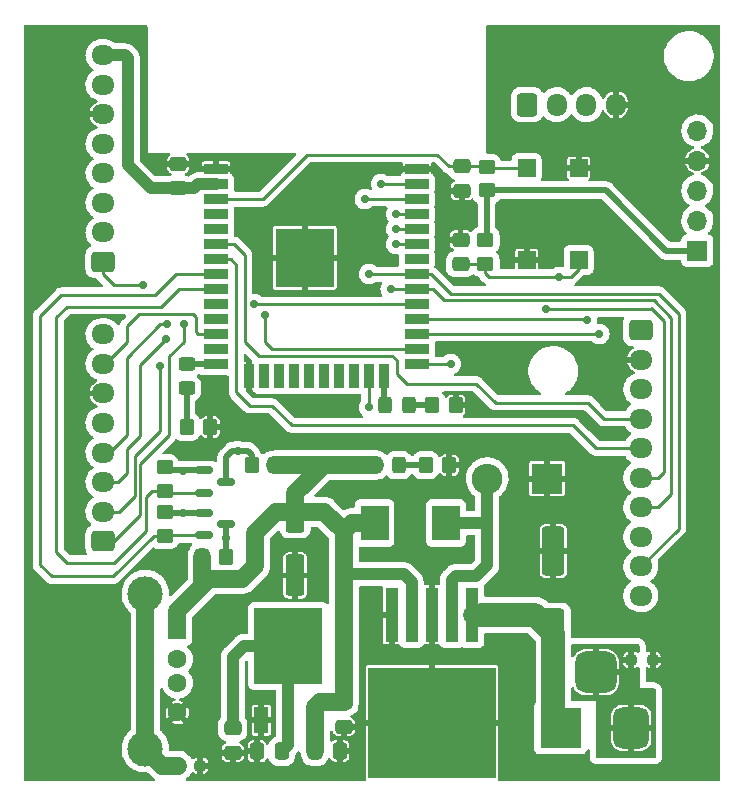
<source format=gbr>
%TF.GenerationSoftware,KiCad,Pcbnew,(6.0.1)*%
%TF.CreationDate,2022-05-20T18:22:20-05:00*%
%TF.ProjectId,esp32_2,65737033-325f-4322-9e6b-696361645f70,rev?*%
%TF.SameCoordinates,Original*%
%TF.FileFunction,Copper,L1,Top*%
%TF.FilePolarity,Positive*%
%FSLAX46Y46*%
G04 Gerber Fmt 4.6, Leading zero omitted, Abs format (unit mm)*
G04 Created by KiCad (PCBNEW (6.0.1)) date 2022-05-20 18:22:20*
%MOMM*%
%LPD*%
G01*
G04 APERTURE LIST*
G04 Aperture macros list*
%AMRoundRect*
0 Rectangle with rounded corners*
0 $1 Rounding radius*
0 $2 $3 $4 $5 $6 $7 $8 $9 X,Y pos of 4 corners*
0 Add a 4 corners polygon primitive as box body*
4,1,4,$2,$3,$4,$5,$6,$7,$8,$9,$2,$3,0*
0 Add four circle primitives for the rounded corners*
1,1,$1+$1,$2,$3*
1,1,$1+$1,$4,$5*
1,1,$1+$1,$6,$7*
1,1,$1+$1,$8,$9*
0 Add four rect primitives between the rounded corners*
20,1,$1+$1,$2,$3,$4,$5,0*
20,1,$1+$1,$4,$5,$6,$7,0*
20,1,$1+$1,$6,$7,$8,$9,0*
20,1,$1+$1,$8,$9,$2,$3,0*%
G04 Aperture macros list end*
%TA.AperFunction,SMDPad,CuDef*%
%ADD10RoundRect,0.237500X0.250000X0.237500X-0.250000X0.237500X-0.250000X-0.237500X0.250000X-0.237500X0*%
%TD*%
%TA.AperFunction,SMDPad,CuDef*%
%ADD11R,2.350000X3.000000*%
%TD*%
%TA.AperFunction,ComponentPad*%
%ADD12R,3.500000X3.500000*%
%TD*%
%TA.AperFunction,ComponentPad*%
%ADD13RoundRect,0.750000X0.750000X1.000000X-0.750000X1.000000X-0.750000X-1.000000X0.750000X-1.000000X0*%
%TD*%
%TA.AperFunction,ComponentPad*%
%ADD14RoundRect,0.875000X0.875000X0.875000X-0.875000X0.875000X-0.875000X-0.875000X0.875000X-0.875000X0*%
%TD*%
%TA.AperFunction,SMDPad,CuDef*%
%ADD15RoundRect,0.250000X0.450000X-0.350000X0.450000X0.350000X-0.450000X0.350000X-0.450000X-0.350000X0*%
%TD*%
%TA.AperFunction,ComponentPad*%
%ADD16RoundRect,0.250000X0.725000X-0.600000X0.725000X0.600000X-0.725000X0.600000X-0.725000X-0.600000X0*%
%TD*%
%TA.AperFunction,ComponentPad*%
%ADD17O,1.950000X1.700000*%
%TD*%
%TA.AperFunction,SMDPad,CuDef*%
%ADD18RoundRect,0.250000X-0.350000X-0.450000X0.350000X-0.450000X0.350000X0.450000X-0.350000X0.450000X0*%
%TD*%
%TA.AperFunction,SMDPad,CuDef*%
%ADD19R,1.500000X1.500000*%
%TD*%
%TA.AperFunction,SMDPad,CuDef*%
%ADD20RoundRect,0.250000X0.325000X0.450000X-0.325000X0.450000X-0.325000X-0.450000X0.325000X-0.450000X0*%
%TD*%
%TA.AperFunction,SMDPad,CuDef*%
%ADD21RoundRect,0.250000X-0.450000X0.350000X-0.450000X-0.350000X0.450000X-0.350000X0.450000X0.350000X0*%
%TD*%
%TA.AperFunction,SMDPad,CuDef*%
%ADD22RoundRect,0.250000X-0.475000X0.337500X-0.475000X-0.337500X0.475000X-0.337500X0.475000X0.337500X0*%
%TD*%
%TA.AperFunction,SMDPad,CuDef*%
%ADD23RoundRect,0.250000X-0.550000X1.500000X-0.550000X-1.500000X0.550000X-1.500000X0.550000X1.500000X0*%
%TD*%
%TA.AperFunction,SMDPad,CuDef*%
%ADD24RoundRect,0.150000X-0.587500X-0.150000X0.587500X-0.150000X0.587500X0.150000X-0.587500X0.150000X0*%
%TD*%
%TA.AperFunction,SMDPad,CuDef*%
%ADD25RoundRect,0.250000X0.337500X0.475000X-0.337500X0.475000X-0.337500X-0.475000X0.337500X-0.475000X0*%
%TD*%
%TA.AperFunction,SMDPad,CuDef*%
%ADD26RoundRect,0.250000X0.450000X-0.325000X0.450000X0.325000X-0.450000X0.325000X-0.450000X-0.325000X0*%
%TD*%
%TA.AperFunction,SMDPad,CuDef*%
%ADD27RoundRect,0.237500X-0.250000X-0.237500X0.250000X-0.237500X0.250000X0.237500X-0.250000X0.237500X0*%
%TD*%
%TA.AperFunction,SMDPad,CuDef*%
%ADD28RoundRect,0.250000X0.475000X-0.337500X0.475000X0.337500X-0.475000X0.337500X-0.475000X-0.337500X0*%
%TD*%
%TA.AperFunction,SMDPad,CuDef*%
%ADD29RoundRect,0.250000X0.700000X-1.825000X0.700000X1.825000X-0.700000X1.825000X-0.700000X-1.825000X0*%
%TD*%
%TA.AperFunction,SMDPad,CuDef*%
%ADD30R,1.200000X2.200000*%
%TD*%
%TA.AperFunction,SMDPad,CuDef*%
%ADD31R,5.800000X6.400000*%
%TD*%
%TA.AperFunction,ComponentPad*%
%ADD32R,2.600000X2.600000*%
%TD*%
%TA.AperFunction,ComponentPad*%
%ADD33O,2.600000X2.600000*%
%TD*%
%TA.AperFunction,SMDPad,CuDef*%
%ADD34R,2.000000X0.900000*%
%TD*%
%TA.AperFunction,SMDPad,CuDef*%
%ADD35R,0.900000X2.000000*%
%TD*%
%TA.AperFunction,SMDPad,CuDef*%
%ADD36R,5.000000X5.000000*%
%TD*%
%TA.AperFunction,ComponentPad*%
%ADD37RoundRect,0.250000X-0.725000X0.600000X-0.725000X-0.600000X0.725000X-0.600000X0.725000X0.600000X0*%
%TD*%
%TA.AperFunction,SMDPad,CuDef*%
%ADD38RoundRect,0.250000X-0.337500X-0.475000X0.337500X-0.475000X0.337500X0.475000X-0.337500X0.475000X0*%
%TD*%
%TA.AperFunction,ComponentPad*%
%ADD39R,1.500000X1.600000*%
%TD*%
%TA.AperFunction,ComponentPad*%
%ADD40C,1.600000*%
%TD*%
%TA.AperFunction,ComponentPad*%
%ADD41C,3.000000*%
%TD*%
%TA.AperFunction,SMDPad,CuDef*%
%ADD42R,1.100000X4.600000*%
%TD*%
%TA.AperFunction,SMDPad,CuDef*%
%ADD43R,10.800000X9.400000*%
%TD*%
%TA.AperFunction,ComponentPad*%
%ADD44RoundRect,0.250000X-0.600000X-0.725000X0.600000X-0.725000X0.600000X0.725000X-0.600000X0.725000X0*%
%TD*%
%TA.AperFunction,ComponentPad*%
%ADD45O,1.700000X1.950000*%
%TD*%
%TA.AperFunction,SMDPad,CuDef*%
%ADD46RoundRect,0.250000X0.350000X0.450000X-0.350000X0.450000X-0.350000X-0.450000X0.350000X-0.450000X0*%
%TD*%
%TA.AperFunction,ComponentPad*%
%ADD47R,1.700000X1.700000*%
%TD*%
%TA.AperFunction,ComponentPad*%
%ADD48O,1.700000X1.700000*%
%TD*%
%TA.AperFunction,ViaPad*%
%ADD49C,1.000000*%
%TD*%
%TA.AperFunction,ViaPad*%
%ADD50C,0.700000*%
%TD*%
%TA.AperFunction,Conductor*%
%ADD51C,1.000000*%
%TD*%
%TA.AperFunction,Conductor*%
%ADD52C,0.500000*%
%TD*%
%TA.AperFunction,Conductor*%
%ADD53C,0.250000*%
%TD*%
%TA.AperFunction,Conductor*%
%ADD54C,1.500000*%
%TD*%
%TA.AperFunction,Conductor*%
%ADD55C,2.000000*%
%TD*%
G04 APERTURE END LIST*
D10*
%TO.P,FB2,1*%
%TO.N,GND*%
X179476400Y-81635600D03*
%TO.P,FB2,2*%
%TO.N,Net-(FB2-Pad2)*%
X177651400Y-81635600D03*
%TD*%
D11*
%TO.P,L1,1,1*%
%TO.N,Net-(D4-Pad2)*%
X161983200Y-70053200D03*
%TO.P,L1,2,2*%
%TO.N,+5V*%
X155923200Y-70053200D03*
%TD*%
D12*
%TO.P,Vin1,1*%
%TO.N,+12V*%
X171663900Y-87393100D03*
D13*
%TO.P,Vin1,2*%
%TO.N,Net-(FB2-Pad2)*%
X177663900Y-87393100D03*
D14*
%TO.P,Vin1,3*%
X174663900Y-82693100D03*
%TD*%
D15*
%TO.P,R2,1*%
%TO.N,+3V3*%
X165400000Y-41900000D03*
%TO.P,R2,2*%
%TO.N,/EN*%
X165400000Y-39900000D03*
%TD*%
D16*
%TO.P,RFID1,1,Pin_1*%
%TO.N,/CS_LECTOR_1*%
X132928600Y-47955200D03*
D17*
%TO.P,RFID1,2,Pin_2*%
%TO.N,/SCK*%
X132928600Y-45455200D03*
%TO.P,RFID1,3,Pin_3*%
%TO.N,/MOSI*%
X132928600Y-42955200D03*
%TO.P,RFID1,4,Pin_4*%
%TO.N,/MISO*%
X132928600Y-40455200D03*
%TO.P,RFID1,5,Pin_5*%
%TO.N,unconnected-(RFID1-Pad5)*%
X132928600Y-37955200D03*
%TO.P,RFID1,6,Pin_6*%
%TO.N,GND*%
X132928600Y-35455200D03*
%TO.P,RFID1,7,Pin_7*%
%TO.N,/RST_1*%
X132928600Y-32955200D03*
%TO.P,RFID1,8,Pin_8*%
%TO.N,+3V3*%
X132928600Y-30455200D03*
%TD*%
D18*
%TO.P,R3,1*%
%TO.N,Net-(D1-Pad1)*%
X160800000Y-60100000D03*
%TO.P,R3,2*%
%TO.N,GND*%
X162800000Y-60100000D03*
%TD*%
D19*
%TO.P,Rst1,1,1*%
%TO.N,GND*%
X168800000Y-47800000D03*
%TO.P,Rst1,2,2*%
%TO.N,/EN*%
X168800000Y-40000000D03*
%TD*%
D20*
%TO.P,D1,1,K*%
%TO.N,Net-(D1-Pad1)*%
X158825000Y-60100000D03*
%TO.P,D1,2,A*%
%TO.N,/INFO*%
X156775000Y-60100000D03*
%TD*%
D21*
%TO.P,R1,1*%
%TO.N,+3V3*%
X165300000Y-46100000D03*
%TO.P,R1,2*%
%TO.N,/IOD*%
X165300000Y-48100000D03*
%TD*%
D22*
%TO.P,C5,1*%
%TO.N,+5V*%
X153314400Y-85220900D03*
%TO.P,C5,2*%
%TO.N,GND*%
X153314400Y-87295900D03*
%TD*%
D23*
%TO.P,C10,1*%
%TO.N,+5V*%
X149200000Y-69100000D03*
%TO.P,C10,2*%
%TO.N,GND*%
X149200000Y-74500000D03*
%TD*%
D16*
%TO.P,RFID2,1,Pin_1*%
%TO.N,/CS_LECTOR_2*%
X132928600Y-71589600D03*
D17*
%TO.P,RFID2,2,Pin_2*%
%TO.N,/SCK*%
X132928600Y-69089600D03*
%TO.P,RFID2,3,Pin_3*%
%TO.N,/MOSI*%
X132928600Y-66589600D03*
%TO.P,RFID2,4,Pin_4*%
%TO.N,/MISO*%
X132928600Y-64089600D03*
%TO.P,RFID2,5,Pin_5*%
%TO.N,unconnected-(RFID2-Pad5)*%
X132928600Y-61589600D03*
%TO.P,RFID2,6,Pin_6*%
%TO.N,GND*%
X132928600Y-59089600D03*
%TO.P,RFID2,7,Pin_7*%
%TO.N,/RST_2*%
X132928600Y-56589600D03*
%TO.P,RFID2,8,Pin_8*%
%TO.N,+3V3*%
X132928600Y-54089600D03*
%TD*%
D24*
%TO.P,Q1,1,G*%
%TO.N,+3V3*%
X141505700Y-69204800D03*
%TO.P,Q1,2,S*%
%TO.N,/CLC_KEYBOARD*%
X141505700Y-71104800D03*
%TO.P,Q1,3,D*%
%TO.N,/perifericos/Data_5v_keyboard*%
X143380700Y-70154800D03*
%TD*%
%TO.P,Q2,1,G*%
%TO.N,+3V3*%
X141505700Y-65604800D03*
%TO.P,Q2,2,S*%
%TO.N,/DATA_KEYBOARD*%
X141505700Y-67504800D03*
%TO.P,Q2,3,D*%
%TO.N,/perifericos/clk_5V_keyboard*%
X143380700Y-66554800D03*
%TD*%
D25*
%TO.P,C6,1*%
%TO.N,+3V3*%
X148051900Y-89383400D03*
%TO.P,C6,2*%
%TO.N,GND*%
X145976900Y-89383400D03*
%TD*%
D18*
%TO.P,R8,1*%
%TO.N,+5V*%
X141343200Y-72954800D03*
%TO.P,R8,2*%
%TO.N,/perifericos/Data_5v_keyboard*%
X143343200Y-72954800D03*
%TD*%
D20*
%TO.P,D3,1,K*%
%TO.N,Net-(D3-Pad1)*%
X157978200Y-65153200D03*
%TO.P,D3,2,A*%
%TO.N,+5V*%
X155928200Y-65153200D03*
%TD*%
D22*
%TO.P,C7,1*%
%TO.N,+3V3*%
X143914400Y-87420900D03*
%TO.P,C7,2*%
%TO.N,GND*%
X143914400Y-89495900D03*
%TD*%
D26*
%TO.P,D2,1,K*%
%TO.N,Net-(D2-Pad1)*%
X140000000Y-58625000D03*
%TO.P,D2,2,A*%
%TO.N,/CONEX*%
X140000000Y-56575000D03*
%TD*%
D27*
%TO.P,FB1,1*%
%TO.N,Net-(FB1-Pad1)*%
X139315100Y-90600000D03*
%TO.P,FB1,2*%
%TO.N,GND*%
X141140100Y-90600000D03*
%TD*%
D28*
%TO.P,C3,1*%
%TO.N,+3V3*%
X139293600Y-41728300D03*
%TO.P,C3,2*%
%TO.N,GND*%
X139293600Y-39653300D03*
%TD*%
D22*
%TO.P,C1,1*%
%TO.N,GND*%
X163200000Y-46062500D03*
%TO.P,C1,2*%
%TO.N,/IOD*%
X163200000Y-48137500D03*
%TD*%
D29*
%TO.P,C8,1*%
%TO.N,+12V*%
X171063900Y-79375000D03*
%TO.P,C8,2*%
%TO.N,GND*%
X171063900Y-72425000D03*
%TD*%
D18*
%TO.P,R5,1*%
%TO.N,Net-(D3-Pad1)*%
X160253200Y-65153200D03*
%TO.P,R5,2*%
%TO.N,GND*%
X162253200Y-65153200D03*
%TD*%
D30*
%TO.P,U2,1,GND*%
%TO.N,GND*%
X146334400Y-86758400D03*
D31*
%TO.P,U2,2,VO*%
%TO.N,+3V3*%
X148614400Y-80458400D03*
D30*
%TO.P,U2,3,VI*%
%TO.N,+5V*%
X150894400Y-86758400D03*
%TD*%
D21*
%TO.P,R6,1*%
%TO.N,+3V3*%
X138143200Y-69154800D03*
%TO.P,R6,2*%
%TO.N,/CLC_KEYBOARD*%
X138143200Y-71154800D03*
%TD*%
%TO.P,R7,1*%
%TO.N,+3V3*%
X138143200Y-65354800D03*
%TO.P,R7,2*%
%TO.N,/DATA_KEYBOARD*%
X138143200Y-67354800D03*
%TD*%
D32*
%TO.P,D4,1,K*%
%TO.N,GND*%
X170535600Y-66294000D03*
D33*
%TO.P,D4,2,A*%
%TO.N,Net-(D4-Pad2)*%
X165455600Y-66294000D03*
%TD*%
D34*
%TO.P,U1,1,GND*%
%TO.N,GND*%
X142500000Y-40095000D03*
%TO.P,U1,2,VDD*%
%TO.N,+3V3*%
X142500000Y-41365000D03*
%TO.P,U1,3,EN*%
%TO.N,/EN*%
X142500000Y-42635000D03*
%TO.P,U1,4,SENSOR_VP*%
%TO.N,unconnected-(U1-Pad4)*%
X142500000Y-43905000D03*
%TO.P,U1,5,SENSOR_VN*%
%TO.N,unconnected-(U1-Pad5)*%
X142500000Y-45175000D03*
%TO.P,U1,6,IO34*%
%TO.N,/RST_D*%
X142500000Y-46445000D03*
%TO.P,U1,7,IO35*%
%TO.N,/D{slash}C*%
X142500000Y-47715000D03*
%TO.P,U1,8,IO32*%
%TO.N,/CLC_KEYBOARD*%
X142500000Y-48985000D03*
%TO.P,U1,9,IO33*%
%TO.N,/DATA_KEYBOARD*%
X142500000Y-50255000D03*
%TO.P,U1,10,IO25*%
%TO.N,unconnected-(U1-Pad10)*%
X142500000Y-51525000D03*
%TO.P,U1,11,IO26*%
%TO.N,unconnected-(U1-Pad11)*%
X142500000Y-52795000D03*
%TO.P,U1,12,IO27*%
%TO.N,/RST_2*%
X142500000Y-54065000D03*
%TO.P,U1,13,IO14*%
%TO.N,unconnected-(U1-Pad13)*%
X142500000Y-55335000D03*
%TO.P,U1,14,IO12*%
%TO.N,/CONEX*%
X142500000Y-56605000D03*
D35*
%TO.P,U1,15,GND*%
%TO.N,GND*%
X145285000Y-57605000D03*
%TO.P,U1,16,IO13*%
%TO.N,unconnected-(U1-Pad16)*%
X146555000Y-57605000D03*
%TO.P,U1,17,SHD/SD2*%
%TO.N,unconnected-(U1-Pad17)*%
X147825000Y-57605000D03*
%TO.P,U1,18,SWP/SD3*%
%TO.N,unconnected-(U1-Pad18)*%
X149095000Y-57605000D03*
%TO.P,U1,19,SCS/CMD*%
%TO.N,unconnected-(U1-Pad19)*%
X150365000Y-57605000D03*
%TO.P,U1,20,SCK/CLK*%
%TO.N,unconnected-(U1-Pad20)*%
X151635000Y-57605000D03*
%TO.P,U1,21,SDO/SD0*%
%TO.N,unconnected-(U1-Pad21)*%
X152905000Y-57605000D03*
%TO.P,U1,22,SDI/SD1*%
%TO.N,unconnected-(U1-Pad22)*%
X154175000Y-57605000D03*
%TO.P,U1,23,IO15*%
%TO.N,/CS_Display*%
X155445000Y-57605000D03*
%TO.P,U1,24,IO2*%
%TO.N,/INFO*%
X156715000Y-57605000D03*
D34*
%TO.P,U1,25,IO0*%
%TO.N,/IOD*%
X159500000Y-56605000D03*
%TO.P,U1,26,IO4*%
%TO.N,/RST_1*%
X159500000Y-55335000D03*
%TO.P,U1,27,IO16*%
%TO.N,/MAGNE_3*%
X159500000Y-54065000D03*
%TO.P,U1,28,IO17*%
%TO.N,/MAGNE_1*%
X159500000Y-52795000D03*
%TO.P,U1,29,IO5*%
%TO.N,/CS_LECTOR_1*%
X159500000Y-51525000D03*
%TO.P,U1,30,IO18*%
%TO.N,/SCK*%
X159500000Y-50255000D03*
%TO.P,U1,31,IO19*%
%TO.N,/MISO*%
X159500000Y-48985000D03*
%TO.P,U1,32,NC*%
%TO.N,unconnected-(U1-Pad32)*%
X159500000Y-47715000D03*
%TO.P,U1,33,IO21*%
%TO.N,/MAGNE_2*%
X159500000Y-46445000D03*
%TO.P,U1,34,RXD0/IO3*%
%TO.N,Net-(Program1-Pad2)*%
X159500000Y-45175000D03*
%TO.P,U1,35,TXD0/IO1*%
%TO.N,Net-(Program1-Pad3)*%
X159500000Y-43905000D03*
%TO.P,U1,36,IO22*%
%TO.N,/CS_LECTOR_2*%
X159500000Y-42635000D03*
%TO.P,U1,37,IO23*%
%TO.N,/MOSI*%
X159500000Y-41365000D03*
%TO.P,U1,38,GND*%
%TO.N,GND*%
X159500000Y-40095000D03*
D36*
%TO.P,U1,39,GND*%
X150000000Y-47595000D03*
%TD*%
D37*
%TO.P,screen1,1,Pin_1*%
%TO.N,+3V3*%
X178461000Y-53723200D03*
D17*
%TO.P,screen1,2,Pin_2*%
%TO.N,GND*%
X178461000Y-56223200D03*
%TO.P,screen1,3,Pin_3*%
%TO.N,/CS_Display*%
X178461000Y-58723200D03*
%TO.P,screen1,4,Pin_4*%
%TO.N,/RST_D*%
X178461000Y-61223200D03*
%TO.P,screen1,5,Pin_5*%
%TO.N,/D{slash}C*%
X178461000Y-63723200D03*
%TO.P,screen1,6,Pin_6*%
%TO.N,/MOSI*%
X178461000Y-66223200D03*
%TO.P,screen1,7,Pin_7*%
%TO.N,/SCK*%
X178461000Y-68723200D03*
%TO.P,screen1,8,Pin_8*%
%TO.N,+3V3*%
X178461000Y-71223200D03*
%TO.P,screen1,9,Pin_9*%
%TO.N,/MISO*%
X178461000Y-73723200D03*
%TO.P,screen1,10,Pin_10*%
%TO.N,unconnected-(screen1-Pad10)*%
X178461000Y-76223200D03*
%TD*%
D38*
%TO.P,C4,1*%
%TO.N,+5V*%
X150905300Y-89357200D03*
%TO.P,C4,2*%
%TO.N,GND*%
X152980300Y-89357200D03*
%TD*%
D39*
%TO.P,Teclado1,1,VBUS*%
%TO.N,+5V*%
X139230900Y-79100000D03*
D40*
%TO.P,Teclado1,2,D-*%
%TO.N,/perifericos/Data_5v_keyboard*%
X139230900Y-81600000D03*
%TO.P,Teclado1,3,D+*%
%TO.N,/perifericos/clk_5V_keyboard*%
X139230900Y-83600000D03*
%TO.P,Teclado1,4,GND*%
%TO.N,GND*%
X139230900Y-86100000D03*
D41*
%TO.P,Teclado1,5,Shield*%
%TO.N,Net-(FB1-Pad1)*%
X136520900Y-89170000D03*
X136520900Y-76030000D03*
%TD*%
D42*
%TO.P,U3,1,VIN*%
%TO.N,+12V*%
X164163900Y-77825000D03*
%TO.P,U3,2,OUT*%
%TO.N,Net-(D4-Pad2)*%
X162463900Y-77825000D03*
%TO.P,U3,3,GND*%
%TO.N,GND*%
X160763900Y-77825000D03*
D43*
X160763900Y-86975000D03*
D42*
%TO.P,U3,4,FB*%
%TO.N,+5V*%
X159063900Y-77825000D03*
%TO.P,U3,5,~{ON}/OFF*%
%TO.N,GND*%
X157363900Y-77825000D03*
%TD*%
D44*
%TO.P,Sensitizer1,1,Pin_1*%
%TO.N,/MAGNE_2*%
X168850000Y-34632500D03*
D45*
%TO.P,Sensitizer1,2,Pin_2*%
%TO.N,/MAGNE_1*%
X171350000Y-34632500D03*
%TO.P,Sensitizer1,3,Pin_3*%
%TO.N,/MAGNE_3*%
X173850000Y-34632500D03*
%TO.P,Sensitizer1,4,Pin_4*%
%TO.N,GND*%
X176350000Y-34632500D03*
%TD*%
D46*
%TO.P,R9,1*%
%TO.N,+5V*%
X147507200Y-65176400D03*
%TO.P,R9,2*%
%TO.N,/perifericos/clk_5V_keyboard*%
X145507200Y-65176400D03*
%TD*%
D47*
%TO.P,Program1,1,Pin_1*%
%TO.N,+3V3*%
X183253700Y-46990000D03*
D48*
%TO.P,Program1,2,Pin_2*%
%TO.N,Net-(Program1-Pad2)*%
X183253700Y-44450000D03*
%TO.P,Program1,3,Pin_3*%
%TO.N,Net-(Program1-Pad3)*%
X183253700Y-41910000D03*
%TO.P,Program1,4,Pin_4*%
%TO.N,GND*%
X183253700Y-39370000D03*
%TO.P,Program1,5,Pin_5*%
%TO.N,unconnected-(Program1-Pad5)*%
X183253700Y-36830000D03*
%TD*%
D19*
%TO.P,Boot1,1,1*%
%TO.N,GND*%
X173200000Y-40000000D03*
%TO.P,Boot1,2,2*%
%TO.N,/IOD*%
X173200000Y-47800000D03*
%TD*%
D28*
%TO.P,C2,1*%
%TO.N,GND*%
X163300000Y-41937500D03*
%TO.P,C2,2*%
%TO.N,/EN*%
X163300000Y-39862500D03*
%TD*%
D18*
%TO.P,R4,1*%
%TO.N,Net-(D2-Pad1)*%
X140020800Y-61925200D03*
%TO.P,R4,2*%
%TO.N,GND*%
X142020800Y-61925200D03*
%TD*%
D49*
%TO.N,+3V3*%
X146871600Y-80458400D03*
D50*
X139735600Y-69204800D03*
D49*
X148614400Y-80458400D03*
X148614400Y-82220800D03*
X150469600Y-80213200D03*
X146862800Y-82194400D03*
X150469600Y-82194400D03*
D50*
X139735600Y-65648800D03*
D49*
X146812000Y-78333600D03*
X150469600Y-78333600D03*
X148640800Y-78333600D03*
D50*
%TO.N,GND*%
X150012400Y-60147200D03*
D49*
X157073600Y-83667600D03*
D50*
X151587200Y-45872400D03*
D49*
X131318000Y-80568800D03*
X159156400Y-86410800D03*
X128270000Y-82397600D03*
X131368800Y-82194400D03*
X129692400Y-80619600D03*
X164287200Y-86055200D03*
X161747200Y-86156800D03*
X128270000Y-80619600D03*
D50*
X150012400Y-45872400D03*
D49*
X161696400Y-88950800D03*
X164134800Y-83616800D03*
D50*
X150012400Y-47498000D03*
X175818800Y-62534800D03*
D49*
X157073600Y-88950800D03*
D50*
X151841200Y-60147200D03*
X151638000Y-47396400D03*
X151638000Y-48971200D03*
X148386800Y-48971200D03*
D49*
X129692400Y-84023200D03*
X131318000Y-84023200D03*
X164084000Y-88950800D03*
D50*
X152755600Y-60147200D03*
X148386800Y-45872400D03*
D49*
X159156400Y-83667600D03*
X129794000Y-82346800D03*
D50*
X150926800Y-60147200D03*
X150012400Y-48971200D03*
D49*
X128270000Y-84023200D03*
X157073600Y-86512400D03*
X159156400Y-89052400D03*
D50*
X148386800Y-47498000D03*
D49*
X161696400Y-83616800D03*
D50*
%TO.N,/IOD*%
X171551600Y-49225200D03*
X162407600Y-56591200D03*
%TO.N,/perifericos/clk_5V_keyboard*%
X144322800Y-63957200D03*
%TO.N,/perifericos/Data_5v_keyboard*%
X143380700Y-71350900D03*
%TO.N,/MAGNE_3*%
X174955200Y-54051200D03*
%TO.N,/CS_Display*%
X155448000Y-60248800D03*
%TO.N,/RST_1*%
X146608800Y-52425600D03*
%TO.N,Net-(Program1-Pad2)*%
X157734000Y-45161200D03*
%TO.N,/MAGNE_1*%
X173888400Y-52882800D03*
%TO.N,/CS_LECTOR_1*%
X136296400Y-49936400D03*
X145694400Y-51511200D03*
%TO.N,/SCK*%
X137769600Y-56743600D03*
X157276800Y-50241200D03*
%TO.N,/MISO*%
X138379200Y-53238400D03*
X155448000Y-48971200D03*
%TO.N,/MAGNE_2*%
X157734000Y-46431200D03*
%TO.N,Net-(Program1-Pad3)*%
X157734000Y-43891200D03*
%TO.N,/CS_LECTOR_2*%
X139750800Y-53238400D03*
X155092400Y-42621200D03*
%TO.N,/MOSI*%
X170434000Y-51968400D03*
X138277600Y-54457600D03*
X156464000Y-41351200D03*
%TD*%
D51*
%TO.N,+3V3*%
X135026400Y-39776400D02*
X135026400Y-30683200D01*
X135026400Y-30683200D02*
X134798400Y-30455200D01*
X143914400Y-87420900D02*
X143914400Y-81383600D01*
X142500000Y-41365000D02*
X141007000Y-41365000D01*
D52*
X180594000Y-46990000D02*
X183253700Y-46990000D01*
X165400000Y-41900000D02*
X175504000Y-41900000D01*
D51*
X139293600Y-41728300D02*
X139213276Y-41728300D01*
D52*
X138393200Y-65604800D02*
X138143200Y-65354800D01*
D51*
X140643700Y-41728300D02*
X139293600Y-41728300D01*
X139213276Y-41728300D02*
X139191776Y-41706800D01*
X141007000Y-41365000D02*
X140643700Y-41728300D01*
D52*
X138193200Y-69204800D02*
X138143200Y-69154800D01*
D51*
X136956800Y-41706800D02*
X135026400Y-39776400D01*
D52*
X141505700Y-65604800D02*
X139779600Y-65604800D01*
D51*
X148614400Y-82220800D02*
X148614400Y-88820900D01*
X146871600Y-80458400D02*
X148614400Y-80458400D01*
D52*
X165400000Y-41900000D02*
X165400000Y-46000000D01*
D51*
X139191776Y-41706800D02*
X136956800Y-41706800D01*
D52*
X139779600Y-65604800D02*
X138393200Y-65604800D01*
D51*
X134798400Y-30455200D02*
X132928600Y-30455200D01*
D52*
X141505700Y-69204800D02*
X139735600Y-69204800D01*
D51*
X144839600Y-80458400D02*
X146871600Y-80458400D01*
X143914400Y-81383600D02*
X144839600Y-80458400D01*
X148614400Y-80458400D02*
X148614400Y-82220800D01*
X148614400Y-88820900D02*
X148051900Y-89383400D01*
D52*
X165400000Y-46000000D02*
X165300000Y-46100000D01*
X139735600Y-69204800D02*
X138193200Y-69204800D01*
X175504000Y-41900000D02*
X180594000Y-46990000D01*
D53*
%TO.N,/EN*%
X165400000Y-39900000D02*
X165500000Y-40000000D01*
X163300000Y-39862500D02*
X162239700Y-39862500D01*
X165362500Y-39862500D02*
X165400000Y-39900000D01*
X150215600Y-38862000D02*
X146442600Y-42635000D01*
X165500000Y-40000000D02*
X168800000Y-40000000D01*
X162239700Y-39862500D02*
X161239200Y-38862000D01*
X163300000Y-39862500D02*
X165362500Y-39862500D01*
X146442600Y-42635000D02*
X142500000Y-42635000D01*
X161239200Y-38862000D02*
X150215600Y-38862000D01*
D52*
%TO.N,Net-(D2-Pad1)*%
X140000000Y-58625000D02*
X140000000Y-61904400D01*
X140000000Y-61904400D02*
X140020800Y-61925200D01*
D54*
%TO.N,+5V*%
X149200000Y-67512800D02*
X150926800Y-65786000D01*
X150926800Y-65786000D02*
X151559600Y-65153200D01*
X153314400Y-70764400D02*
X154025600Y-70053200D01*
X145796000Y-70866000D02*
X145796000Y-73710800D01*
X150894400Y-89346300D02*
X150905300Y-89357200D01*
X149200000Y-69100000D02*
X147562000Y-69100000D01*
X151536400Y-65176400D02*
X147507200Y-65176400D01*
X149200000Y-69100000D02*
X151650000Y-69100000D01*
D51*
X159063900Y-77825000D02*
X159063900Y-75040700D01*
D54*
X149200000Y-69100000D02*
X149200000Y-67512800D01*
X151303900Y-85220900D02*
X150894400Y-85630400D01*
X147562000Y-69100000D02*
X145796000Y-70866000D01*
X150894400Y-85630400D02*
X150894400Y-86758400D01*
D51*
X158394400Y-74371200D02*
X153314400Y-74371200D01*
D54*
X151650000Y-69100000D02*
X153314400Y-70764400D01*
X145796000Y-73710800D02*
X144729200Y-74777600D01*
X144729200Y-74777600D02*
X141935200Y-74777600D01*
X153314400Y-74371200D02*
X153314400Y-70764400D01*
X140817600Y-75895200D02*
X139230900Y-77481900D01*
X153314400Y-85220900D02*
X151303900Y-85220900D01*
D51*
X159063900Y-75040700D02*
X158394400Y-74371200D01*
D54*
X154025600Y-70053200D02*
X155923200Y-70053200D01*
X151559600Y-65153200D02*
X151536400Y-65176400D01*
X141343200Y-75369600D02*
X140817600Y-75895200D01*
X150894400Y-86758400D02*
X150894400Y-89346300D01*
X141343200Y-72954800D02*
X141343200Y-75369600D01*
X153314400Y-85220900D02*
X153314400Y-74371200D01*
X141935200Y-74777600D02*
X141343200Y-75369600D01*
X151559600Y-65153200D02*
X155928200Y-65153200D01*
X139230900Y-77481900D02*
X139230900Y-79100000D01*
D53*
%TO.N,/IOD*%
X159500000Y-56605000D02*
X162393800Y-56605000D01*
X165300000Y-48100000D02*
X165300000Y-48917200D01*
X163237500Y-48100000D02*
X163200000Y-48137500D01*
X162393800Y-56605000D02*
X162407600Y-56591200D01*
X165300000Y-48917200D02*
X165608000Y-49225200D01*
X165608000Y-49225200D02*
X171551600Y-49225200D01*
X172567600Y-49225200D02*
X173200000Y-48592800D01*
X165300000Y-48100000D02*
X163237500Y-48100000D01*
X173200000Y-48592800D02*
X173200000Y-47800000D01*
X171551600Y-49225200D02*
X172567600Y-49225200D01*
D54*
%TO.N,+12V*%
X164896200Y-77825000D02*
X164896800Y-77825600D01*
D55*
X171063900Y-87057500D02*
X171663900Y-87657500D01*
D54*
X164163900Y-77825000D02*
X164896200Y-77825000D01*
D55*
X171063900Y-79375000D02*
X171063900Y-87057500D01*
X171063900Y-79375000D02*
X169514500Y-77825600D01*
X169514500Y-77825600D02*
X164896800Y-77825600D01*
D52*
%TO.N,/perifericos/clk_5V_keyboard*%
X145186400Y-63957200D02*
X144322800Y-63957200D01*
X145507200Y-64278000D02*
X145186400Y-63957200D01*
X145507200Y-65176400D02*
X145507200Y-64278000D01*
X143865600Y-63957200D02*
X143380700Y-64442100D01*
X143380700Y-64442100D02*
X143380700Y-66554800D01*
X144322800Y-63957200D02*
X143865600Y-63957200D01*
%TO.N,/perifericos/Data_5v_keyboard*%
X143380700Y-71350900D02*
X143380700Y-72917300D01*
X143380700Y-72917300D02*
X143343200Y-72954800D01*
X143380700Y-70154800D02*
X143380700Y-71350900D01*
D53*
%TO.N,/DATA_KEYBOARD*%
X137871200Y-51765200D02*
X139381400Y-50255000D01*
X139381400Y-50255000D02*
X142500000Y-50255000D01*
X136542720Y-67876480D02*
X136542720Y-70721280D01*
X137064400Y-67354800D02*
X136542720Y-67876480D01*
X129844800Y-51765200D02*
X137871200Y-51765200D01*
X138293200Y-67504800D02*
X138143200Y-67354800D01*
X136542720Y-70721280D02*
X133858000Y-73406000D01*
X138143200Y-67354800D02*
X137064400Y-67354800D01*
X128981200Y-72491600D02*
X128981200Y-52628800D01*
X129895600Y-73406000D02*
X128981200Y-72491600D01*
X128981200Y-52628800D02*
X129844800Y-51765200D01*
X141505700Y-67504800D02*
X138293200Y-67504800D01*
X133858000Y-73406000D02*
X129895600Y-73406000D01*
%TO.N,/CLC_KEYBOARD*%
X137226800Y-71154800D02*
X133807200Y-74574400D01*
X138193200Y-71104800D02*
X138143200Y-71154800D01*
X127609600Y-73609200D02*
X127609600Y-52527200D01*
X141505700Y-71104800D02*
X138193200Y-71104800D01*
X137363200Y-50749200D02*
X139127400Y-48985000D01*
X138143200Y-71154800D02*
X137226800Y-71154800D01*
X139127400Y-48985000D02*
X142500000Y-48985000D01*
X127609600Y-52527200D02*
X129387600Y-50749200D01*
X133807200Y-74574400D02*
X128574800Y-74574400D01*
X128574800Y-74574400D02*
X127609600Y-73609200D01*
X129387600Y-50749200D02*
X137363200Y-50749200D01*
D52*
%TO.N,Net-(D3-Pad1)*%
X160253200Y-65153200D02*
X157978200Y-65153200D01*
%TO.N,Net-(D1-Pad1)*%
X160800000Y-60100000D02*
X158825000Y-60100000D01*
D54*
%TO.N,Net-(FB1-Pad1)*%
X137950900Y-90600000D02*
X136520900Y-89170000D01*
X139315100Y-90600000D02*
X137950900Y-90600000D01*
X136520900Y-76030000D02*
X136520900Y-89170000D01*
D53*
%TO.N,/RST_D*%
X144932400Y-47345600D02*
X144031800Y-46445000D01*
X144031800Y-46445000D02*
X142500000Y-46445000D01*
X178461000Y-61223200D02*
X175320000Y-61223200D01*
X166166800Y-59893200D02*
X164541200Y-58267600D01*
X173990000Y-59893200D02*
X166166800Y-59893200D01*
X146100800Y-55880000D02*
X144932400Y-54711600D01*
X144932400Y-54711600D02*
X144932400Y-47345600D01*
X157784800Y-56286400D02*
X157378400Y-55880000D01*
X175320000Y-61223200D02*
X173990000Y-59893200D01*
X164541200Y-58267600D02*
X158648400Y-58267600D01*
X158648400Y-58267600D02*
X157784800Y-57404000D01*
X157378400Y-55880000D02*
X146100800Y-55880000D01*
X157784800Y-57404000D02*
X157784800Y-56286400D01*
%TO.N,/D{slash}C*%
X172720000Y-61772800D02*
X148894800Y-61772800D01*
X147269200Y-60147200D02*
X145389600Y-60147200D01*
X145389600Y-60147200D02*
X144221200Y-58978800D01*
X174670400Y-63723200D02*
X172720000Y-61772800D01*
X143727000Y-47715000D02*
X142500000Y-47715000D01*
X144221200Y-58978800D02*
X144221200Y-48209200D01*
X148894800Y-61772800D02*
X147269200Y-60147200D01*
X144221200Y-48209200D02*
X143727000Y-47715000D01*
X178461000Y-63723200D02*
X174670400Y-63723200D01*
%TO.N,/MAGNE_3*%
X159513800Y-54051200D02*
X159500000Y-54065000D01*
X174955200Y-54051200D02*
X159513800Y-54051200D01*
%TO.N,/RST_2*%
X134975600Y-54711600D02*
X133097600Y-56589600D01*
X133097600Y-56589600D02*
X132928600Y-56589600D01*
X135991600Y-52374800D02*
X134975600Y-53390800D01*
X134975600Y-53390800D02*
X134975600Y-54711600D01*
X140933000Y-54065000D02*
X140766800Y-53898800D01*
X140512800Y-52374800D02*
X135991600Y-52374800D01*
X140766800Y-53898800D02*
X140766800Y-52628800D01*
X142500000Y-54065000D02*
X140933000Y-54065000D01*
X140766800Y-52628800D02*
X140512800Y-52374800D01*
D52*
%TO.N,/CONEX*%
X142500000Y-56605000D02*
X140030000Y-56605000D01*
X140030000Y-56605000D02*
X140000000Y-56575000D01*
D53*
%TO.N,/CS_Display*%
X155445000Y-57605000D02*
X155445000Y-60245800D01*
X155445000Y-60245800D02*
X155448000Y-60248800D01*
D52*
%TO.N,/INFO*%
X156715000Y-60040000D02*
X156775000Y-60100000D01*
X156715000Y-57605000D02*
X156715000Y-60040000D01*
D53*
%TO.N,/RST_1*%
X146608800Y-54711600D02*
X147232200Y-55335000D01*
X147232200Y-55335000D02*
X159500000Y-55335000D01*
X146608800Y-54711600D02*
X146608800Y-52425600D01*
%TO.N,Net-(Program1-Pad2)*%
X157734000Y-45161200D02*
X159486200Y-45161200D01*
X159486200Y-45161200D02*
X159500000Y-45175000D01*
%TO.N,/MAGNE_1*%
X159500000Y-52795000D02*
X173800600Y-52795000D01*
X173800600Y-52795000D02*
X173888400Y-52882800D01*
%TO.N,/CS_LECTOR_1*%
X133858000Y-49936400D02*
X136296400Y-49936400D01*
X132928600Y-47955200D02*
X132928600Y-49007000D01*
X132928600Y-49007000D02*
X133858000Y-49936400D01*
X159500000Y-51525000D02*
X145708200Y-51525000D01*
X145708200Y-51525000D02*
X145694400Y-51511200D01*
%TO.N,/SCK*%
X135636000Y-67767200D02*
X135636000Y-64363600D01*
X181051200Y-52679600D02*
X181051200Y-67564000D01*
X135636000Y-64363600D02*
X137769600Y-62230000D01*
X181051200Y-67564000D02*
X179892000Y-68723200D01*
X132928600Y-69089600D02*
X134313600Y-69089600D01*
X159500000Y-50255000D02*
X160846600Y-50255000D01*
X157276800Y-50241200D02*
X159486200Y-50241200D01*
X134313600Y-69089600D02*
X135636000Y-67767200D01*
X179892000Y-68723200D02*
X178461000Y-68723200D01*
X161798000Y-51206400D02*
X179578000Y-51206400D01*
X179578000Y-51206400D02*
X181051200Y-52679600D01*
X137769600Y-62230000D02*
X137769600Y-56743600D01*
X160846600Y-50255000D02*
X161798000Y-51206400D01*
X159486200Y-50241200D02*
X159500000Y-50255000D01*
%TO.N,/MISO*%
X179984400Y-50647600D02*
X181660800Y-52324000D01*
X132928600Y-64089600D02*
X133471600Y-64089600D01*
X132928600Y-64089600D02*
X133725600Y-64089600D01*
X159500000Y-48985000D02*
X160694200Y-48985000D01*
X160694200Y-48985000D02*
X162356800Y-50647600D01*
X181660800Y-70523400D02*
X178461000Y-73723200D01*
X134924800Y-62636400D02*
X134924800Y-56083200D01*
X155461800Y-48985000D02*
X159500000Y-48985000D01*
X137769600Y-53238400D02*
X138379200Y-53238400D01*
X181660800Y-52324000D02*
X181660800Y-70523400D01*
X155448000Y-48971200D02*
X155461800Y-48985000D01*
X162356800Y-50647600D02*
X179984400Y-50647600D01*
X133471600Y-64089600D02*
X134924800Y-62636400D01*
X134924800Y-56083200D02*
X137769600Y-53238400D01*
%TO.N,/MAGNE_2*%
X157734000Y-46431200D02*
X159486200Y-46431200D01*
X159486200Y-46431200D02*
X159500000Y-46445000D01*
%TO.N,Net-(Program1-Pad3)*%
X157734000Y-43891200D02*
X159486200Y-43891200D01*
X159486200Y-43891200D02*
X159500000Y-43905000D01*
%TO.N,/CS_LECTOR_2*%
X138531600Y-55930800D02*
X139750800Y-54711600D01*
X139750800Y-54711600D02*
X139750800Y-53238400D01*
X133896400Y-71589600D02*
X136093200Y-69392800D01*
X132928600Y-71589600D02*
X133896400Y-71589600D01*
X159486200Y-42621200D02*
X159500000Y-42635000D01*
X136093200Y-65024000D02*
X138531600Y-62585600D01*
X136093200Y-69392800D02*
X136093200Y-65024000D01*
X155092400Y-42621200D02*
X159486200Y-42621200D01*
X138531600Y-62585600D02*
X138531600Y-55930800D01*
%TO.N,/MOSI*%
X178461000Y-66223200D02*
X179953600Y-66223200D01*
X134924800Y-65836800D02*
X134924800Y-63804800D01*
X180441600Y-65735200D02*
X180441600Y-52933600D01*
X134924800Y-63804800D02*
X136042400Y-62687200D01*
X138277600Y-54457600D02*
X136042400Y-56692800D01*
X136042400Y-56692800D02*
X136042400Y-57200800D01*
X159486200Y-41351200D02*
X159500000Y-41365000D01*
X156464000Y-41351200D02*
X159486200Y-41351200D01*
X136042400Y-62687200D02*
X136042400Y-57200800D01*
X179953600Y-66223200D02*
X180441600Y-65735200D01*
X180441600Y-52933600D02*
X179324000Y-51816000D01*
X132928600Y-66589600D02*
X134172000Y-66589600D01*
X179324000Y-51968400D02*
X170434000Y-51968400D01*
X134172000Y-66589600D02*
X134924800Y-65836800D01*
D51*
%TO.N,Net-(D4-Pad2)*%
X162814000Y-74523600D02*
X162463900Y-74873700D01*
X164541200Y-74523600D02*
X162814000Y-74523600D01*
X162463900Y-74873700D02*
X162463900Y-77825000D01*
X165455600Y-73609200D02*
X164541200Y-74523600D01*
X161983200Y-70053200D02*
X165354000Y-70053200D01*
X165354000Y-70053200D02*
X165455600Y-69951600D01*
X165455600Y-66294000D02*
X165455600Y-69951600D01*
X165455600Y-69951600D02*
X165455600Y-73609200D01*
%TD*%
%TA.AperFunction,Conductor*%
%TO.N,GND*%
G36*
X136644921Y-27928002D02*
G01*
X136691414Y-27981658D01*
X136702800Y-28034000D01*
X136702800Y-38709600D01*
X138499196Y-38709600D01*
X138567317Y-38729602D01*
X138613810Y-38783258D01*
X138623914Y-38853532D01*
X138594420Y-38918112D01*
X138574056Y-38936951D01*
X138504379Y-38988416D01*
X138491216Y-39001579D01*
X138422006Y-39095280D01*
X138413294Y-39111736D01*
X138374123Y-39223279D01*
X138370855Y-39238173D01*
X138368879Y-39259081D01*
X138368600Y-39264992D01*
X138368600Y-39385185D01*
X138373075Y-39400424D01*
X138374465Y-39401629D01*
X138382148Y-39403300D01*
X140200484Y-39403300D01*
X140215723Y-39398825D01*
X140216928Y-39397435D01*
X140218599Y-39389752D01*
X140218599Y-39264996D01*
X140218320Y-39259075D01*
X140216344Y-39238169D01*
X140213079Y-39223284D01*
X140173906Y-39111736D01*
X140165194Y-39095280D01*
X140095984Y-39001579D01*
X140082821Y-38988416D01*
X140013144Y-38936951D01*
X139970233Y-38880389D01*
X139964714Y-38809608D01*
X139998338Y-38747078D01*
X140060431Y-38712654D01*
X140088004Y-38709600D01*
X149167906Y-38709600D01*
X149236027Y-38729602D01*
X149282520Y-38783258D01*
X149292624Y-38853532D01*
X149263130Y-38918112D01*
X149257003Y-38924693D01*
X147731137Y-40450558D01*
X146217100Y-41964595D01*
X146154788Y-41998621D01*
X146128005Y-42001500D01*
X144133830Y-42001500D01*
X144065709Y-41981498D01*
X144019216Y-41927842D01*
X144008015Y-41868683D01*
X144008132Y-41866520D01*
X144008500Y-41863134D01*
X144008500Y-40866866D01*
X144001745Y-40804684D01*
X143950615Y-40668295D01*
X143863261Y-40551739D01*
X143849822Y-40541667D01*
X143750435Y-40467180D01*
X143707920Y-40410320D01*
X143700000Y-40366354D01*
X143700000Y-40363115D01*
X143695525Y-40347876D01*
X143694135Y-40346671D01*
X143686452Y-40345000D01*
X141318115Y-40345000D01*
X141296332Y-40351396D01*
X141260834Y-40356500D01*
X141068843Y-40356500D01*
X141055236Y-40355763D01*
X141023738Y-40352341D01*
X141023733Y-40352341D01*
X141017612Y-40351676D01*
X140991362Y-40353973D01*
X140967612Y-40356050D01*
X140962786Y-40356379D01*
X140960314Y-40356500D01*
X140957231Y-40356500D01*
X140945262Y-40357674D01*
X140914494Y-40360690D01*
X140913181Y-40360812D01*
X140868916Y-40364685D01*
X140820587Y-40368913D01*
X140815468Y-40370400D01*
X140810167Y-40370920D01*
X140721166Y-40397791D01*
X140720033Y-40398126D01*
X140636586Y-40422370D01*
X140636582Y-40422372D01*
X140630664Y-40424091D01*
X140625932Y-40426544D01*
X140620831Y-40428084D01*
X140615388Y-40430978D01*
X140538740Y-40471731D01*
X140537574Y-40472343D01*
X140495656Y-40494072D01*
X140455074Y-40515108D01*
X140450911Y-40518431D01*
X140446204Y-40520934D01*
X140441429Y-40524828D01*
X140441428Y-40524829D01*
X140374102Y-40579739D01*
X140373075Y-40580567D01*
X140336792Y-40609531D01*
X140336787Y-40609536D01*
X140334028Y-40611738D01*
X140331527Y-40614239D01*
X140330809Y-40614881D01*
X140326461Y-40618594D01*
X140292938Y-40645935D01*
X140289015Y-40650677D01*
X140289013Y-40650679D01*
X140269625Y-40674115D01*
X140210792Y-40713853D01*
X140172540Y-40719800D01*
X140161307Y-40719800D01*
X140105031Y-40703849D01*
X140104205Y-40705620D01*
X140097568Y-40702525D01*
X140091338Y-40698685D01*
X139937502Y-40647660D01*
X139879143Y-40607231D01*
X139851906Y-40541667D01*
X139864439Y-40471785D01*
X139912764Y-40419773D01*
X139935421Y-40409186D01*
X139972661Y-40396108D01*
X139989120Y-40387394D01*
X140082821Y-40318184D01*
X140095984Y-40305021D01*
X140165194Y-40211320D01*
X140173906Y-40194864D01*
X140213077Y-40083321D01*
X140216345Y-40068427D01*
X140218321Y-40047519D01*
X140218600Y-40041608D01*
X140218600Y-39921415D01*
X140214125Y-39906176D01*
X140212735Y-39904971D01*
X140205052Y-39903300D01*
X138386716Y-39903300D01*
X138371477Y-39907775D01*
X138370272Y-39909165D01*
X138368601Y-39916848D01*
X138368601Y-40041604D01*
X138368880Y-40047525D01*
X138370856Y-40068431D01*
X138374121Y-40083316D01*
X138413294Y-40194864D01*
X138422006Y-40211320D01*
X138491216Y-40305021D01*
X138504379Y-40318184D01*
X138598080Y-40387394D01*
X138614534Y-40396105D01*
X138651577Y-40409114D01*
X138709222Y-40450558D01*
X138735310Y-40516587D01*
X138721559Y-40586239D01*
X138672334Y-40637400D01*
X138649704Y-40647521D01*
X138516912Y-40691824D01*
X138477036Y-40698300D01*
X137426725Y-40698300D01*
X137358604Y-40678298D01*
X137337630Y-40661395D01*
X136503119Y-39826885D01*
X141300000Y-39826885D01*
X141304475Y-39842124D01*
X141305865Y-39843329D01*
X141313548Y-39845000D01*
X142231885Y-39845000D01*
X142247124Y-39840525D01*
X142248329Y-39839135D01*
X142250000Y-39831452D01*
X142250000Y-39826885D01*
X142750000Y-39826885D01*
X142754475Y-39842124D01*
X142755865Y-39843329D01*
X142763548Y-39845000D01*
X143681885Y-39845000D01*
X143697124Y-39840525D01*
X143698329Y-39839135D01*
X143700000Y-39831452D01*
X143700000Y-39631489D01*
X143698793Y-39619234D01*
X143690817Y-39579136D01*
X143681501Y-39556645D01*
X143651085Y-39511124D01*
X143633876Y-39493915D01*
X143588355Y-39463499D01*
X143565864Y-39454183D01*
X143525766Y-39446207D01*
X143513511Y-39445000D01*
X142768115Y-39445000D01*
X142752876Y-39449475D01*
X142751671Y-39450865D01*
X142750000Y-39458548D01*
X142750000Y-39826885D01*
X142250000Y-39826885D01*
X142250000Y-39463115D01*
X142245525Y-39447876D01*
X142244135Y-39446671D01*
X142236452Y-39445000D01*
X141486489Y-39445000D01*
X141474234Y-39446207D01*
X141434136Y-39454183D01*
X141411645Y-39463499D01*
X141366124Y-39493915D01*
X141348915Y-39511124D01*
X141318499Y-39556645D01*
X141309183Y-39579136D01*
X141301207Y-39619234D01*
X141300000Y-39631489D01*
X141300000Y-39826885D01*
X136503119Y-39826885D01*
X136071805Y-39395571D01*
X136037780Y-39333259D01*
X136034900Y-39306476D01*
X136034900Y-30745050D01*
X136035637Y-30731442D01*
X136039059Y-30699939D01*
X136039725Y-30693812D01*
X136035347Y-30643770D01*
X136035021Y-30638988D01*
X136034900Y-30636510D01*
X136034900Y-30633431D01*
X136034601Y-30630377D01*
X136034600Y-30630366D01*
X136030713Y-30590729D01*
X136030591Y-30589415D01*
X136023023Y-30502918D01*
X136022487Y-30496787D01*
X136021000Y-30491668D01*
X136020480Y-30486367D01*
X135993609Y-30397366D01*
X135993274Y-30396233D01*
X135969030Y-30312786D01*
X135969028Y-30312782D01*
X135967309Y-30306864D01*
X135964856Y-30302132D01*
X135963316Y-30297031D01*
X135919669Y-30214940D01*
X135919057Y-30213774D01*
X135879129Y-30136747D01*
X135876292Y-30131274D01*
X135872969Y-30127111D01*
X135870466Y-30122404D01*
X135811661Y-30050302D01*
X135810833Y-30049275D01*
X135781869Y-30012992D01*
X135781864Y-30012987D01*
X135779662Y-30010228D01*
X135777161Y-30007727D01*
X135776519Y-30007009D01*
X135772806Y-30002661D01*
X135765042Y-29993141D01*
X135745465Y-29969138D01*
X135740723Y-29965215D01*
X135740721Y-29965213D01*
X135710127Y-29939903D01*
X135701347Y-29931913D01*
X135555255Y-29785821D01*
X135546153Y-29775678D01*
X135526297Y-29750982D01*
X135522432Y-29746175D01*
X135483978Y-29713908D01*
X135480331Y-29710728D01*
X135478519Y-29709085D01*
X135476325Y-29706891D01*
X135443051Y-29679558D01*
X135442253Y-29678896D01*
X135370926Y-29619046D01*
X135366256Y-29616478D01*
X135362139Y-29613097D01*
X135304255Y-29582060D01*
X135280314Y-29569223D01*
X135279155Y-29568594D01*
X135203019Y-29526738D01*
X135203011Y-29526735D01*
X135197613Y-29523767D01*
X135192531Y-29522155D01*
X135187837Y-29519638D01*
X135098869Y-29492438D01*
X135097841Y-29492118D01*
X135009094Y-29463965D01*
X135003798Y-29463371D01*
X134998702Y-29461813D01*
X134906143Y-29452410D01*
X134905007Y-29452289D01*
X134871392Y-29448519D01*
X134858670Y-29447092D01*
X134858666Y-29447092D01*
X134855173Y-29446700D01*
X134851646Y-29446700D01*
X134850661Y-29446645D01*
X134844981Y-29446198D01*
X134815575Y-29443211D01*
X134808063Y-29442448D01*
X134808061Y-29442448D01*
X134801938Y-29441826D01*
X134759659Y-29445823D01*
X134756291Y-29446141D01*
X134744433Y-29446700D01*
X134011301Y-29446700D01*
X133943180Y-29426698D01*
X133931410Y-29418134D01*
X133829973Y-29334960D01*
X133829967Y-29334956D01*
X133825845Y-29331576D01*
X133821209Y-29328937D01*
X133821206Y-29328935D01*
X133630129Y-29220168D01*
X133625486Y-29217525D01*
X133408775Y-29138863D01*
X133403526Y-29137914D01*
X133403523Y-29137913D01*
X133185992Y-29098577D01*
X133185985Y-29098576D01*
X133181908Y-29097839D01*
X133164186Y-29097003D01*
X133159244Y-29096770D01*
X133159237Y-29096770D01*
X133157756Y-29096700D01*
X132745710Y-29096700D01*
X132678791Y-29102378D01*
X132579191Y-29110829D01*
X132579187Y-29110830D01*
X132573880Y-29111280D01*
X132568725Y-29112618D01*
X132568719Y-29112619D01*
X132355897Y-29167857D01*
X132355893Y-29167858D01*
X132350728Y-29169199D01*
X132345862Y-29171391D01*
X132345859Y-29171392D01*
X132237580Y-29220168D01*
X132140525Y-29263888D01*
X131949281Y-29392641D01*
X131945424Y-29396320D01*
X131945422Y-29396322D01*
X131913580Y-29426698D01*
X131782465Y-29551776D01*
X131644846Y-29736742D01*
X131642430Y-29741493D01*
X131642428Y-29741497D01*
X131605107Y-29814902D01*
X131540360Y-29942251D01*
X131538778Y-29947345D01*
X131538777Y-29947348D01*
X131492731Y-30095641D01*
X131471993Y-30162427D01*
X131471292Y-30167716D01*
X131452681Y-30308140D01*
X131441702Y-30390974D01*
X131450351Y-30621358D01*
X131451446Y-30626577D01*
X131459194Y-30663503D01*
X131497693Y-30846991D01*
X131499651Y-30851950D01*
X131499652Y-30851952D01*
X131537795Y-30948534D01*
X131582376Y-31061421D01*
X131701977Y-31258517D01*
X131853077Y-31432645D01*
X131857208Y-31436032D01*
X132027227Y-31575440D01*
X132027233Y-31575444D01*
X132031355Y-31578824D01*
X132062850Y-31596752D01*
X132112155Y-31647832D01*
X132126017Y-31717462D01*
X132100034Y-31783533D01*
X132070884Y-31810773D01*
X131949281Y-31892641D01*
X131782465Y-32051776D01*
X131644846Y-32236742D01*
X131540360Y-32442251D01*
X131538778Y-32447345D01*
X131538777Y-32447348D01*
X131501818Y-32566374D01*
X131471993Y-32662427D01*
X131441702Y-32890974D01*
X131450351Y-33121358D01*
X131451446Y-33126577D01*
X131457211Y-33154051D01*
X131497693Y-33346991D01*
X131499651Y-33351950D01*
X131499652Y-33351952D01*
X131570798Y-33532103D01*
X131582376Y-33561421D01*
X131585143Y-33565980D01*
X131585144Y-33565983D01*
X131625577Y-33632614D01*
X131701977Y-33758517D01*
X131705474Y-33762547D01*
X131787523Y-33857100D01*
X131853077Y-33932645D01*
X131857208Y-33936032D01*
X132027227Y-34075440D01*
X132027233Y-34075444D01*
X132031355Y-34078824D01*
X132035991Y-34081463D01*
X132035994Y-34081465D01*
X132088477Y-34111340D01*
X132231714Y-34192875D01*
X132387168Y-34249302D01*
X132444375Y-34291345D01*
X132469771Y-34357644D01*
X132455291Y-34427149D01*
X132405533Y-34477791D01*
X132401536Y-34479721D01*
X132401540Y-34479729D01*
X132225169Y-34573507D01*
X132214949Y-34580298D01*
X132064928Y-34702651D01*
X132056229Y-34711290D01*
X131932826Y-34860457D01*
X131925966Y-34870628D01*
X131833891Y-35040920D01*
X131829138Y-35052226D01*
X131787143Y-35187892D01*
X131786937Y-35201995D01*
X131793692Y-35205200D01*
X133052600Y-35205200D01*
X133120721Y-35225202D01*
X133167214Y-35278858D01*
X133178600Y-35331200D01*
X133178600Y-35579200D01*
X133158598Y-35647321D01*
X133104942Y-35693814D01*
X133052600Y-35705200D01*
X131800714Y-35705200D01*
X131787183Y-35709173D01*
X131786063Y-35716968D01*
X131823604Y-35844521D01*
X131828203Y-35855905D01*
X131917892Y-36027464D01*
X131924606Y-36037725D01*
X132045908Y-36188594D01*
X132054501Y-36197368D01*
X132202787Y-36321795D01*
X132212917Y-36328733D01*
X132382560Y-36421994D01*
X132391050Y-36425633D01*
X132445781Y-36470855D01*
X132467375Y-36538488D01*
X132448976Y-36607059D01*
X132396426Y-36654797D01*
X132373063Y-36663402D01*
X132350728Y-36669199D01*
X132345862Y-36671391D01*
X132345859Y-36671392D01*
X132237580Y-36720168D01*
X132140525Y-36763888D01*
X131949281Y-36892641D01*
X131782465Y-37051776D01*
X131644846Y-37236742D01*
X131642430Y-37241493D01*
X131642428Y-37241497D01*
X131594150Y-37336453D01*
X131540360Y-37442251D01*
X131538778Y-37447345D01*
X131538777Y-37447348D01*
X131512468Y-37532077D01*
X131471993Y-37662427D01*
X131471292Y-37667716D01*
X131453238Y-37803938D01*
X131441702Y-37890974D01*
X131450351Y-38121358D01*
X131497693Y-38346991D01*
X131499651Y-38351950D01*
X131499652Y-38351952D01*
X131555105Y-38492366D01*
X131582376Y-38561421D01*
X131701977Y-38758517D01*
X131705474Y-38762547D01*
X131847764Y-38926522D01*
X131853077Y-38932645D01*
X131875091Y-38950695D01*
X132027227Y-39075440D01*
X132027233Y-39075444D01*
X132031355Y-39078824D01*
X132062850Y-39096752D01*
X132112155Y-39147832D01*
X132126017Y-39217462D01*
X132100034Y-39283533D01*
X132070884Y-39310773D01*
X131949281Y-39392641D01*
X131945424Y-39396320D01*
X131945422Y-39396322D01*
X131880193Y-39458548D01*
X131782465Y-39551776D01*
X131779282Y-39556054D01*
X131732275Y-39619234D01*
X131644846Y-39736742D01*
X131642430Y-39741493D01*
X131642428Y-39741497D01*
X131599015Y-39826885D01*
X131540360Y-39942251D01*
X131538778Y-39947345D01*
X131538777Y-39947348D01*
X131507673Y-40047519D01*
X131471993Y-40162427D01*
X131471292Y-40167716D01*
X131443278Y-40379086D01*
X131441702Y-40390974D01*
X131441902Y-40396303D01*
X131441902Y-40396305D01*
X131444340Y-40461233D01*
X131450351Y-40621358D01*
X131451446Y-40626577D01*
X131459489Y-40664912D01*
X131497693Y-40846991D01*
X131499651Y-40851950D01*
X131499652Y-40851952D01*
X131574737Y-41042077D01*
X131582376Y-41061421D01*
X131585143Y-41065980D01*
X131585144Y-41065983D01*
X131629791Y-41139558D01*
X131701977Y-41258517D01*
X131705474Y-41262547D01*
X131834372Y-41411089D01*
X131853077Y-41432645D01*
X131867288Y-41444297D01*
X132027227Y-41575440D01*
X132027233Y-41575444D01*
X132031355Y-41578824D01*
X132062850Y-41596752D01*
X132112155Y-41647832D01*
X132126017Y-41717462D01*
X132100034Y-41783533D01*
X132070884Y-41810773D01*
X132066611Y-41813650D01*
X131949281Y-41892641D01*
X131945424Y-41896320D01*
X131945422Y-41896322D01*
X131923264Y-41917460D01*
X131782465Y-42051776D01*
X131644846Y-42236742D01*
X131642430Y-42241493D01*
X131642428Y-42241497D01*
X131606280Y-42312596D01*
X131540360Y-42442251D01*
X131538778Y-42447345D01*
X131538777Y-42447348D01*
X131500530Y-42570524D01*
X131471993Y-42662427D01*
X131471292Y-42667716D01*
X131442635Y-42883938D01*
X131441702Y-42890974D01*
X131441902Y-42896303D01*
X131441902Y-42896305D01*
X131444519Y-42966022D01*
X131450351Y-43121358D01*
X131451446Y-43126577D01*
X131467272Y-43202006D01*
X131497693Y-43346991D01*
X131499651Y-43351950D01*
X131499652Y-43351952D01*
X131550103Y-43479700D01*
X131582376Y-43561421D01*
X131585143Y-43565980D01*
X131585144Y-43565983D01*
X131603608Y-43596411D01*
X131701977Y-43758517D01*
X131705474Y-43762547D01*
X131822810Y-43897765D01*
X131853077Y-43932645D01*
X131857208Y-43936032D01*
X132027227Y-44075440D01*
X132027233Y-44075444D01*
X132031355Y-44078824D01*
X132062850Y-44096752D01*
X132112155Y-44147832D01*
X132126017Y-44217462D01*
X132100034Y-44283533D01*
X132070884Y-44310773D01*
X131949281Y-44392641D01*
X131945424Y-44396320D01*
X131945422Y-44396322D01*
X131910324Y-44429804D01*
X131782465Y-44551776D01*
X131644846Y-44736742D01*
X131642430Y-44741493D01*
X131642428Y-44741497D01*
X131613969Y-44797472D01*
X131540360Y-44942251D01*
X131538778Y-44947345D01*
X131538777Y-44947348D01*
X131500997Y-45069020D01*
X131471993Y-45162427D01*
X131471292Y-45167716D01*
X131449995Y-45328406D01*
X131441702Y-45390974D01*
X131441902Y-45396303D01*
X131441902Y-45396305D01*
X131443064Y-45427262D01*
X131450351Y-45621358D01*
X131497693Y-45846991D01*
X131499651Y-45851950D01*
X131499652Y-45851952D01*
X131554177Y-45990016D01*
X131582376Y-46061421D01*
X131585143Y-46065980D01*
X131585144Y-46065983D01*
X131602924Y-46095283D01*
X131701977Y-46258517D01*
X131705474Y-46262547D01*
X131813500Y-46387036D01*
X131853077Y-46432645D01*
X131888720Y-46461870D01*
X131928714Y-46520529D01*
X131930646Y-46591499D01*
X131893902Y-46652248D01*
X131875132Y-46666448D01*
X131776661Y-46727384D01*
X131729252Y-46756722D01*
X131604295Y-46881897D01*
X131600455Y-46888127D01*
X131600454Y-46888128D01*
X131521367Y-47016431D01*
X131511485Y-47032462D01*
X131493999Y-47085181D01*
X131458847Y-47191163D01*
X131455803Y-47200339D01*
X131455103Y-47207175D01*
X131455102Y-47207178D01*
X131452279Y-47234731D01*
X131445100Y-47304800D01*
X131445100Y-48605600D01*
X131445437Y-48608846D01*
X131445437Y-48608850D01*
X131447753Y-48631166D01*
X131456074Y-48711366D01*
X131458255Y-48717902D01*
X131458255Y-48717904D01*
X131502328Y-48850006D01*
X131512050Y-48879146D01*
X131605122Y-49029548D01*
X131610304Y-49034721D01*
X131635029Y-49059403D01*
X131730297Y-49154505D01*
X131736527Y-49158345D01*
X131736528Y-49158346D01*
X131844364Y-49224817D01*
X131880862Y-49247315D01*
X131920879Y-49260588D01*
X132042211Y-49300832D01*
X132042213Y-49300832D01*
X132048739Y-49302997D01*
X132055575Y-49303697D01*
X132055578Y-49303698D01*
X132098631Y-49308109D01*
X132153200Y-49313700D01*
X132302120Y-49313700D01*
X132370241Y-49333702D01*
X132410572Y-49375559D01*
X132424058Y-49398362D01*
X132438379Y-49412683D01*
X132451219Y-49427716D01*
X132463128Y-49444107D01*
X132469233Y-49449158D01*
X132469238Y-49449163D01*
X132497204Y-49472299D01*
X132505982Y-49480287D01*
X132926300Y-49900605D01*
X132960326Y-49962917D01*
X132955261Y-50033732D01*
X132912714Y-50090568D01*
X132846194Y-50115379D01*
X132837205Y-50115700D01*
X129466368Y-50115700D01*
X129455185Y-50115173D01*
X129447692Y-50113498D01*
X129439766Y-50113747D01*
X129439765Y-50113747D01*
X129379602Y-50115638D01*
X129375644Y-50115700D01*
X129347744Y-50115700D01*
X129343754Y-50116204D01*
X129331920Y-50117136D01*
X129287711Y-50118526D01*
X129280097Y-50120738D01*
X129280092Y-50120739D01*
X129268259Y-50124177D01*
X129248896Y-50128188D01*
X129228803Y-50130726D01*
X129221436Y-50133643D01*
X129221431Y-50133644D01*
X129187692Y-50147002D01*
X129176465Y-50150846D01*
X129134007Y-50163182D01*
X129127181Y-50167219D01*
X129116572Y-50173493D01*
X129098824Y-50182188D01*
X129079983Y-50189648D01*
X129073567Y-50194310D01*
X129073566Y-50194310D01*
X129044213Y-50215636D01*
X129034293Y-50222152D01*
X129003065Y-50240620D01*
X129003062Y-50240622D01*
X128996238Y-50244658D01*
X128981917Y-50258979D01*
X128966884Y-50271819D01*
X128950493Y-50283728D01*
X128941168Y-50295000D01*
X128922302Y-50317805D01*
X128914312Y-50326584D01*
X127217347Y-52023548D01*
X127209061Y-52031088D01*
X127202582Y-52035200D01*
X127197157Y-52040977D01*
X127155957Y-52084851D01*
X127153202Y-52087693D01*
X127133465Y-52107430D01*
X127130985Y-52110627D01*
X127123282Y-52119647D01*
X127093014Y-52151879D01*
X127089195Y-52158825D01*
X127089193Y-52158828D01*
X127083252Y-52169634D01*
X127072401Y-52186153D01*
X127059986Y-52202159D01*
X127056841Y-52209428D01*
X127056838Y-52209432D01*
X127042426Y-52242737D01*
X127037209Y-52253387D01*
X127015905Y-52292140D01*
X127013934Y-52299815D01*
X127013934Y-52299816D01*
X127010867Y-52311762D01*
X127004463Y-52330466D01*
X126996419Y-52349055D01*
X126995180Y-52356878D01*
X126995177Y-52356888D01*
X126989501Y-52392724D01*
X126987095Y-52404344D01*
X126978072Y-52439489D01*
X126976100Y-52447170D01*
X126976100Y-52467424D01*
X126974549Y-52487134D01*
X126971380Y-52507143D01*
X126972126Y-52515035D01*
X126975541Y-52551161D01*
X126976100Y-52563019D01*
X126976100Y-73530433D01*
X126975573Y-73541616D01*
X126973898Y-73549109D01*
X126974147Y-73557035D01*
X126974147Y-73557036D01*
X126976038Y-73617186D01*
X126976100Y-73621145D01*
X126976100Y-73649056D01*
X126976597Y-73652990D01*
X126976597Y-73652991D01*
X126976605Y-73653056D01*
X126977538Y-73664893D01*
X126978927Y-73709089D01*
X126984578Y-73728539D01*
X126988587Y-73747900D01*
X126991126Y-73767997D01*
X126994045Y-73775368D01*
X126994045Y-73775370D01*
X127007404Y-73809112D01*
X127011249Y-73820342D01*
X127023582Y-73862793D01*
X127027615Y-73869612D01*
X127027617Y-73869617D01*
X127033893Y-73880228D01*
X127042588Y-73897976D01*
X127050048Y-73916817D01*
X127054710Y-73923233D01*
X127054710Y-73923234D01*
X127076036Y-73952587D01*
X127082552Y-73962507D01*
X127100436Y-73992746D01*
X127105058Y-74000562D01*
X127119379Y-74014883D01*
X127132219Y-74029916D01*
X127144128Y-74046307D01*
X127150232Y-74051357D01*
X127150237Y-74051362D01*
X127178198Y-74074493D01*
X127186979Y-74082483D01*
X128071153Y-74966658D01*
X128078687Y-74974937D01*
X128082800Y-74981418D01*
X128108759Y-75005795D01*
X128132451Y-75028043D01*
X128135293Y-75030798D01*
X128155030Y-75050535D01*
X128158227Y-75053015D01*
X128167247Y-75060718D01*
X128199479Y-75090986D01*
X128206425Y-75094805D01*
X128206428Y-75094807D01*
X128217234Y-75100748D01*
X128233753Y-75111599D01*
X128249759Y-75124014D01*
X128257028Y-75127159D01*
X128257032Y-75127162D01*
X128290337Y-75141574D01*
X128300987Y-75146791D01*
X128339740Y-75168095D01*
X128347415Y-75170066D01*
X128347416Y-75170066D01*
X128359362Y-75173133D01*
X128378067Y-75179537D01*
X128396655Y-75187581D01*
X128404478Y-75188820D01*
X128404488Y-75188823D01*
X128440324Y-75194499D01*
X128451944Y-75196905D01*
X128483759Y-75205073D01*
X128494770Y-75207900D01*
X128515024Y-75207900D01*
X128534734Y-75209451D01*
X128554743Y-75212620D01*
X128562635Y-75211874D01*
X128581380Y-75210102D01*
X128598762Y-75208459D01*
X128610619Y-75207900D01*
X133728433Y-75207900D01*
X133739616Y-75208427D01*
X133747109Y-75210102D01*
X133755035Y-75209853D01*
X133755036Y-75209853D01*
X133815186Y-75207962D01*
X133819145Y-75207900D01*
X133847056Y-75207900D01*
X133850991Y-75207403D01*
X133851056Y-75207395D01*
X133862893Y-75206462D01*
X133895151Y-75205448D01*
X133899170Y-75205322D01*
X133907089Y-75205073D01*
X133926543Y-75199421D01*
X133945900Y-75195413D01*
X133958130Y-75193868D01*
X133958131Y-75193868D01*
X133965997Y-75192874D01*
X133973368Y-75189955D01*
X133973370Y-75189955D01*
X134007112Y-75176596D01*
X134018342Y-75172751D01*
X134053183Y-75162629D01*
X134053184Y-75162629D01*
X134060793Y-75160418D01*
X134067612Y-75156385D01*
X134067617Y-75156383D01*
X134078228Y-75150107D01*
X134095976Y-75141412D01*
X134114817Y-75133952D01*
X134150587Y-75107964D01*
X134160507Y-75101448D01*
X134191735Y-75082980D01*
X134191738Y-75082978D01*
X134198562Y-75078942D01*
X134212883Y-75064621D01*
X134227917Y-75051780D01*
X134237894Y-75044531D01*
X134244307Y-75039872D01*
X134272498Y-75005795D01*
X134280488Y-74997016D01*
X137120704Y-72156800D01*
X137183016Y-72122774D01*
X137253831Y-72127839D01*
X137275915Y-72138635D01*
X137363290Y-72192494D01*
X137370462Y-72196915D01*
X137450205Y-72223364D01*
X137531811Y-72250432D01*
X137531813Y-72250432D01*
X137538339Y-72252597D01*
X137545175Y-72253297D01*
X137545178Y-72253298D01*
X137588231Y-72257709D01*
X137642800Y-72263300D01*
X138643600Y-72263300D01*
X138646846Y-72262963D01*
X138646850Y-72262963D01*
X138742508Y-72253038D01*
X138742512Y-72253037D01*
X138749366Y-72252326D01*
X138755902Y-72250145D01*
X138755904Y-72250145D01*
X138904272Y-72200645D01*
X138917146Y-72196350D01*
X139067548Y-72103278D01*
X139192505Y-71978103D01*
X139233108Y-71912233D01*
X139281475Y-71833768D01*
X139281476Y-71833766D01*
X139285315Y-71827538D01*
X139287619Y-71820591D01*
X139290713Y-71813956D01*
X139292949Y-71814999D01*
X139326723Y-71766262D01*
X139392291Y-71739034D01*
X139405872Y-71738300D01*
X140382765Y-71738300D01*
X140450886Y-71758302D01*
X140497379Y-71811958D01*
X140507483Y-71882232D01*
X140477989Y-71946812D01*
X140471940Y-71953316D01*
X140393895Y-72031497D01*
X140390055Y-72037727D01*
X140390054Y-72037728D01*
X140308197Y-72170525D01*
X140301085Y-72182062D01*
X140293798Y-72204032D01*
X140259714Y-72306792D01*
X140246859Y-72334080D01*
X140240988Y-72343440D01*
X140217336Y-72381144D01*
X140133544Y-72589583D01*
X140087987Y-72809567D01*
X140084700Y-72866575D01*
X140084700Y-74796122D01*
X140064698Y-74864243D01*
X140047795Y-74885217D01*
X138747041Y-76185971D01*
X138684729Y-76219997D01*
X138613914Y-76214932D01*
X138557078Y-76172385D01*
X138532267Y-76105865D01*
X138532445Y-76085676D01*
X138533431Y-76074630D01*
X138533431Y-76074621D01*
X138533651Y-76072161D01*
X138534093Y-76030000D01*
X138532365Y-76004648D01*
X138515759Y-75761055D01*
X138515758Y-75761049D01*
X138515467Y-75756778D01*
X138513930Y-75749353D01*
X138463272Y-75504742D01*
X138459932Y-75488612D01*
X138368517Y-75230465D01*
X138300960Y-75099576D01*
X138244878Y-74990919D01*
X138244878Y-74990918D01*
X138242913Y-74987112D01*
X138238912Y-74981418D01*
X138153871Y-74860418D01*
X138085445Y-74763057D01*
X137993734Y-74664364D01*
X137901946Y-74565588D01*
X137901943Y-74565585D01*
X137899025Y-74562445D01*
X137895710Y-74559731D01*
X137895706Y-74559728D01*
X137756399Y-74445707D01*
X137687105Y-74388990D01*
X137465189Y-74253000D01*
X137457266Y-74248145D01*
X137457265Y-74248145D01*
X137453604Y-74245901D01*
X137442221Y-74240904D01*
X137206773Y-74137549D01*
X137206769Y-74137548D01*
X137202845Y-74135825D01*
X136939466Y-74060800D01*
X136935224Y-74060196D01*
X136935218Y-74060195D01*
X136688213Y-74025041D01*
X136668343Y-74022213D01*
X136524489Y-74021460D01*
X136398777Y-74020802D01*
X136398771Y-74020802D01*
X136394491Y-74020780D01*
X136390247Y-74021339D01*
X136390243Y-74021339D01*
X136271202Y-74037011D01*
X136122978Y-74056525D01*
X136118838Y-74057658D01*
X136118836Y-74057658D01*
X136071791Y-74070528D01*
X135858828Y-74128788D01*
X135854880Y-74130472D01*
X135610882Y-74234546D01*
X135610878Y-74234548D01*
X135606930Y-74236232D01*
X135504697Y-74297417D01*
X135375625Y-74374664D01*
X135375621Y-74374667D01*
X135371943Y-74376868D01*
X135158218Y-74548094D01*
X135083696Y-74626624D01*
X135014065Y-74700000D01*
X134969708Y-74746742D01*
X134809902Y-74969136D01*
X134681757Y-75211161D01*
X134680285Y-75215184D01*
X134680283Y-75215188D01*
X134589114Y-75464317D01*
X134587643Y-75468337D01*
X134529304Y-75735907D01*
X134528968Y-75740177D01*
X134510699Y-75972306D01*
X134507817Y-76008918D01*
X134523582Y-76282320D01*
X134524407Y-76286525D01*
X134524408Y-76286533D01*
X134547711Y-76405306D01*
X134576305Y-76551053D01*
X134577692Y-76555103D01*
X134577693Y-76555108D01*
X134658741Y-76791828D01*
X134665012Y-76810144D01*
X134705902Y-76891445D01*
X134775863Y-77030547D01*
X134788060Y-77054799D01*
X134790486Y-77058328D01*
X134790489Y-77058334D01*
X134901479Y-77219824D01*
X134943174Y-77280490D01*
X134946061Y-77283663D01*
X134946062Y-77283664D01*
X135052549Y-77400692D01*
X135127482Y-77483043D01*
X135130777Y-77485798D01*
X135130778Y-77485799D01*
X135217222Y-77558077D01*
X135256652Y-77617118D01*
X135262400Y-77654740D01*
X135262400Y-87544124D01*
X135242398Y-87612245D01*
X135215182Y-87642457D01*
X135158218Y-87688094D01*
X134969708Y-87886742D01*
X134809902Y-88109136D01*
X134681757Y-88351161D01*
X134680285Y-88355184D01*
X134680283Y-88355188D01*
X134614035Y-88536217D01*
X134587643Y-88608337D01*
X134529304Y-88875907D01*
X134523131Y-88954336D01*
X134509391Y-89128925D01*
X134507817Y-89148918D01*
X134523582Y-89422320D01*
X134524407Y-89426525D01*
X134524408Y-89426533D01*
X134539890Y-89505445D01*
X134576305Y-89691053D01*
X134577692Y-89695103D01*
X134577693Y-89695108D01*
X134662605Y-89943115D01*
X134665012Y-89950144D01*
X134712069Y-90043707D01*
X134784323Y-90187368D01*
X134788060Y-90194799D01*
X134790486Y-90198328D01*
X134790489Y-90198334D01*
X134904181Y-90363755D01*
X134943174Y-90420490D01*
X134946061Y-90423663D01*
X134946062Y-90423664D01*
X135121586Y-90616563D01*
X135127482Y-90623043D01*
X135337575Y-90798707D01*
X135341216Y-90800991D01*
X135565924Y-90941951D01*
X135565928Y-90941953D01*
X135569564Y-90944234D01*
X135694360Y-91000582D01*
X135815245Y-91055164D01*
X135815249Y-91055166D01*
X135819157Y-91056930D01*
X135823277Y-91058150D01*
X135823276Y-91058150D01*
X136077623Y-91133491D01*
X136077627Y-91133492D01*
X136081736Y-91134709D01*
X136085970Y-91135357D01*
X136085975Y-91135358D01*
X136348198Y-91175483D01*
X136348200Y-91175483D01*
X136352440Y-91176132D01*
X136491812Y-91178322D01*
X136621971Y-91180367D01*
X136621977Y-91180367D01*
X136626262Y-91180434D01*
X136630516Y-91179919D01*
X136630520Y-91179919D01*
X136647702Y-91177840D01*
X136677149Y-91174276D01*
X136747178Y-91185949D01*
X136781380Y-91210268D01*
X136996375Y-91425263D01*
X137007242Y-91437653D01*
X137020777Y-91455292D01*
X137024923Y-91459065D01*
X137024928Y-91459070D01*
X137081064Y-91510149D01*
X137085359Y-91514247D01*
X137101310Y-91530198D01*
X137121336Y-91546942D01*
X137125291Y-91550392D01*
X137186936Y-91606485D01*
X137191690Y-91609467D01*
X137202130Y-91616016D01*
X137215990Y-91626085D01*
X137229753Y-91637593D01*
X137234634Y-91640377D01*
X137262992Y-91656552D01*
X137312254Y-91707677D01*
X137326056Y-91777320D01*
X137300014Y-91843368D01*
X137242399Y-91884853D01*
X137200565Y-91892000D01*
X126334000Y-91892000D01*
X126265879Y-91871998D01*
X126219386Y-91818342D01*
X126208000Y-91766000D01*
X126208000Y-28034000D01*
X126228002Y-27965879D01*
X126281658Y-27919386D01*
X126334000Y-27908000D01*
X136576800Y-27908000D01*
X136644921Y-27928002D01*
G37*
%TD.AperFunction*%
%TA.AperFunction,Conductor*%
G36*
X185134121Y-27928002D02*
G01*
X185180614Y-27981658D01*
X185192000Y-28034000D01*
X185192000Y-91766000D01*
X185171998Y-91834121D01*
X185118342Y-91880614D01*
X185066000Y-91892000D01*
X166478186Y-91892000D01*
X166410065Y-91871998D01*
X166363572Y-91818342D01*
X166354607Y-91741420D01*
X166362693Y-91700768D01*
X166363900Y-91688511D01*
X166363900Y-87243115D01*
X166359425Y-87227876D01*
X166358035Y-87226671D01*
X166350352Y-87225000D01*
X155182015Y-87225000D01*
X155166776Y-87229475D01*
X155165571Y-87230865D01*
X155163900Y-87238548D01*
X155163900Y-91688511D01*
X155165107Y-91700768D01*
X155173193Y-91741420D01*
X155166865Y-91812134D01*
X155123310Y-91868200D01*
X155049614Y-91892000D01*
X140065167Y-91892000D01*
X139997046Y-91871998D01*
X139950553Y-91818342D01*
X139940449Y-91748068D01*
X139969943Y-91683488D01*
X139991641Y-91663677D01*
X140136195Y-91559805D01*
X140140754Y-91556529D01*
X140297092Y-91395201D01*
X140420720Y-91211223D01*
X140420722Y-91211221D01*
X140422390Y-91208738D01*
X140422884Y-91209070D01*
X140470483Y-91161745D01*
X140539901Y-91146853D01*
X140605409Y-91171155D01*
X140675488Y-91222916D01*
X140691957Y-91231637D01*
X140799948Y-91269560D01*
X140814842Y-91272828D01*
X140834872Y-91274721D01*
X140840783Y-91275000D01*
X140871985Y-91275000D01*
X140887224Y-91270525D01*
X140888429Y-91269135D01*
X140890100Y-91261452D01*
X140890100Y-91256885D01*
X141390100Y-91256885D01*
X141394575Y-91272124D01*
X141395965Y-91273329D01*
X141403648Y-91275000D01*
X141439417Y-91275000D01*
X141445328Y-91274721D01*
X141465358Y-91272828D01*
X141480252Y-91269560D01*
X141588243Y-91231637D01*
X141604712Y-91222916D01*
X141695379Y-91155949D01*
X141708549Y-91142779D01*
X141775516Y-91052112D01*
X141784237Y-91035643D01*
X141822160Y-90927652D01*
X141825428Y-90912758D01*
X141827321Y-90892728D01*
X141827600Y-90886817D01*
X141827600Y-90868115D01*
X141823125Y-90852876D01*
X141821735Y-90851671D01*
X141814052Y-90850000D01*
X141408215Y-90850000D01*
X141392976Y-90854475D01*
X141391771Y-90855865D01*
X141390100Y-90863548D01*
X141390100Y-91256885D01*
X140890100Y-91256885D01*
X140890100Y-90331885D01*
X141390100Y-90331885D01*
X141394575Y-90347124D01*
X141395965Y-90348329D01*
X141403648Y-90350000D01*
X141809485Y-90350000D01*
X141824724Y-90345525D01*
X141825929Y-90344135D01*
X141827600Y-90336452D01*
X141827600Y-90313183D01*
X141827321Y-90307272D01*
X141825428Y-90287242D01*
X141822160Y-90272348D01*
X141784237Y-90164357D01*
X141775516Y-90147888D01*
X141708549Y-90057221D01*
X141695379Y-90044051D01*
X141604712Y-89977084D01*
X141588243Y-89968363D01*
X141480252Y-89930440D01*
X141465358Y-89927172D01*
X141445328Y-89925279D01*
X141439417Y-89925000D01*
X141408215Y-89925000D01*
X141392976Y-89929475D01*
X141391771Y-89930865D01*
X141390100Y-89938548D01*
X141390100Y-90331885D01*
X140890100Y-90331885D01*
X140890100Y-89943115D01*
X140885625Y-89927876D01*
X140884235Y-89926671D01*
X140876552Y-89925000D01*
X140840783Y-89925000D01*
X140834872Y-89925279D01*
X140814842Y-89927172D01*
X140799948Y-89930440D01*
X140691957Y-89968363D01*
X140675492Y-89977081D01*
X140602207Y-90031210D01*
X140535528Y-90055592D01*
X140466252Y-90040055D01*
X140415382Y-89987647D01*
X140384556Y-89927923D01*
X140381982Y-89922936D01*
X140352262Y-89884204D01*
X142989401Y-89884204D01*
X142989680Y-89890125D01*
X142991656Y-89911031D01*
X142994921Y-89925916D01*
X143034094Y-90037464D01*
X143042806Y-90053920D01*
X143112016Y-90147621D01*
X143125179Y-90160784D01*
X143218880Y-90229994D01*
X143235336Y-90238706D01*
X143346879Y-90277877D01*
X143361773Y-90281145D01*
X143382681Y-90283121D01*
X143388592Y-90283400D01*
X143646285Y-90283400D01*
X143661524Y-90278925D01*
X143662729Y-90277535D01*
X143664400Y-90269852D01*
X143664400Y-90265284D01*
X144164400Y-90265284D01*
X144168875Y-90280523D01*
X144170265Y-90281728D01*
X144177948Y-90283399D01*
X144440204Y-90283399D01*
X144446125Y-90283120D01*
X144467031Y-90281144D01*
X144481916Y-90277879D01*
X144593464Y-90238706D01*
X144609920Y-90229994D01*
X144703621Y-90160784D01*
X144716784Y-90147621D01*
X144785994Y-90053920D01*
X144794706Y-90037464D01*
X144833877Y-89925921D01*
X144837145Y-89911027D01*
X144837317Y-89909204D01*
X145189401Y-89909204D01*
X145189680Y-89915125D01*
X145191656Y-89936031D01*
X145194921Y-89950916D01*
X145234094Y-90062464D01*
X145242806Y-90078920D01*
X145312016Y-90172621D01*
X145325179Y-90185784D01*
X145418880Y-90254994D01*
X145435336Y-90263706D01*
X145546879Y-90302877D01*
X145561773Y-90306145D01*
X145582681Y-90308121D01*
X145588592Y-90308400D01*
X145708785Y-90308400D01*
X145724024Y-90303925D01*
X145725229Y-90302535D01*
X145726900Y-90294852D01*
X145726900Y-89651514D01*
X145722425Y-89636276D01*
X145721035Y-89635071D01*
X145713352Y-89633400D01*
X145207516Y-89633400D01*
X145192277Y-89637875D01*
X145191072Y-89639265D01*
X145189401Y-89646948D01*
X145189401Y-89909204D01*
X144837317Y-89909204D01*
X144839121Y-89890119D01*
X144839400Y-89884208D01*
X144839400Y-89764015D01*
X144834925Y-89748776D01*
X144833535Y-89747571D01*
X144825852Y-89745900D01*
X144182515Y-89745900D01*
X144167276Y-89750375D01*
X144166071Y-89751765D01*
X144164400Y-89759448D01*
X144164400Y-90265284D01*
X143664400Y-90265284D01*
X143664400Y-89764015D01*
X143659925Y-89748776D01*
X143658535Y-89747571D01*
X143650852Y-89745900D01*
X143007516Y-89745900D01*
X142992277Y-89750375D01*
X142991072Y-89751765D01*
X142989401Y-89759448D01*
X142989401Y-89884204D01*
X140352262Y-89884204D01*
X140245223Y-89744708D01*
X140079064Y-89593515D01*
X140074317Y-89590537D01*
X140074314Y-89590535D01*
X139893505Y-89477115D01*
X139888756Y-89474136D01*
X139680317Y-89390344D01*
X139460333Y-89344787D01*
X139455722Y-89344521D01*
X139455721Y-89344521D01*
X139405148Y-89341605D01*
X139405144Y-89341605D01*
X139403325Y-89341500D01*
X138659543Y-89341500D01*
X138591422Y-89321498D01*
X138544929Y-89267842D01*
X138534269Y-89212167D01*
X138533651Y-89212161D01*
X138534067Y-89172484D01*
X138534067Y-89172483D01*
X138534093Y-89170000D01*
X138530742Y-89120849D01*
X138515759Y-88901055D01*
X138515758Y-88901049D01*
X138515467Y-88896778D01*
X138507437Y-88858000D01*
X138460801Y-88632809D01*
X138459932Y-88628612D01*
X138368517Y-88370465D01*
X138288034Y-88214532D01*
X138244878Y-88130919D01*
X138244878Y-88130918D01*
X138242913Y-88127112D01*
X138239533Y-88122302D01*
X138100349Y-87924264D01*
X138085445Y-87903057D01*
X137928408Y-87734065D01*
X137901946Y-87705588D01*
X137901943Y-87705585D01*
X137899025Y-87702445D01*
X137895710Y-87699731D01*
X137895706Y-87699728D01*
X137825594Y-87642342D01*
X137785548Y-87583717D01*
X137779400Y-87544838D01*
X137779400Y-86961225D01*
X138728847Y-86961225D01*
X138733756Y-86967784D01*
X138823234Y-87017790D01*
X138834474Y-87022701D01*
X139009267Y-87079494D01*
X139021241Y-87082127D01*
X139203744Y-87103890D01*
X139215993Y-87104147D01*
X139399246Y-87090046D01*
X139411326Y-87087915D01*
X139588330Y-87038494D01*
X139599781Y-87034053D01*
X139724209Y-86971201D01*
X139734495Y-86961554D01*
X139732257Y-86954911D01*
X139243711Y-86466364D01*
X139229768Y-86458751D01*
X139227934Y-86458882D01*
X139221320Y-86463133D01*
X138735604Y-86948850D01*
X138728847Y-86961225D01*
X137779400Y-86961225D01*
X137779400Y-86092114D01*
X138226675Y-86092114D01*
X138242053Y-86275252D01*
X138244268Y-86287317D01*
X138294925Y-86463982D01*
X138299440Y-86475386D01*
X138359908Y-86593045D01*
X138369627Y-86603263D01*
X138376427Y-86600919D01*
X138864536Y-86112811D01*
X138870913Y-86101132D01*
X139589651Y-86101132D01*
X139589782Y-86102966D01*
X139594033Y-86109580D01*
X140079649Y-86595195D01*
X140092024Y-86601952D01*
X140098758Y-86596911D01*
X140145819Y-86514068D01*
X140150813Y-86502852D01*
X140208821Y-86328473D01*
X140211541Y-86316502D01*
X140234904Y-86131560D01*
X140235396Y-86124533D01*
X140235690Y-86103523D01*
X140235395Y-86096494D01*
X140217203Y-85910959D01*
X140214820Y-85898924D01*
X140161701Y-85722986D01*
X140157028Y-85711647D01*
X140101584Y-85607370D01*
X140091724Y-85597289D01*
X140084597Y-85599857D01*
X139597264Y-86087189D01*
X139589651Y-86101132D01*
X138870913Y-86101132D01*
X138872149Y-86098868D01*
X138872018Y-86097034D01*
X138867767Y-86090420D01*
X138381913Y-85604567D01*
X138369538Y-85597810D01*
X138363149Y-85602592D01*
X138310283Y-85698757D01*
X138305455Y-85710021D01*
X138249881Y-85885213D01*
X138247333Y-85897201D01*
X138226846Y-86079845D01*
X138226675Y-86092114D01*
X137779400Y-86092114D01*
X137779400Y-84151772D01*
X137799402Y-84083651D01*
X137853058Y-84037158D01*
X137923332Y-84027054D01*
X137987912Y-84056548D01*
X138019595Y-84098522D01*
X138091051Y-84251762D01*
X138091054Y-84251767D01*
X138093377Y-84256749D01*
X138224702Y-84444300D01*
X138386600Y-84606198D01*
X138391108Y-84609355D01*
X138391111Y-84609357D01*
X138469289Y-84664098D01*
X138574151Y-84737523D01*
X138579133Y-84739846D01*
X138579138Y-84739849D01*
X138776675Y-84831961D01*
X138781657Y-84834284D01*
X138786965Y-84835706D01*
X138786967Y-84835707D01*
X138832618Y-84847939D01*
X138980899Y-84887671D01*
X139041520Y-84924622D01*
X139072541Y-84988482D01*
X139064113Y-85058977D01*
X139018910Y-85113724D01*
X138983862Y-85130250D01*
X138860396Y-85166589D01*
X138849018Y-85171186D01*
X138738080Y-85229182D01*
X138727932Y-85238970D01*
X138730385Y-85245931D01*
X139218089Y-85733636D01*
X139232032Y-85741249D01*
X139233866Y-85741118D01*
X139240480Y-85736867D01*
X139726506Y-85250840D01*
X139733263Y-85238465D01*
X139728604Y-85232241D01*
X139625709Y-85176606D01*
X139614404Y-85171854D01*
X139477385Y-85129440D01*
X139418226Y-85090189D01*
X139389678Y-85025185D01*
X139400806Y-84955066D01*
X139448077Y-84902094D01*
X139482032Y-84887368D01*
X139674836Y-84835706D01*
X139680143Y-84834284D01*
X139685125Y-84831961D01*
X139882662Y-84739849D01*
X139882667Y-84739846D01*
X139887649Y-84737523D01*
X139992511Y-84664098D01*
X140070689Y-84609357D01*
X140070692Y-84609355D01*
X140075200Y-84606198D01*
X140237098Y-84444300D01*
X140368423Y-84256749D01*
X140370746Y-84251767D01*
X140370749Y-84251762D01*
X140462861Y-84054225D01*
X140462861Y-84054224D01*
X140465184Y-84049243D01*
X140501881Y-83912291D01*
X140523019Y-83833402D01*
X140523019Y-83833400D01*
X140524443Y-83828087D01*
X140544398Y-83600000D01*
X140524443Y-83371913D01*
X140465184Y-83150757D01*
X140441357Y-83099660D01*
X140370749Y-82948238D01*
X140370746Y-82948233D01*
X140368423Y-82943251D01*
X140237098Y-82755700D01*
X140170493Y-82689095D01*
X140136467Y-82626783D01*
X140141532Y-82555968D01*
X140170493Y-82510905D01*
X140237098Y-82444300D01*
X140276290Y-82388329D01*
X140294998Y-82361611D01*
X140368423Y-82256749D01*
X140370746Y-82251767D01*
X140370749Y-82251762D01*
X140462861Y-82054225D01*
X140462861Y-82054224D01*
X140465184Y-82049243D01*
X140488226Y-81963252D01*
X140523019Y-81833402D01*
X140523019Y-81833400D01*
X140524443Y-81828087D01*
X140544398Y-81600000D01*
X140524443Y-81371913D01*
X140518245Y-81348783D01*
X140466607Y-81156067D01*
X140466606Y-81156065D01*
X140465184Y-81150757D01*
X140433892Y-81083651D01*
X140370749Y-80948238D01*
X140370746Y-80948233D01*
X140368423Y-80943251D01*
X140276165Y-80811493D01*
X140240257Y-80760211D01*
X140240255Y-80760208D01*
X140237098Y-80755700D01*
X140078258Y-80596860D01*
X140044232Y-80534548D01*
X140049297Y-80463733D01*
X140091844Y-80406897D01*
X140123123Y-80389784D01*
X140193776Y-80363297D01*
X140219195Y-80353768D01*
X140219196Y-80353767D01*
X140227605Y-80350615D01*
X140344161Y-80263261D01*
X140431515Y-80146705D01*
X140482645Y-80010316D01*
X140489400Y-79948134D01*
X140489400Y-78055377D01*
X140509402Y-77987256D01*
X140526305Y-77966282D01*
X141747799Y-76744789D01*
X141747803Y-76744785D01*
X142168470Y-76324119D01*
X142180854Y-76313257D01*
X142198492Y-76299723D01*
X142202263Y-76295578D01*
X142202267Y-76295575D01*
X142253349Y-76239436D01*
X142257447Y-76235141D01*
X142273399Y-76219189D01*
X142273403Y-76219184D01*
X142419582Y-76073005D01*
X142460239Y-76050804D01*
X148200001Y-76050804D01*
X148200280Y-76056725D01*
X148202256Y-76077631D01*
X148205521Y-76092516D01*
X148244694Y-76204064D01*
X148253406Y-76220520D01*
X148322616Y-76314221D01*
X148335779Y-76327384D01*
X148429480Y-76396594D01*
X148445936Y-76405306D01*
X148557479Y-76444477D01*
X148572373Y-76447745D01*
X148593281Y-76449721D01*
X148599192Y-76450000D01*
X148931885Y-76450000D01*
X148947124Y-76445525D01*
X148948329Y-76444135D01*
X148950000Y-76436452D01*
X148950000Y-76431884D01*
X149450000Y-76431884D01*
X149454475Y-76447123D01*
X149455865Y-76448328D01*
X149463548Y-76449999D01*
X149800804Y-76449999D01*
X149806725Y-76449720D01*
X149827631Y-76447744D01*
X149842516Y-76444479D01*
X149954064Y-76405306D01*
X149970520Y-76396594D01*
X150064221Y-76327384D01*
X150077384Y-76314221D01*
X150146594Y-76220520D01*
X150155306Y-76204064D01*
X150194477Y-76092521D01*
X150197745Y-76077627D01*
X150199721Y-76056719D01*
X150200000Y-76050808D01*
X150200000Y-74768115D01*
X150195525Y-74752876D01*
X150194135Y-74751671D01*
X150186452Y-74750000D01*
X149468115Y-74750000D01*
X149452876Y-74754475D01*
X149451671Y-74755865D01*
X149450000Y-74763548D01*
X149450000Y-76431884D01*
X148950000Y-76431884D01*
X148950000Y-74768115D01*
X148945525Y-74752876D01*
X148944135Y-74751671D01*
X148936452Y-74750000D01*
X148218116Y-74750000D01*
X148202877Y-74754475D01*
X148201672Y-74755865D01*
X148200001Y-74763548D01*
X148200001Y-76050804D01*
X142460239Y-76050804D01*
X142481894Y-76038979D01*
X142508677Y-76036100D01*
X144637804Y-76036100D01*
X144654251Y-76037178D01*
X144670716Y-76039346D01*
X144670720Y-76039346D01*
X144676286Y-76040079D01*
X144757689Y-76036240D01*
X144763624Y-76036100D01*
X144786199Y-76036100D01*
X144812189Y-76033781D01*
X144817448Y-76033422D01*
X144900688Y-76029496D01*
X144906147Y-76028246D01*
X144906152Y-76028245D01*
X144918170Y-76025492D01*
X144935099Y-76022811D01*
X144952962Y-76021217D01*
X144958378Y-76019735D01*
X144958380Y-76019735D01*
X145033333Y-75999230D01*
X145038451Y-75997944D01*
X145114200Y-75980595D01*
X145114202Y-75980594D01*
X145119670Y-75979342D01*
X145130170Y-75974863D01*
X145136167Y-75972306D01*
X145152342Y-75966673D01*
X145164239Y-75963418D01*
X145164243Y-75963417D01*
X145169651Y-75961937D01*
X145202392Y-75946320D01*
X145244867Y-75926061D01*
X145249676Y-75923890D01*
X145321149Y-75893404D01*
X145321150Y-75893404D01*
X145326309Y-75891203D01*
X145341310Y-75881349D01*
X145356225Y-75872946D01*
X145372418Y-75865222D01*
X145376969Y-75861952D01*
X145376972Y-75861950D01*
X145440081Y-75816601D01*
X145444432Y-75813611D01*
X145510210Y-75770404D01*
X145510218Y-75770398D01*
X145514074Y-75767865D01*
X145534862Y-75749343D01*
X145545139Y-75741110D01*
X145554854Y-75734129D01*
X145629261Y-75657347D01*
X145630650Y-75655937D01*
X146621263Y-74665325D01*
X146633654Y-74654457D01*
X146646841Y-74644338D01*
X146651292Y-74640923D01*
X146655065Y-74636777D01*
X146655070Y-74636772D01*
X146706149Y-74580636D01*
X146710247Y-74576341D01*
X146726198Y-74560390D01*
X146736479Y-74548094D01*
X146742932Y-74540377D01*
X146746400Y-74536402D01*
X146798712Y-74478912D01*
X146798719Y-74478903D01*
X146802485Y-74474764D01*
X146812014Y-74459573D01*
X146822089Y-74445707D01*
X146829996Y-74436251D01*
X146830003Y-74436241D01*
X146833594Y-74431946D01*
X146874887Y-74359552D01*
X146877592Y-74355032D01*
X146918886Y-74289204D01*
X146918888Y-74289201D01*
X146921864Y-74284456D01*
X146928552Y-74267821D01*
X146936012Y-74252389D01*
X146942120Y-74241681D01*
X146942124Y-74241672D01*
X146944899Y-74236807D01*
X146946642Y-74231885D01*
X148200000Y-74231885D01*
X148204475Y-74247124D01*
X148205865Y-74248329D01*
X148213548Y-74250000D01*
X148931885Y-74250000D01*
X148947124Y-74245525D01*
X148948329Y-74244135D01*
X148950000Y-74236452D01*
X148950000Y-74231885D01*
X149450000Y-74231885D01*
X149454475Y-74247124D01*
X149455865Y-74248329D01*
X149463548Y-74250000D01*
X150181884Y-74250000D01*
X150197123Y-74245525D01*
X150198328Y-74244135D01*
X150199999Y-74236452D01*
X150199999Y-72949196D01*
X150199720Y-72943275D01*
X150197744Y-72922369D01*
X150194479Y-72907484D01*
X150155306Y-72795936D01*
X150146594Y-72779480D01*
X150077384Y-72685779D01*
X150064221Y-72672616D01*
X149970520Y-72603406D01*
X149954064Y-72594694D01*
X149842521Y-72555523D01*
X149827627Y-72552255D01*
X149806719Y-72550279D01*
X149800808Y-72550000D01*
X149468115Y-72550000D01*
X149452876Y-72554475D01*
X149451671Y-72555865D01*
X149450000Y-72563548D01*
X149450000Y-74231885D01*
X148950000Y-74231885D01*
X148950000Y-72568116D01*
X148945525Y-72552877D01*
X148944135Y-72551672D01*
X148936452Y-72550001D01*
X148599196Y-72550001D01*
X148593275Y-72550280D01*
X148572369Y-72552256D01*
X148557484Y-72555521D01*
X148445936Y-72594694D01*
X148429480Y-72603406D01*
X148335779Y-72672616D01*
X148322616Y-72685779D01*
X148253406Y-72779480D01*
X148244694Y-72795936D01*
X148205523Y-72907479D01*
X148202255Y-72922373D01*
X148200279Y-72943281D01*
X148200000Y-72949192D01*
X148200000Y-74231885D01*
X146946642Y-74231885D01*
X146946768Y-74231530D01*
X146946770Y-74231525D01*
X146972715Y-74158258D01*
X146974580Y-74153322D01*
X147003566Y-74081216D01*
X147005656Y-74076017D01*
X147009294Y-74058450D01*
X147013899Y-74041956D01*
X147019889Y-74025041D01*
X147033359Y-73942790D01*
X147034319Y-73937611D01*
X147034421Y-73937121D01*
X147051213Y-73856033D01*
X147052815Y-73828252D01*
X147054262Y-73815147D01*
X147055286Y-73808890D01*
X147055286Y-73808886D01*
X147056194Y-73803343D01*
X147055784Y-73777204D01*
X147054516Y-73696536D01*
X147054500Y-73694557D01*
X147054500Y-71439478D01*
X147074502Y-71371357D01*
X147091405Y-71350383D01*
X147704108Y-70737680D01*
X147766420Y-70703654D01*
X147837235Y-70708719D01*
X147894071Y-70751266D01*
X147912726Y-70786898D01*
X147955113Y-70913945D01*
X147958450Y-70923946D01*
X148051522Y-71074348D01*
X148176697Y-71199305D01*
X148182927Y-71203145D01*
X148182928Y-71203146D01*
X148320090Y-71287694D01*
X148327262Y-71292115D01*
X148384488Y-71311096D01*
X148488611Y-71345632D01*
X148488613Y-71345632D01*
X148495139Y-71347797D01*
X148501975Y-71348497D01*
X148501978Y-71348498D01*
X148545031Y-71352909D01*
X148599600Y-71358500D01*
X149800400Y-71358500D01*
X149803646Y-71358163D01*
X149803650Y-71358163D01*
X149899308Y-71348238D01*
X149899312Y-71348237D01*
X149906166Y-71347526D01*
X149912702Y-71345345D01*
X149912704Y-71345345D01*
X150044806Y-71301272D01*
X150073946Y-71291550D01*
X150224348Y-71198478D01*
X150349305Y-71073303D01*
X150356826Y-71061102D01*
X150438275Y-70928968D01*
X150438276Y-70928966D01*
X150442115Y-70922738D01*
X150480213Y-70807875D01*
X150495632Y-70761389D01*
X150495632Y-70761387D01*
X150497797Y-70754861D01*
X150499558Y-70737680D01*
X150504062Y-70693712D01*
X150508500Y-70650400D01*
X150508500Y-70484500D01*
X150528502Y-70416379D01*
X150582158Y-70369886D01*
X150634500Y-70358500D01*
X151076522Y-70358500D01*
X151144643Y-70378502D01*
X151165618Y-70395405D01*
X152018996Y-71248784D01*
X152053021Y-71311096D01*
X152055900Y-71337879D01*
X152055900Y-76776831D01*
X152035898Y-76844952D01*
X151982242Y-76891445D01*
X151911968Y-76901549D01*
X151854335Y-76877657D01*
X151796061Y-76833983D01*
X151761105Y-76807785D01*
X151624716Y-76756655D01*
X151562534Y-76749900D01*
X145666266Y-76749900D01*
X145604084Y-76756655D01*
X145467695Y-76807785D01*
X145351139Y-76895139D01*
X145263785Y-77011695D01*
X145212655Y-77148084D01*
X145205900Y-77210266D01*
X145205900Y-79323900D01*
X145185898Y-79392021D01*
X145132242Y-79438514D01*
X145079900Y-79449900D01*
X144901440Y-79449900D01*
X144887832Y-79449163D01*
X144856336Y-79445741D01*
X144856332Y-79445741D01*
X144850211Y-79445076D01*
X144832211Y-79446651D01*
X144800209Y-79449450D01*
X144795384Y-79449779D01*
X144792913Y-79449900D01*
X144789831Y-79449900D01*
X144767363Y-79452103D01*
X144747089Y-79454091D01*
X144745774Y-79454213D01*
X144713513Y-79457036D01*
X144653187Y-79462313D01*
X144648068Y-79463800D01*
X144642767Y-79464320D01*
X144553794Y-79491182D01*
X144552654Y-79491520D01*
X144463263Y-79517491D01*
X144458529Y-79519945D01*
X144453431Y-79521484D01*
X144447987Y-79524378D01*
X144447986Y-79524379D01*
X144371431Y-79565084D01*
X144370263Y-79565698D01*
X144287674Y-79608508D01*
X144283511Y-79611831D01*
X144278804Y-79614334D01*
X144274030Y-79618228D01*
X144274028Y-79618229D01*
X144206705Y-79673137D01*
X144205760Y-79673900D01*
X144166627Y-79705139D01*
X144164136Y-79707630D01*
X144163409Y-79708280D01*
X144159063Y-79711992D01*
X144145883Y-79722742D01*
X144125538Y-79739335D01*
X144121615Y-79744077D01*
X144121613Y-79744079D01*
X144096303Y-79774673D01*
X144088313Y-79783453D01*
X143245021Y-80626745D01*
X143234878Y-80635847D01*
X143205375Y-80659568D01*
X143201408Y-80664296D01*
X143173109Y-80698021D01*
X143169928Y-80701669D01*
X143168285Y-80703481D01*
X143166091Y-80705675D01*
X143138758Y-80738949D01*
X143138096Y-80739747D01*
X143078246Y-80811074D01*
X143075678Y-80815744D01*
X143072297Y-80819861D01*
X143041260Y-80877745D01*
X143028423Y-80901686D01*
X143027794Y-80902845D01*
X142985938Y-80978981D01*
X142985935Y-80978989D01*
X142982967Y-80984387D01*
X142981355Y-80989469D01*
X142978838Y-80994163D01*
X142951638Y-81083131D01*
X142951318Y-81084159D01*
X142923165Y-81172906D01*
X142922571Y-81178202D01*
X142921013Y-81183298D01*
X142920390Y-81189434D01*
X142911618Y-81275787D01*
X142911489Y-81276993D01*
X142905900Y-81326827D01*
X142905900Y-81330354D01*
X142905845Y-81331339D01*
X142905398Y-81337019D01*
X142901026Y-81380062D01*
X142901606Y-81386193D01*
X142905341Y-81425709D01*
X142905900Y-81437567D01*
X142905900Y-86492050D01*
X142885898Y-86560171D01*
X142869074Y-86581067D01*
X142840095Y-86610097D01*
X142836255Y-86616327D01*
X142836254Y-86616328D01*
X142777619Y-86711452D01*
X142747285Y-86760662D01*
X142744981Y-86767609D01*
X142695968Y-86915380D01*
X142691603Y-86928539D01*
X142680900Y-87033000D01*
X142680900Y-87808800D01*
X142681237Y-87812046D01*
X142681237Y-87812050D01*
X142691044Y-87906562D01*
X142691874Y-87914566D01*
X142694055Y-87921102D01*
X142694055Y-87921104D01*
X142733689Y-88039901D01*
X142747850Y-88082346D01*
X142840922Y-88232748D01*
X142966097Y-88357705D01*
X142972327Y-88361545D01*
X142972328Y-88361546D01*
X143109490Y-88446094D01*
X143116662Y-88450515D01*
X143270498Y-88501540D01*
X143328857Y-88541969D01*
X143356094Y-88607533D01*
X143343561Y-88677415D01*
X143295236Y-88729427D01*
X143272579Y-88740014D01*
X143235339Y-88753092D01*
X143218880Y-88761806D01*
X143125179Y-88831016D01*
X143112016Y-88844179D01*
X143042806Y-88937880D01*
X143034094Y-88954336D01*
X142994923Y-89065879D01*
X142991655Y-89080773D01*
X142989679Y-89101681D01*
X142989400Y-89107592D01*
X142989400Y-89227785D01*
X142993875Y-89243024D01*
X142995265Y-89244229D01*
X143002948Y-89245900D01*
X144821284Y-89245900D01*
X144836523Y-89241425D01*
X144837728Y-89240035D01*
X144839399Y-89232352D01*
X144839399Y-89115285D01*
X145189400Y-89115285D01*
X145193875Y-89130524D01*
X145195265Y-89131729D01*
X145202948Y-89133400D01*
X145708785Y-89133400D01*
X145724024Y-89128925D01*
X145725229Y-89127535D01*
X145726900Y-89119852D01*
X145726900Y-88476516D01*
X145722425Y-88461277D01*
X145721035Y-88460072D01*
X145713352Y-88458401D01*
X145588596Y-88458401D01*
X145582675Y-88458680D01*
X145561769Y-88460656D01*
X145546884Y-88463921D01*
X145435336Y-88503094D01*
X145418880Y-88511806D01*
X145325179Y-88581016D01*
X145312016Y-88594179D01*
X145242806Y-88687880D01*
X145234094Y-88704336D01*
X145194923Y-88815879D01*
X145191655Y-88830773D01*
X145189679Y-88851681D01*
X145189400Y-88857592D01*
X145189400Y-89115285D01*
X144839399Y-89115285D01*
X144839399Y-89107596D01*
X144839120Y-89101675D01*
X144837144Y-89080769D01*
X144833879Y-89065884D01*
X144794706Y-88954336D01*
X144785994Y-88937880D01*
X144716784Y-88844179D01*
X144703621Y-88831016D01*
X144609920Y-88761806D01*
X144593466Y-88753095D01*
X144556423Y-88740086D01*
X144498778Y-88698642D01*
X144472690Y-88632613D01*
X144486441Y-88562961D01*
X144535666Y-88511800D01*
X144558296Y-88501679D01*
X144688018Y-88458400D01*
X144713346Y-88449950D01*
X144863748Y-88356878D01*
X144988705Y-88231703D01*
X144997861Y-88216850D01*
X145077675Y-88087368D01*
X145077676Y-88087366D01*
X145081515Y-88081138D01*
X145110989Y-87992276D01*
X145135032Y-87919789D01*
X145135032Y-87919787D01*
X145137197Y-87913261D01*
X145138243Y-87903057D01*
X145141434Y-87871911D01*
X145534400Y-87871911D01*
X145535607Y-87884166D01*
X145543583Y-87924264D01*
X145552899Y-87946755D01*
X145583315Y-87992276D01*
X145600524Y-88009485D01*
X145646045Y-88039901D01*
X145668536Y-88049217D01*
X145708634Y-88057193D01*
X145720889Y-88058400D01*
X146066285Y-88058400D01*
X146081524Y-88053925D01*
X146082729Y-88052535D01*
X146084400Y-88044852D01*
X146084400Y-88040285D01*
X146584400Y-88040285D01*
X146588875Y-88055524D01*
X146590265Y-88056729D01*
X146597948Y-88058400D01*
X146947911Y-88058400D01*
X146960166Y-88057193D01*
X147000264Y-88049217D01*
X147022755Y-88039901D01*
X147068276Y-88009485D01*
X147085485Y-87992276D01*
X147115901Y-87946755D01*
X147125217Y-87924264D01*
X147133193Y-87884166D01*
X147134400Y-87871911D01*
X147134400Y-87026515D01*
X147129925Y-87011276D01*
X147128535Y-87010071D01*
X147120852Y-87008400D01*
X146602515Y-87008400D01*
X146587276Y-87012875D01*
X146586071Y-87014265D01*
X146584400Y-87021948D01*
X146584400Y-88040285D01*
X146084400Y-88040285D01*
X146084400Y-87026515D01*
X146079925Y-87011276D01*
X146078535Y-87010071D01*
X146070852Y-87008400D01*
X145552515Y-87008400D01*
X145537276Y-87012875D01*
X145536071Y-87014265D01*
X145534400Y-87021948D01*
X145534400Y-87871911D01*
X145141434Y-87871911D01*
X145147572Y-87811998D01*
X145147900Y-87808800D01*
X145147900Y-87033000D01*
X145147227Y-87026515D01*
X145137638Y-86934092D01*
X145137637Y-86934088D01*
X145136926Y-86927234D01*
X145080950Y-86759454D01*
X144987878Y-86609052D01*
X144982696Y-86603879D01*
X144982692Y-86603874D01*
X144959883Y-86581105D01*
X144925803Y-86518823D01*
X144922900Y-86491932D01*
X144922900Y-86490285D01*
X145534400Y-86490285D01*
X145538875Y-86505524D01*
X145540265Y-86506729D01*
X145547948Y-86508400D01*
X146066285Y-86508400D01*
X146081524Y-86503925D01*
X146082729Y-86502535D01*
X146084400Y-86494852D01*
X146084400Y-86490285D01*
X146584400Y-86490285D01*
X146588875Y-86505524D01*
X146590265Y-86506729D01*
X146597948Y-86508400D01*
X147116285Y-86508400D01*
X147131524Y-86503925D01*
X147132729Y-86502535D01*
X147134400Y-86494852D01*
X147134400Y-85644889D01*
X147133193Y-85632634D01*
X147125217Y-85592536D01*
X147115901Y-85570045D01*
X147085485Y-85524524D01*
X147068276Y-85507315D01*
X147022755Y-85476899D01*
X147000264Y-85467583D01*
X146960166Y-85459607D01*
X146947911Y-85458400D01*
X146602515Y-85458400D01*
X146587276Y-85462875D01*
X146586071Y-85464265D01*
X146584400Y-85471948D01*
X146584400Y-86490285D01*
X146084400Y-86490285D01*
X146084400Y-85476515D01*
X146079925Y-85461276D01*
X146078535Y-85460071D01*
X146070852Y-85458400D01*
X145720889Y-85458400D01*
X145708634Y-85459607D01*
X145668536Y-85467583D01*
X145646045Y-85476899D01*
X145600524Y-85507315D01*
X145583315Y-85524524D01*
X145552899Y-85570045D01*
X145543583Y-85592536D01*
X145535607Y-85632634D01*
X145534400Y-85644889D01*
X145534400Y-86490285D01*
X144922900Y-86490285D01*
X144922900Y-81853526D01*
X144942902Y-81785405D01*
X144959805Y-81764431D01*
X144990805Y-81733431D01*
X145053117Y-81699405D01*
X145123932Y-81704470D01*
X145180768Y-81747017D01*
X145205579Y-81813537D01*
X145205900Y-81822526D01*
X145205900Y-83706534D01*
X145212655Y-83768716D01*
X145263785Y-83905105D01*
X145351139Y-84021661D01*
X145467695Y-84109015D01*
X145604084Y-84160145D01*
X145666266Y-84166900D01*
X147479900Y-84166900D01*
X147548021Y-84186902D01*
X147594514Y-84240558D01*
X147605900Y-84292900D01*
X147605900Y-88054181D01*
X147585898Y-88122302D01*
X147532242Y-88168795D01*
X147519782Y-88173703D01*
X147390454Y-88216850D01*
X147240052Y-88309922D01*
X147115095Y-88435097D01*
X147111255Y-88441327D01*
X147111254Y-88441328D01*
X147037734Y-88560600D01*
X147022285Y-88585662D01*
X146971260Y-88739498D01*
X146930831Y-88797857D01*
X146865267Y-88825094D01*
X146795385Y-88812561D01*
X146743373Y-88764236D01*
X146732786Y-88741579D01*
X146719708Y-88704339D01*
X146710994Y-88687880D01*
X146641784Y-88594179D01*
X146628621Y-88581016D01*
X146534920Y-88511806D01*
X146518464Y-88503094D01*
X146406921Y-88463923D01*
X146392027Y-88460655D01*
X146371119Y-88458679D01*
X146365208Y-88458400D01*
X146245015Y-88458400D01*
X146229776Y-88462875D01*
X146228571Y-88464265D01*
X146226900Y-88471948D01*
X146226900Y-90290284D01*
X146231375Y-90305523D01*
X146232765Y-90306728D01*
X146240448Y-90308399D01*
X146365204Y-90308399D01*
X146371125Y-90308120D01*
X146392031Y-90306144D01*
X146406916Y-90302879D01*
X146518464Y-90263706D01*
X146534920Y-90254994D01*
X146628621Y-90185784D01*
X146641784Y-90172621D01*
X146710994Y-90078920D01*
X146719705Y-90062466D01*
X146732714Y-90025423D01*
X146774158Y-89967778D01*
X146840187Y-89941690D01*
X146909839Y-89955441D01*
X146961000Y-90004666D01*
X146971121Y-90027296D01*
X147022850Y-90182346D01*
X147115922Y-90332748D01*
X147241097Y-90457705D01*
X147247327Y-90461545D01*
X147247328Y-90461546D01*
X147384490Y-90546094D01*
X147391662Y-90550515D01*
X147471405Y-90576964D01*
X147553011Y-90604032D01*
X147553013Y-90604032D01*
X147559539Y-90606197D01*
X147566375Y-90606897D01*
X147566378Y-90606898D01*
X147609431Y-90611309D01*
X147664000Y-90616900D01*
X148439800Y-90616900D01*
X148443046Y-90616563D01*
X148443050Y-90616563D01*
X148538708Y-90606638D01*
X148538712Y-90606637D01*
X148545566Y-90605926D01*
X148552102Y-90603745D01*
X148552104Y-90603745D01*
X148684206Y-90559672D01*
X148713346Y-90549950D01*
X148863748Y-90456878D01*
X148988705Y-90331703D01*
X149005828Y-90303925D01*
X149077675Y-90187368D01*
X149077676Y-90187366D01*
X149081515Y-90181138D01*
X149124109Y-90052720D01*
X149135032Y-90019789D01*
X149135032Y-90019787D01*
X149137197Y-90013261D01*
X149138130Y-90004161D01*
X149145683Y-89930440D01*
X149147900Y-89908800D01*
X149147900Y-89765824D01*
X149167902Y-89697703D01*
X149184805Y-89676729D01*
X149283779Y-89577755D01*
X149293922Y-89568653D01*
X149318618Y-89548797D01*
X149323425Y-89544932D01*
X149355692Y-89506478D01*
X149358872Y-89502831D01*
X149360515Y-89501019D01*
X149362709Y-89498825D01*
X149390037Y-89465556D01*
X149390750Y-89464698D01*
X149419542Y-89430386D01*
X149478652Y-89391061D01*
X149549639Y-89389935D01*
X149609966Y-89427367D01*
X149640480Y-89491473D01*
X149641922Y-89505442D01*
X149642504Y-89517788D01*
X149643754Y-89523247D01*
X149643755Y-89523252D01*
X149646508Y-89535270D01*
X149649189Y-89552199D01*
X149650783Y-89570062D01*
X149652265Y-89575478D01*
X149652265Y-89575480D01*
X149672770Y-89650433D01*
X149674056Y-89655551D01*
X149678907Y-89676729D01*
X149692658Y-89736770D01*
X149694860Y-89741932D01*
X149699694Y-89753267D01*
X149705327Y-89769442D01*
X149710063Y-89786751D01*
X149712479Y-89791816D01*
X149745939Y-89861967D01*
X149748110Y-89866776D01*
X149777223Y-89935030D01*
X149780797Y-89943409D01*
X149790651Y-89958410D01*
X149799054Y-89973325D01*
X149806778Y-89989518D01*
X149810048Y-89994069D01*
X149810050Y-89994072D01*
X149821536Y-90010056D01*
X149838735Y-90043702D01*
X149876250Y-90156146D01*
X149880101Y-90162370D01*
X149880102Y-90162371D01*
X149900169Y-90194799D01*
X149969322Y-90306548D01*
X150094497Y-90431505D01*
X150100727Y-90435345D01*
X150100728Y-90435346D01*
X150237890Y-90519894D01*
X150245062Y-90524315D01*
X150310724Y-90546094D01*
X150406411Y-90577832D01*
X150406413Y-90577832D01*
X150412939Y-90579997D01*
X150419775Y-90580697D01*
X150419778Y-90580698D01*
X150462831Y-90585109D01*
X150517400Y-90590700D01*
X150639499Y-90590700D01*
X150659861Y-90592356D01*
X150784612Y-90612785D01*
X150812757Y-90617394D01*
X150818370Y-90617306D01*
X150818373Y-90617306D01*
X150937176Y-90615439D01*
X151037381Y-90613865D01*
X151143441Y-90593057D01*
X151167699Y-90590700D01*
X151293200Y-90590700D01*
X151296446Y-90590363D01*
X151296450Y-90590363D01*
X151392108Y-90580438D01*
X151392112Y-90580437D01*
X151398966Y-90579726D01*
X151405502Y-90577545D01*
X151405504Y-90577545D01*
X151537606Y-90533472D01*
X151566746Y-90523750D01*
X151717148Y-90430678D01*
X151842105Y-90305503D01*
X151845946Y-90299272D01*
X151931075Y-90161168D01*
X151931076Y-90161166D01*
X151934915Y-90154938D01*
X151978354Y-90023973D01*
X151986589Y-90004688D01*
X151995984Y-89986945D01*
X152045539Y-89936104D01*
X152114714Y-89920124D01*
X152181547Y-89944080D01*
X152226220Y-90004161D01*
X152237493Y-90036263D01*
X152246206Y-90052720D01*
X152315416Y-90146421D01*
X152328579Y-90159584D01*
X152422280Y-90228794D01*
X152438736Y-90237506D01*
X152550279Y-90276677D01*
X152565173Y-90279945D01*
X152586081Y-90281921D01*
X152591992Y-90282200D01*
X152712185Y-90282200D01*
X152727424Y-90277725D01*
X152728629Y-90276335D01*
X152730300Y-90268652D01*
X152730300Y-90264084D01*
X153230300Y-90264084D01*
X153234775Y-90279323D01*
X153236165Y-90280528D01*
X153243848Y-90282199D01*
X153368604Y-90282199D01*
X153374525Y-90281920D01*
X153395431Y-90279944D01*
X153410316Y-90276679D01*
X153521864Y-90237506D01*
X153538320Y-90228794D01*
X153632021Y-90159584D01*
X153645184Y-90146421D01*
X153714394Y-90052720D01*
X153723106Y-90036264D01*
X153762277Y-89924721D01*
X153765545Y-89909827D01*
X153767521Y-89888919D01*
X153767800Y-89883008D01*
X153767800Y-89625315D01*
X153763325Y-89610076D01*
X153761935Y-89608871D01*
X153754252Y-89607200D01*
X153248415Y-89607200D01*
X153233176Y-89611675D01*
X153231971Y-89613065D01*
X153230300Y-89620748D01*
X153230300Y-90264084D01*
X152730300Y-90264084D01*
X152730300Y-89089085D01*
X153230300Y-89089085D01*
X153234775Y-89104324D01*
X153236165Y-89105529D01*
X153243848Y-89107200D01*
X153749684Y-89107200D01*
X153764923Y-89102725D01*
X153766128Y-89101335D01*
X153767799Y-89093652D01*
X153767799Y-88831396D01*
X153767520Y-88825475D01*
X153765544Y-88804569D01*
X153762279Y-88789684D01*
X153723106Y-88678136D01*
X153714394Y-88661680D01*
X153645184Y-88567979D01*
X153632021Y-88554816D01*
X153538320Y-88485606D01*
X153521864Y-88476894D01*
X153410321Y-88437723D01*
X153395427Y-88434455D01*
X153374519Y-88432479D01*
X153368608Y-88432200D01*
X153248415Y-88432200D01*
X153233176Y-88436675D01*
X153231971Y-88438065D01*
X153230300Y-88445748D01*
X153230300Y-89089085D01*
X152730300Y-89089085D01*
X152730300Y-88450316D01*
X152725825Y-88435077D01*
X152724435Y-88433872D01*
X152716752Y-88432201D01*
X152591996Y-88432201D01*
X152586075Y-88432480D01*
X152565169Y-88434456D01*
X152550284Y-88437721D01*
X152438736Y-88476894D01*
X152422280Y-88485606D01*
X152353760Y-88536217D01*
X152287082Y-88560600D01*
X152217806Y-88545064D01*
X152167927Y-88494540D01*
X152152900Y-88434866D01*
X152152900Y-87775813D01*
X152172902Y-87707692D01*
X152226558Y-87661199D01*
X152296832Y-87651095D01*
X152361412Y-87680589D01*
X152397783Y-87734065D01*
X152434094Y-87837464D01*
X152442806Y-87853920D01*
X152512016Y-87947621D01*
X152525179Y-87960784D01*
X152618880Y-88029994D01*
X152635336Y-88038706D01*
X152746879Y-88077877D01*
X152761773Y-88081145D01*
X152782681Y-88083121D01*
X152788592Y-88083400D01*
X153046285Y-88083400D01*
X153061524Y-88078925D01*
X153062729Y-88077535D01*
X153064400Y-88069852D01*
X153064400Y-88065284D01*
X153564400Y-88065284D01*
X153568875Y-88080523D01*
X153570265Y-88081728D01*
X153577948Y-88083399D01*
X153840204Y-88083399D01*
X153846125Y-88083120D01*
X153867031Y-88081144D01*
X153881916Y-88077879D01*
X153993464Y-88038706D01*
X154009920Y-88029994D01*
X154103621Y-87960784D01*
X154116784Y-87947621D01*
X154185994Y-87853920D01*
X154194706Y-87837464D01*
X154233877Y-87725921D01*
X154237145Y-87711027D01*
X154239121Y-87690119D01*
X154239400Y-87684208D01*
X154239400Y-87564015D01*
X154234925Y-87548776D01*
X154233535Y-87547571D01*
X154225852Y-87545900D01*
X153582515Y-87545900D01*
X153567276Y-87550375D01*
X153566071Y-87551765D01*
X153564400Y-87559448D01*
X153564400Y-88065284D01*
X153064400Y-88065284D01*
X153064400Y-87171900D01*
X153084402Y-87103779D01*
X153138058Y-87057286D01*
X153190400Y-87045900D01*
X154221284Y-87045900D01*
X154236523Y-87041425D01*
X154237728Y-87040035D01*
X154239399Y-87032352D01*
X154239399Y-86907596D01*
X154239120Y-86901675D01*
X154237144Y-86880769D01*
X154233879Y-86865884D01*
X154194706Y-86754336D01*
X154185994Y-86737880D01*
X154163100Y-86706885D01*
X155163900Y-86706885D01*
X155168375Y-86722124D01*
X155169765Y-86723329D01*
X155177448Y-86725000D01*
X160495785Y-86725000D01*
X160511024Y-86720525D01*
X160512229Y-86719135D01*
X160513900Y-86711452D01*
X160513900Y-86706885D01*
X161013900Y-86706885D01*
X161018375Y-86722124D01*
X161019765Y-86723329D01*
X161027448Y-86725000D01*
X166345785Y-86725000D01*
X166361024Y-86720525D01*
X166362229Y-86719135D01*
X166363900Y-86711452D01*
X166363900Y-82261489D01*
X166362693Y-82249234D01*
X166354717Y-82209136D01*
X166345401Y-82186645D01*
X166314985Y-82141124D01*
X166297776Y-82123915D01*
X166252255Y-82093499D01*
X166229764Y-82084183D01*
X166189666Y-82076207D01*
X166177411Y-82075000D01*
X161032015Y-82075000D01*
X161016776Y-82079475D01*
X161015571Y-82080865D01*
X161013900Y-82088548D01*
X161013900Y-86706885D01*
X160513900Y-86706885D01*
X160513900Y-82093115D01*
X160509425Y-82077876D01*
X160508035Y-82076671D01*
X160500352Y-82075000D01*
X155350389Y-82075000D01*
X155338134Y-82076207D01*
X155298036Y-82084183D01*
X155275545Y-82093499D01*
X155230024Y-82123915D01*
X155212815Y-82141124D01*
X155182399Y-82186645D01*
X155173083Y-82209136D01*
X155165107Y-82249234D01*
X155163900Y-82261489D01*
X155163900Y-86706885D01*
X154163100Y-86706885D01*
X154116784Y-86644179D01*
X154103621Y-86631016D01*
X154009920Y-86561806D01*
X153993464Y-86553094D01*
X153965570Y-86543298D01*
X153907924Y-86501855D01*
X153881836Y-86435825D01*
X153895587Y-86366173D01*
X153944812Y-86315012D01*
X153952197Y-86311148D01*
X153952549Y-86310940D01*
X153957618Y-86308522D01*
X153962175Y-86305248D01*
X153967006Y-86302391D01*
X153967453Y-86303146D01*
X153992936Y-86290123D01*
X154106402Y-86252267D01*
X154106404Y-86252266D01*
X154113346Y-86249950D01*
X154263748Y-86156878D01*
X154388705Y-86031703D01*
X154481515Y-85881138D01*
X154530439Y-85733636D01*
X154535032Y-85719789D01*
X154535032Y-85719787D01*
X154537197Y-85713261D01*
X154547900Y-85608800D01*
X154547900Y-85489264D01*
X154551381Y-85459850D01*
X154563124Y-85410938D01*
X154563124Y-85410936D01*
X154564432Y-85405489D01*
X154564957Y-85396395D01*
X154565045Y-85394859D01*
X154567454Y-85376560D01*
X154568676Y-85370661D01*
X154568677Y-85370653D01*
X154569613Y-85366133D01*
X154571560Y-85332357D01*
X154572795Y-85310948D01*
X154572795Y-85310944D01*
X154572900Y-85309125D01*
X154572900Y-85262246D01*
X154573109Y-85254993D01*
X154577040Y-85186812D01*
X154577363Y-85181210D01*
X154576689Y-85175643D01*
X154576689Y-85175632D01*
X154573813Y-85151865D01*
X154572900Y-85136728D01*
X154572900Y-80138511D01*
X156613900Y-80138511D01*
X156615107Y-80150766D01*
X156623083Y-80190864D01*
X156632399Y-80213355D01*
X156662815Y-80258876D01*
X156680024Y-80276085D01*
X156725545Y-80306501D01*
X156748036Y-80315817D01*
X156788134Y-80323793D01*
X156800389Y-80325000D01*
X157095785Y-80325000D01*
X157111024Y-80320525D01*
X157112229Y-80319135D01*
X157113900Y-80311452D01*
X157113900Y-78093115D01*
X157109425Y-78077876D01*
X157108035Y-78076671D01*
X157100352Y-78075000D01*
X156632015Y-78075000D01*
X156616776Y-78079475D01*
X156615571Y-78080865D01*
X156613900Y-78088548D01*
X156613900Y-80138511D01*
X154572900Y-80138511D01*
X154572900Y-75505700D01*
X154592902Y-75437579D01*
X154646558Y-75391086D01*
X154698900Y-75379700D01*
X156487900Y-75379700D01*
X156556021Y-75399702D01*
X156602514Y-75453358D01*
X156613900Y-75505700D01*
X156613900Y-77556885D01*
X156618375Y-77572124D01*
X156619765Y-77573329D01*
X156627448Y-77575000D01*
X157487900Y-77575000D01*
X157556021Y-77595002D01*
X157602514Y-77648658D01*
X157613900Y-77701000D01*
X157613900Y-80306885D01*
X157618375Y-80322124D01*
X157619765Y-80323329D01*
X157627448Y-80325000D01*
X157927411Y-80325000D01*
X157945829Y-80323186D01*
X157945987Y-80324789D01*
X158008886Y-80330415D01*
X158063582Y-80372102D01*
X158150639Y-80488261D01*
X158267195Y-80575615D01*
X158403584Y-80626745D01*
X158465766Y-80633500D01*
X159662034Y-80633500D01*
X159724216Y-80626745D01*
X159860605Y-80575615D01*
X159977161Y-80488261D01*
X160064218Y-80372102D01*
X160121075Y-80329588D01*
X160181820Y-80324716D01*
X160181971Y-80323186D01*
X160200389Y-80325000D01*
X160495785Y-80325000D01*
X160511024Y-80320525D01*
X160512229Y-80319135D01*
X160513900Y-80311452D01*
X160513900Y-75343115D01*
X160509425Y-75327876D01*
X160508035Y-75326671D01*
X160500352Y-75325000D01*
X160198400Y-75325000D01*
X160130279Y-75304998D01*
X160083786Y-75251342D01*
X160072400Y-75199000D01*
X160072400Y-75102543D01*
X160073137Y-75088936D01*
X160076559Y-75057438D01*
X160076559Y-75057433D01*
X160077224Y-75051312D01*
X160072850Y-75001312D01*
X160072521Y-74996486D01*
X160072400Y-74994014D01*
X160072400Y-74990931D01*
X160069453Y-74960875D01*
X160068210Y-74948194D01*
X160068088Y-74946881D01*
X160060523Y-74860418D01*
X160059987Y-74854287D01*
X160058500Y-74849168D01*
X160057980Y-74843867D01*
X160031109Y-74754866D01*
X160030774Y-74753733D01*
X160006530Y-74670286D01*
X160006528Y-74670282D01*
X160004809Y-74664364D01*
X160002356Y-74659632D01*
X160000816Y-74654531D01*
X159985978Y-74626624D01*
X159957169Y-74572440D01*
X159956557Y-74571274D01*
X159916629Y-74494247D01*
X159913792Y-74488774D01*
X159910469Y-74484611D01*
X159907966Y-74479904D01*
X159849145Y-74407782D01*
X159848454Y-74406926D01*
X159817162Y-74367727D01*
X159814658Y-74365223D01*
X159814016Y-74364505D01*
X159810315Y-74360172D01*
X159782965Y-74326638D01*
X159747633Y-74297409D01*
X159738863Y-74289428D01*
X159151251Y-73701817D01*
X159142149Y-73691673D01*
X159122297Y-73666982D01*
X159118432Y-73662175D01*
X159079978Y-73629908D01*
X159076331Y-73626728D01*
X159074519Y-73625085D01*
X159072325Y-73622891D01*
X159039051Y-73595558D01*
X159038253Y-73594896D01*
X158966926Y-73535046D01*
X158962256Y-73532478D01*
X158958139Y-73529097D01*
X158876314Y-73485223D01*
X158875155Y-73484594D01*
X158799019Y-73442738D01*
X158799011Y-73442735D01*
X158793613Y-73439767D01*
X158788531Y-73438155D01*
X158783837Y-73435638D01*
X158694869Y-73408438D01*
X158693841Y-73408118D01*
X158605094Y-73379965D01*
X158599798Y-73379371D01*
X158594702Y-73377813D01*
X158502143Y-73368410D01*
X158501007Y-73368289D01*
X158467392Y-73364519D01*
X158454670Y-73363092D01*
X158454666Y-73363092D01*
X158451173Y-73362700D01*
X158447646Y-73362700D01*
X158446661Y-73362645D01*
X158440981Y-73362198D01*
X158411575Y-73359211D01*
X158404063Y-73358448D01*
X158404061Y-73358448D01*
X158397938Y-73357826D01*
X158355659Y-73361823D01*
X158352291Y-73362141D01*
X158340433Y-73362700D01*
X154698900Y-73362700D01*
X154630779Y-73342698D01*
X154584286Y-73289042D01*
X154572900Y-73236700D01*
X154572900Y-72187637D01*
X154592902Y-72119516D01*
X154646558Y-72073023D01*
X154700066Y-72062888D01*
X154700066Y-72061700D01*
X157146334Y-72061700D01*
X157208516Y-72054945D01*
X157344905Y-72003815D01*
X157461461Y-71916461D01*
X157548815Y-71799905D01*
X157599945Y-71663516D01*
X157606700Y-71601334D01*
X160299700Y-71601334D01*
X160306455Y-71663516D01*
X160357585Y-71799905D01*
X160444939Y-71916461D01*
X160561495Y-72003815D01*
X160697884Y-72054945D01*
X160760066Y-72061700D01*
X163206334Y-72061700D01*
X163268516Y-72054945D01*
X163404905Y-72003815D01*
X163521461Y-71916461D01*
X163608815Y-71799905D01*
X163659945Y-71663516D01*
X163666700Y-71601334D01*
X163666700Y-71187700D01*
X163686702Y-71119579D01*
X163740358Y-71073086D01*
X163792700Y-71061700D01*
X164321100Y-71061700D01*
X164389221Y-71081702D01*
X164435714Y-71135358D01*
X164447100Y-71187700D01*
X164447100Y-73139274D01*
X164427098Y-73207395D01*
X164410196Y-73228369D01*
X164160371Y-73478195D01*
X164098058Y-73512220D01*
X164071275Y-73515100D01*
X162875842Y-73515100D01*
X162862235Y-73514363D01*
X162830737Y-73510941D01*
X162830732Y-73510941D01*
X162824611Y-73510276D01*
X162806611Y-73511851D01*
X162774609Y-73514650D01*
X162769784Y-73514979D01*
X162767313Y-73515100D01*
X162764231Y-73515100D01*
X162741763Y-73517303D01*
X162721489Y-73519291D01*
X162720174Y-73519413D01*
X162687913Y-73522236D01*
X162627587Y-73527513D01*
X162622468Y-73529000D01*
X162617167Y-73529520D01*
X162528166Y-73556391D01*
X162527033Y-73556726D01*
X162443586Y-73580970D01*
X162443582Y-73580972D01*
X162437664Y-73582691D01*
X162432932Y-73585144D01*
X162427831Y-73586684D01*
X162422388Y-73589578D01*
X162345740Y-73630331D01*
X162344574Y-73630943D01*
X162270250Y-73669470D01*
X162262074Y-73673708D01*
X162257911Y-73677031D01*
X162253204Y-73679534D01*
X162181082Y-73738355D01*
X162180226Y-73739046D01*
X162141027Y-73770338D01*
X162138523Y-73772842D01*
X162137805Y-73773484D01*
X162133472Y-73777185D01*
X162099938Y-73804535D01*
X162070705Y-73839871D01*
X162062728Y-73848637D01*
X161794515Y-74116850D01*
X161784373Y-74125952D01*
X161754875Y-74149668D01*
X161747667Y-74158258D01*
X161722609Y-74188121D01*
X161719428Y-74191769D01*
X161717785Y-74193581D01*
X161715591Y-74195775D01*
X161688258Y-74229049D01*
X161687596Y-74229847D01*
X161627746Y-74301174D01*
X161625178Y-74305844D01*
X161621797Y-74309961D01*
X161596431Y-74357269D01*
X161577923Y-74391786D01*
X161577294Y-74392945D01*
X161535438Y-74469081D01*
X161535435Y-74469089D01*
X161532467Y-74474487D01*
X161530855Y-74479569D01*
X161528338Y-74484263D01*
X161501138Y-74573231D01*
X161500818Y-74574259D01*
X161472665Y-74663006D01*
X161472071Y-74668302D01*
X161470513Y-74673398D01*
X161461356Y-74763548D01*
X161461118Y-74765887D01*
X161460989Y-74767093D01*
X161455400Y-74816927D01*
X161455400Y-74820454D01*
X161455345Y-74821439D01*
X161454898Y-74827119D01*
X161450526Y-74870162D01*
X161454523Y-74912441D01*
X161454841Y-74915809D01*
X161455400Y-74927667D01*
X161455400Y-75199000D01*
X161435398Y-75267121D01*
X161381742Y-75313614D01*
X161329400Y-75325000D01*
X161032015Y-75325000D01*
X161016776Y-75329475D01*
X161015571Y-75330865D01*
X161013900Y-75338548D01*
X161013900Y-80306885D01*
X161018375Y-80322124D01*
X161019765Y-80323329D01*
X161027448Y-80325000D01*
X161327411Y-80325000D01*
X161345829Y-80323186D01*
X161345987Y-80324789D01*
X161408886Y-80330415D01*
X161463582Y-80372102D01*
X161550639Y-80488261D01*
X161667195Y-80575615D01*
X161803584Y-80626745D01*
X161865766Y-80633500D01*
X163062034Y-80633500D01*
X163124216Y-80626745D01*
X163171486Y-80609024D01*
X163252201Y-80578766D01*
X163252204Y-80578764D01*
X163260605Y-80575615D01*
X163260924Y-80576466D01*
X163322749Y-80562945D01*
X163367066Y-80575958D01*
X163367195Y-80575615D01*
X163371881Y-80577372D01*
X163371885Y-80577373D01*
X163375596Y-80578764D01*
X163375599Y-80578766D01*
X163456314Y-80609024D01*
X163503584Y-80626745D01*
X163565766Y-80633500D01*
X164762034Y-80633500D01*
X164824216Y-80626745D01*
X164960605Y-80575615D01*
X165077161Y-80488261D01*
X165164515Y-80371705D01*
X165215645Y-80235316D01*
X165222400Y-80173134D01*
X165222400Y-79460100D01*
X165242402Y-79391979D01*
X165296058Y-79345486D01*
X165348400Y-79334100D01*
X168837469Y-79334100D01*
X168905590Y-79354102D01*
X168926564Y-79371005D01*
X169518495Y-79962936D01*
X169552521Y-80025248D01*
X169555400Y-80052031D01*
X169555400Y-85231511D01*
X169535398Y-85299632D01*
X169530226Y-85307075D01*
X169463285Y-85396395D01*
X169412155Y-85532784D01*
X169405400Y-85594966D01*
X169405400Y-89191234D01*
X169412155Y-89253416D01*
X169463285Y-89389805D01*
X169550639Y-89506361D01*
X169667195Y-89593715D01*
X169803584Y-89644845D01*
X169865766Y-89651600D01*
X173462034Y-89651600D01*
X173524216Y-89644845D01*
X173660605Y-89593715D01*
X173777161Y-89506361D01*
X173864515Y-89389805D01*
X173898418Y-89299369D01*
X173941060Y-89242605D01*
X174007621Y-89217905D01*
X174076970Y-89233112D01*
X174127088Y-89283398D01*
X174142400Y-89343599D01*
X174142400Y-89830400D01*
X174142760Y-89833748D01*
X174142760Y-89833749D01*
X174145467Y-89858930D01*
X174154009Y-89938380D01*
X174165395Y-89990722D01*
X174199693Y-90093772D01*
X174277865Y-90215410D01*
X174324358Y-90269066D01*
X174433634Y-90363755D01*
X174565160Y-90423821D01*
X174570865Y-90425496D01*
X174628958Y-90442554D01*
X174628962Y-90442555D01*
X174633281Y-90443823D01*
X174637729Y-90444463D01*
X174637736Y-90444464D01*
X174771952Y-90463761D01*
X174771959Y-90463762D01*
X174776400Y-90464400D01*
X179654109Y-90464400D01*
X179716428Y-90457564D01*
X179760808Y-90452696D01*
X179760813Y-90452695D01*
X179764233Y-90452320D01*
X179767594Y-90451574D01*
X179767598Y-90451573D01*
X179814199Y-90441225D01*
X179814206Y-90441223D01*
X179817561Y-90440478D01*
X179922444Y-90404814D01*
X179929094Y-90400459D01*
X180039642Y-90328060D01*
X180039644Y-90328058D01*
X180043404Y-90325596D01*
X180046782Y-90322618D01*
X180093280Y-90281620D01*
X180093283Y-90281617D01*
X180096657Y-90278642D01*
X180190398Y-90168556D01*
X180240815Y-90055592D01*
X180247494Y-90040628D01*
X180247495Y-90040624D01*
X180249328Y-90036518D01*
X180268742Y-89968228D01*
X180282437Y-89866776D01*
X180287482Y-89829404D01*
X180287482Y-89829400D01*
X180288085Y-89824935D01*
X180243352Y-84635844D01*
X180243063Y-84602301D01*
X180239487Y-84187448D01*
X180239486Y-84187440D01*
X180239458Y-84184134D01*
X180229694Y-84098522D01*
X180227774Y-84081690D01*
X180227773Y-84081686D01*
X180227398Y-84078395D01*
X180216017Y-84027140D01*
X180214965Y-84024001D01*
X180184673Y-83933637D01*
X180184672Y-83933635D01*
X180182189Y-83926228D01*
X180104017Y-83804590D01*
X180079344Y-83776115D01*
X180060464Y-83754327D01*
X180057524Y-83750934D01*
X179948248Y-83656245D01*
X179816722Y-83596179D01*
X179792968Y-83589204D01*
X179752924Y-83577446D01*
X179752920Y-83577445D01*
X179748601Y-83576177D01*
X179744153Y-83575537D01*
X179744146Y-83575536D01*
X179609930Y-83556239D01*
X179609923Y-83556238D01*
X179605482Y-83555600D01*
X178992800Y-83555600D01*
X178924679Y-83535598D01*
X178878186Y-83481942D01*
X178866800Y-83429600D01*
X178866800Y-82388329D01*
X178886802Y-82320208D01*
X178940458Y-82273715D01*
X179010732Y-82263611D01*
X179034548Y-82269446D01*
X179136248Y-82305160D01*
X179151142Y-82308428D01*
X179171172Y-82310321D01*
X179177083Y-82310600D01*
X179208285Y-82310600D01*
X179223524Y-82306125D01*
X179224729Y-82304735D01*
X179226400Y-82297052D01*
X179226400Y-82292485D01*
X179726400Y-82292485D01*
X179730875Y-82307724D01*
X179732265Y-82308929D01*
X179739948Y-82310600D01*
X179775717Y-82310600D01*
X179781628Y-82310321D01*
X179801658Y-82308428D01*
X179816552Y-82305160D01*
X179924543Y-82267237D01*
X179941012Y-82258516D01*
X180031679Y-82191549D01*
X180044849Y-82178379D01*
X180111816Y-82087712D01*
X180120537Y-82071243D01*
X180158460Y-81963252D01*
X180161728Y-81948358D01*
X180163621Y-81928328D01*
X180163900Y-81922417D01*
X180163900Y-81903715D01*
X180159425Y-81888476D01*
X180158035Y-81887271D01*
X180150352Y-81885600D01*
X179744515Y-81885600D01*
X179729276Y-81890075D01*
X179728071Y-81891465D01*
X179726400Y-81899148D01*
X179726400Y-82292485D01*
X179226400Y-82292485D01*
X179226400Y-81367485D01*
X179726400Y-81367485D01*
X179730875Y-81382724D01*
X179732265Y-81383929D01*
X179739948Y-81385600D01*
X180145785Y-81385600D01*
X180161024Y-81381125D01*
X180162229Y-81379735D01*
X180163900Y-81372052D01*
X180163900Y-81348783D01*
X180163621Y-81342872D01*
X180161728Y-81322842D01*
X180158460Y-81307948D01*
X180120537Y-81199957D01*
X180111816Y-81183488D01*
X180044849Y-81092821D01*
X180031679Y-81079651D01*
X179941012Y-81012684D01*
X179924543Y-81003963D01*
X179816552Y-80966040D01*
X179801658Y-80962772D01*
X179781628Y-80960879D01*
X179775717Y-80960600D01*
X179744515Y-80960600D01*
X179729276Y-80965075D01*
X179728071Y-80966465D01*
X179726400Y-80974148D01*
X179726400Y-81367485D01*
X179226400Y-81367485D01*
X179226400Y-80978715D01*
X179221925Y-80963476D01*
X179220535Y-80962271D01*
X179212852Y-80960600D01*
X179177083Y-80960600D01*
X179171172Y-80960879D01*
X179151142Y-80962772D01*
X179136248Y-80966040D01*
X179034548Y-81001754D01*
X178963648Y-81005452D01*
X178902003Y-80970232D01*
X178869186Y-80907275D01*
X178866800Y-80882871D01*
X178866800Y-80430400D01*
X178855191Y-80322420D01*
X178843805Y-80270078D01*
X178809507Y-80167028D01*
X178731335Y-80045390D01*
X178684842Y-79991734D01*
X178575566Y-79897045D01*
X178444040Y-79836979D01*
X178420286Y-79830004D01*
X178380242Y-79818246D01*
X178380238Y-79818245D01*
X178375919Y-79816977D01*
X178371471Y-79816337D01*
X178371464Y-79816336D01*
X178237248Y-79797039D01*
X178237241Y-79797038D01*
X178232800Y-79796400D01*
X172698400Y-79796400D01*
X172630279Y-79776398D01*
X172583786Y-79722742D01*
X172572400Y-79670400D01*
X172572400Y-79399001D01*
X172572449Y-79395482D01*
X172575093Y-79300849D01*
X172575093Y-79300846D01*
X172575234Y-79295794D01*
X172564840Y-79217891D01*
X172564141Y-79211353D01*
X172558246Y-79138086D01*
X172557840Y-79133035D01*
X172550003Y-79101128D01*
X172547473Y-79087737D01*
X172543798Y-79060193D01*
X172543129Y-79055179D01*
X172527778Y-79004334D01*
X172522400Y-78967916D01*
X172522400Y-77499600D01*
X172518108Y-77458232D01*
X172512138Y-77400692D01*
X172512137Y-77400688D01*
X172511426Y-77393834D01*
X172455450Y-77226054D01*
X172362378Y-77075652D01*
X172237203Y-76950695D01*
X172229489Y-76945940D01*
X172092868Y-76861725D01*
X172092866Y-76861724D01*
X172086638Y-76857885D01*
X171942703Y-76810144D01*
X171925289Y-76804368D01*
X171925287Y-76804368D01*
X171918761Y-76802203D01*
X171911925Y-76801503D01*
X171911922Y-76801502D01*
X171868869Y-76797091D01*
X171814300Y-76791500D01*
X170667091Y-76791500D01*
X170598970Y-76771498D01*
X170575543Y-76752073D01*
X170530645Y-76704594D01*
X170530633Y-76704583D01*
X170527168Y-76700919D01*
X170464739Y-76653189D01*
X170459608Y-76649048D01*
X170403633Y-76601409D01*
X170403632Y-76601408D01*
X170399780Y-76598130D01*
X170395455Y-76595511D01*
X170395450Y-76595507D01*
X170371676Y-76581109D01*
X170360429Y-76573437D01*
X170334326Y-76553480D01*
X170265092Y-76516357D01*
X170259368Y-76513093D01*
X170192142Y-76472379D01*
X170161681Y-76460072D01*
X170149341Y-76454292D01*
X170120391Y-76438769D01*
X170115610Y-76437123D01*
X170115606Y-76437121D01*
X170046099Y-76413188D01*
X170039921Y-76410878D01*
X169986656Y-76389358D01*
X169967071Y-76381445D01*
X169935039Y-76374168D01*
X169921941Y-76370437D01*
X169890869Y-76359738D01*
X169813400Y-76346357D01*
X169806996Y-76345077D01*
X169730356Y-76327665D01*
X169697547Y-76325601D01*
X169684047Y-76324015D01*
X169651664Y-76318421D01*
X169647707Y-76318241D01*
X169647704Y-76318241D01*
X169623994Y-76317164D01*
X169623975Y-76317164D01*
X169622575Y-76317100D01*
X169566392Y-76317100D01*
X169558480Y-76316851D01*
X169552886Y-76316499D01*
X169488087Y-76312422D01*
X169449045Y-76316250D01*
X169446508Y-76316499D01*
X169434212Y-76317100D01*
X165348400Y-76317100D01*
X165280279Y-76297098D01*
X165233786Y-76243442D01*
X165222400Y-76191100D01*
X165222400Y-75476866D01*
X165215645Y-75414684D01*
X165212872Y-75407287D01*
X165212870Y-75407279D01*
X165207288Y-75392389D01*
X165202105Y-75321582D01*
X165236027Y-75259213D01*
X165245631Y-75250521D01*
X165250482Y-75246564D01*
X165250485Y-75246561D01*
X165255262Y-75242665D01*
X165284491Y-75207333D01*
X165292472Y-75198563D01*
X165705276Y-74785759D01*
X166124983Y-74366051D01*
X166135127Y-74356949D01*
X166159818Y-74337097D01*
X166164625Y-74333232D01*
X166191836Y-74300804D01*
X169913901Y-74300804D01*
X169914180Y-74306725D01*
X169916156Y-74327631D01*
X169919421Y-74342516D01*
X169958594Y-74454064D01*
X169967306Y-74470520D01*
X170036516Y-74564221D01*
X170049679Y-74577384D01*
X170143380Y-74646594D01*
X170159836Y-74655306D01*
X170271379Y-74694477D01*
X170286273Y-74697745D01*
X170307181Y-74699721D01*
X170313092Y-74700000D01*
X170795785Y-74700000D01*
X170811024Y-74695525D01*
X170812229Y-74694135D01*
X170813900Y-74686452D01*
X170813900Y-74681884D01*
X171313900Y-74681884D01*
X171318375Y-74697123D01*
X171319765Y-74698328D01*
X171327448Y-74699999D01*
X171814704Y-74699999D01*
X171820625Y-74699720D01*
X171841531Y-74697744D01*
X171856416Y-74694479D01*
X171967964Y-74655306D01*
X171984420Y-74646594D01*
X172078121Y-74577384D01*
X172091284Y-74564221D01*
X172160494Y-74470520D01*
X172169206Y-74454064D01*
X172208377Y-74342521D01*
X172211645Y-74327627D01*
X172213621Y-74306719D01*
X172213900Y-74300808D01*
X172213900Y-72693115D01*
X172209425Y-72677876D01*
X172208035Y-72676671D01*
X172200352Y-72675000D01*
X171332015Y-72675000D01*
X171316776Y-72679475D01*
X171315571Y-72680865D01*
X171313900Y-72688548D01*
X171313900Y-74681884D01*
X170813900Y-74681884D01*
X170813900Y-72693115D01*
X170809425Y-72677876D01*
X170808035Y-72676671D01*
X170800352Y-72675000D01*
X169932016Y-72675000D01*
X169916777Y-72679475D01*
X169915572Y-72680865D01*
X169913901Y-72688548D01*
X169913901Y-74300804D01*
X166191836Y-74300804D01*
X166196892Y-74294778D01*
X166200072Y-74291131D01*
X166201715Y-74289319D01*
X166203909Y-74287125D01*
X166231242Y-74253851D01*
X166231948Y-74253000D01*
X166234466Y-74250000D01*
X166291754Y-74181726D01*
X166294322Y-74177056D01*
X166297703Y-74172939D01*
X166341577Y-74091114D01*
X166342206Y-74089955D01*
X166384062Y-74013819D01*
X166384065Y-74013811D01*
X166387033Y-74008413D01*
X166388645Y-74003331D01*
X166391162Y-73998637D01*
X166418347Y-73909723D01*
X166418739Y-73908465D01*
X166444972Y-73825767D01*
X166446835Y-73819894D01*
X166447429Y-73814603D01*
X166448988Y-73809502D01*
X166458390Y-73716937D01*
X166458525Y-73715670D01*
X166459264Y-73709089D01*
X166463173Y-73674238D01*
X166463708Y-73669470D01*
X166463708Y-73669465D01*
X166464100Y-73665973D01*
X166464100Y-73662448D01*
X166464155Y-73661463D01*
X166464604Y-73655759D01*
X166468352Y-73618866D01*
X166468352Y-73618861D01*
X166468974Y-73612738D01*
X166464659Y-73567091D01*
X166464100Y-73555233D01*
X166464100Y-72156885D01*
X169913900Y-72156885D01*
X169918375Y-72172124D01*
X169919765Y-72173329D01*
X169927448Y-72175000D01*
X170795785Y-72175000D01*
X170811024Y-72170525D01*
X170812229Y-72169135D01*
X170813900Y-72161452D01*
X170813900Y-72156885D01*
X171313900Y-72156885D01*
X171318375Y-72172124D01*
X171319765Y-72173329D01*
X171327448Y-72175000D01*
X172195784Y-72175000D01*
X172211023Y-72170525D01*
X172212228Y-72169135D01*
X172213899Y-72161452D01*
X172213899Y-70549196D01*
X172213620Y-70543275D01*
X172211644Y-70522369D01*
X172208379Y-70507484D01*
X172169206Y-70395936D01*
X172160494Y-70379480D01*
X172091284Y-70285779D01*
X172078121Y-70272616D01*
X171984420Y-70203406D01*
X171967964Y-70194694D01*
X171856421Y-70155523D01*
X171841527Y-70152255D01*
X171820619Y-70150279D01*
X171814708Y-70150000D01*
X171332015Y-70150000D01*
X171316776Y-70154475D01*
X171315571Y-70155865D01*
X171313900Y-70163548D01*
X171313900Y-72156885D01*
X170813900Y-72156885D01*
X170813900Y-70168116D01*
X170809425Y-70152877D01*
X170808035Y-70151672D01*
X170800352Y-70150001D01*
X170313096Y-70150001D01*
X170307175Y-70150280D01*
X170286269Y-70152256D01*
X170271384Y-70155521D01*
X170159836Y-70194694D01*
X170143380Y-70203406D01*
X170049679Y-70272616D01*
X170036516Y-70285779D01*
X169967306Y-70379480D01*
X169958594Y-70395936D01*
X169919423Y-70507479D01*
X169916155Y-70522373D01*
X169914179Y-70543281D01*
X169913900Y-70549192D01*
X169913900Y-72156885D01*
X166464100Y-72156885D01*
X166464100Y-70009504D01*
X166464745Y-69996771D01*
X166468352Y-69961266D01*
X166468352Y-69961261D01*
X166468974Y-69955138D01*
X166464659Y-69909491D01*
X166464100Y-69897633D01*
X166464100Y-67866751D01*
X166484102Y-67798630D01*
X166516038Y-67764815D01*
X166517609Y-67763673D01*
X166521590Y-67761210D01*
X166703147Y-67607511D01*
X169035600Y-67607511D01*
X169036807Y-67619766D01*
X169044783Y-67659864D01*
X169054099Y-67682355D01*
X169084515Y-67727876D01*
X169101724Y-67745085D01*
X169147245Y-67775501D01*
X169169736Y-67784817D01*
X169209834Y-67792793D01*
X169222089Y-67794000D01*
X170267485Y-67794000D01*
X170282724Y-67789525D01*
X170283929Y-67788135D01*
X170285600Y-67780452D01*
X170285600Y-67775885D01*
X170785600Y-67775885D01*
X170790075Y-67791124D01*
X170791465Y-67792329D01*
X170799148Y-67794000D01*
X171849111Y-67794000D01*
X171861366Y-67792793D01*
X171901464Y-67784817D01*
X171923955Y-67775501D01*
X171969476Y-67745085D01*
X171986685Y-67727876D01*
X172017101Y-67682355D01*
X172026417Y-67659864D01*
X172034393Y-67619766D01*
X172035600Y-67607511D01*
X172035600Y-66562115D01*
X172031125Y-66546876D01*
X172029735Y-66545671D01*
X172022052Y-66544000D01*
X170803715Y-66544000D01*
X170788476Y-66548475D01*
X170787271Y-66549865D01*
X170785600Y-66557548D01*
X170785600Y-67775885D01*
X170285600Y-67775885D01*
X170285600Y-66562115D01*
X170281125Y-66546876D01*
X170279735Y-66545671D01*
X170272052Y-66544000D01*
X169053715Y-66544000D01*
X169038476Y-66548475D01*
X169037271Y-66549865D01*
X169035600Y-66557548D01*
X169035600Y-67607511D01*
X166703147Y-67607511D01*
X166726749Y-67587530D01*
X166903982Y-67385434D01*
X166910896Y-67374686D01*
X167040267Y-67173555D01*
X167049397Y-67159361D01*
X167159799Y-66914278D01*
X167172732Y-66868421D01*
X167231493Y-66660072D01*
X167231494Y-66660069D01*
X167232763Y-66655568D01*
X167250643Y-66515019D01*
X167266288Y-66392045D01*
X167266288Y-66392041D01*
X167266686Y-66388915D01*
X167267072Y-66374197D01*
X167268645Y-66314094D01*
X167269171Y-66294000D01*
X167253393Y-66081683D01*
X167249596Y-66030592D01*
X167249596Y-66030591D01*
X167249250Y-66025937D01*
X167249238Y-66025885D01*
X169035600Y-66025885D01*
X169040075Y-66041124D01*
X169041465Y-66042329D01*
X169049148Y-66044000D01*
X170267485Y-66044000D01*
X170282724Y-66039525D01*
X170283929Y-66038135D01*
X170285600Y-66030452D01*
X170285600Y-66025885D01*
X170785600Y-66025885D01*
X170790075Y-66041124D01*
X170791465Y-66042329D01*
X170799148Y-66044000D01*
X172017485Y-66044000D01*
X172032724Y-66039525D01*
X172033929Y-66038135D01*
X172035600Y-66030452D01*
X172035600Y-64980489D01*
X172034393Y-64968234D01*
X172026417Y-64928136D01*
X172017101Y-64905645D01*
X171986685Y-64860124D01*
X171969476Y-64842915D01*
X171923955Y-64812499D01*
X171901464Y-64803183D01*
X171861366Y-64795207D01*
X171849111Y-64794000D01*
X170803715Y-64794000D01*
X170788476Y-64798475D01*
X170787271Y-64799865D01*
X170785600Y-64807548D01*
X170785600Y-66025885D01*
X170285600Y-66025885D01*
X170285600Y-64812115D01*
X170281125Y-64796876D01*
X170279735Y-64795671D01*
X170272052Y-64794000D01*
X169222089Y-64794000D01*
X169209834Y-64795207D01*
X169169736Y-64803183D01*
X169147245Y-64812499D01*
X169101724Y-64842915D01*
X169084515Y-64860124D01*
X169054099Y-64905645D01*
X169044783Y-64928136D01*
X169036807Y-64968234D01*
X169035600Y-64980489D01*
X169035600Y-66025885D01*
X167249238Y-66025885D01*
X167248219Y-66021379D01*
X167190961Y-65768331D01*
X167190960Y-65768326D01*
X167189927Y-65763763D01*
X167092502Y-65513238D01*
X166959118Y-65279864D01*
X166944458Y-65261267D01*
X166893016Y-65196014D01*
X166792705Y-65068769D01*
X166596917Y-64884591D01*
X166376057Y-64731374D01*
X166371746Y-64729248D01*
X166139164Y-64614551D01*
X166139161Y-64614550D01*
X166134976Y-64612486D01*
X166087345Y-64597239D01*
X166033221Y-64579914D01*
X165878970Y-64530538D01*
X165874363Y-64529788D01*
X165874360Y-64529787D01*
X165618274Y-64488081D01*
X165618275Y-64488081D01*
X165613663Y-64487330D01*
X165483319Y-64485624D01*
X165349561Y-64483873D01*
X165349558Y-64483873D01*
X165344884Y-64483812D01*
X165078537Y-64520060D01*
X165074051Y-64521368D01*
X165074049Y-64521368D01*
X165060631Y-64525279D01*
X164820474Y-64595278D01*
X164816221Y-64597238D01*
X164816220Y-64597239D01*
X164787056Y-64610684D01*
X164576363Y-64707815D01*
X164572454Y-64710378D01*
X164355481Y-64852631D01*
X164355476Y-64852635D01*
X164351568Y-64855197D01*
X164302799Y-64898725D01*
X164211191Y-64980489D01*
X164151026Y-65034188D01*
X163979144Y-65240854D01*
X163976721Y-65244847D01*
X163855160Y-65445173D01*
X163839696Y-65470656D01*
X163837887Y-65474970D01*
X163837885Y-65474974D01*
X163762810Y-65654008D01*
X163735748Y-65718545D01*
X163669581Y-65979077D01*
X163642650Y-66246526D01*
X163642874Y-66251192D01*
X163642874Y-66251197D01*
X163648665Y-66371745D01*
X163655547Y-66515019D01*
X163707988Y-66778656D01*
X163798820Y-67031646D01*
X163801032Y-67035762D01*
X163801033Y-67035765D01*
X163844799Y-67117216D01*
X163926050Y-67268431D01*
X163928841Y-67272168D01*
X163928845Y-67272175D01*
X164000123Y-67367627D01*
X164086881Y-67483810D01*
X164090190Y-67487090D01*
X164090195Y-67487096D01*
X164256706Y-67652159D01*
X164277780Y-67673050D01*
X164281542Y-67675808D01*
X164281545Y-67675811D01*
X164290470Y-67682355D01*
X164395606Y-67759443D01*
X164438713Y-67815852D01*
X164447100Y-67861054D01*
X164447100Y-68918700D01*
X164427098Y-68986821D01*
X164373442Y-69033314D01*
X164321100Y-69044700D01*
X163792700Y-69044700D01*
X163724579Y-69024698D01*
X163678086Y-68971042D01*
X163666700Y-68918700D01*
X163666700Y-68505066D01*
X163659945Y-68442884D01*
X163608815Y-68306495D01*
X163521461Y-68189939D01*
X163404905Y-68102585D01*
X163268516Y-68051455D01*
X163206334Y-68044700D01*
X160760066Y-68044700D01*
X160697884Y-68051455D01*
X160561495Y-68102585D01*
X160444939Y-68189939D01*
X160357585Y-68306495D01*
X160306455Y-68442884D01*
X160299700Y-68505066D01*
X160299700Y-71601334D01*
X157606700Y-71601334D01*
X157606700Y-68505066D01*
X157599945Y-68442884D01*
X157548815Y-68306495D01*
X157461461Y-68189939D01*
X157344905Y-68102585D01*
X157208516Y-68051455D01*
X157146334Y-68044700D01*
X154700066Y-68044700D01*
X154637884Y-68051455D01*
X154501495Y-68102585D01*
X154384939Y-68189939D01*
X154297585Y-68306495D01*
X154246455Y-68442884D01*
X154239700Y-68505066D01*
X154239700Y-68668266D01*
X154219698Y-68736387D01*
X154166042Y-68782880D01*
X154097254Y-68793188D01*
X154084074Y-68791453D01*
X154078514Y-68790721D01*
X154072914Y-68790985D01*
X154072913Y-68790985D01*
X153997104Y-68794560D01*
X153991169Y-68794700D01*
X153968601Y-68794700D01*
X153965818Y-68794948D01*
X153965804Y-68794949D01*
X153942623Y-68797018D01*
X153937360Y-68797377D01*
X153907942Y-68798764D01*
X153854112Y-68801303D01*
X153836623Y-68805308D01*
X153819704Y-68807988D01*
X153815218Y-68808389D01*
X153801838Y-68809583D01*
X153796430Y-68811062D01*
X153796427Y-68811063D01*
X153721470Y-68831569D01*
X153716352Y-68832855D01*
X153659546Y-68845866D01*
X153635130Y-68851458D01*
X153618637Y-68858493D01*
X153602455Y-68864128D01*
X153590567Y-68867380D01*
X153590558Y-68867383D01*
X153585149Y-68868863D01*
X153580086Y-68871278D01*
X153580075Y-68871282D01*
X153509943Y-68904734D01*
X153505142Y-68906902D01*
X153428492Y-68939596D01*
X153423801Y-68942677D01*
X153423800Y-68942678D01*
X153418200Y-68946356D01*
X153350283Y-68967039D01*
X153281966Y-68947719D01*
X153259928Y-68930140D01*
X152604525Y-68274737D01*
X152593657Y-68262346D01*
X152583533Y-68249152D01*
X152580123Y-68244708D01*
X152519826Y-68189842D01*
X152515531Y-68185743D01*
X152499590Y-68169802D01*
X152497440Y-68168004D01*
X152479577Y-68153068D01*
X152475602Y-68149600D01*
X152418112Y-68097288D01*
X152418103Y-68097281D01*
X152413964Y-68093515D01*
X152398773Y-68083986D01*
X152384907Y-68073911D01*
X152375451Y-68066004D01*
X152375441Y-68065997D01*
X152371146Y-68062406D01*
X152298752Y-68021113D01*
X152294232Y-68018408D01*
X152289836Y-68015650D01*
X152243202Y-67986397D01*
X152228404Y-67977114D01*
X152228401Y-67977112D01*
X152223656Y-67974136D01*
X152218451Y-67972043D01*
X152218448Y-67972042D01*
X152207021Y-67967448D01*
X152191589Y-67959988D01*
X152180881Y-67953880D01*
X152180872Y-67953876D01*
X152176007Y-67951101D01*
X152170730Y-67949232D01*
X152170725Y-67949230D01*
X152097458Y-67923285D01*
X152092522Y-67921420D01*
X152036014Y-67898704D01*
X152015217Y-67890344D01*
X152009730Y-67889208D01*
X152009728Y-67889207D01*
X151997651Y-67886706D01*
X151981156Y-67882101D01*
X151964241Y-67876111D01*
X151881990Y-67862641D01*
X151876820Y-67861683D01*
X151817291Y-67849355D01*
X151799758Y-67845724D01*
X151799757Y-67845724D01*
X151795233Y-67844787D01*
X151790621Y-67844521D01*
X151790620Y-67844521D01*
X151767452Y-67843185D01*
X151754347Y-67841738D01*
X151748090Y-67840714D01*
X151748086Y-67840714D01*
X151742543Y-67839806D01*
X151736930Y-67839894D01*
X151736928Y-67839894D01*
X151635736Y-67841484D01*
X151633757Y-67841500D01*
X150955277Y-67841500D01*
X150887156Y-67821498D01*
X150840663Y-67767842D01*
X150830559Y-67697568D01*
X150860053Y-67632988D01*
X150866182Y-67626405D01*
X152043982Y-66448605D01*
X152106294Y-66414579D01*
X152133077Y-66411700D01*
X155985199Y-66411700D01*
X155987986Y-66411451D01*
X155987992Y-66411451D01*
X156058129Y-66405191D01*
X156151962Y-66396817D01*
X156157376Y-66395336D01*
X156157381Y-66395335D01*
X156264002Y-66366166D01*
X156297250Y-66361700D01*
X156303600Y-66361700D01*
X156306846Y-66361363D01*
X156306850Y-66361363D01*
X156402508Y-66351438D01*
X156402512Y-66351437D01*
X156409366Y-66350726D01*
X156415902Y-66348545D01*
X156415904Y-66348545D01*
X156558505Y-66300969D01*
X156577146Y-66294750D01*
X156727548Y-66201678D01*
X156852505Y-66076503D01*
X156855106Y-66072284D01*
X156912230Y-66031783D01*
X156983153Y-66028551D01*
X157044565Y-66064176D01*
X157051122Y-66071730D01*
X157054722Y-66077548D01*
X157179897Y-66202505D01*
X157186127Y-66206345D01*
X157186128Y-66206346D01*
X157324132Y-66291413D01*
X157330462Y-66295315D01*
X157387079Y-66314094D01*
X157491811Y-66348832D01*
X157491813Y-66348832D01*
X157498339Y-66350997D01*
X157505175Y-66351697D01*
X157505178Y-66351698D01*
X157535368Y-66354791D01*
X157602800Y-66361700D01*
X158353600Y-66361700D01*
X158356846Y-66361363D01*
X158356850Y-66361363D01*
X158452508Y-66351438D01*
X158452512Y-66351437D01*
X158459366Y-66350726D01*
X158465902Y-66348545D01*
X158465904Y-66348545D01*
X158608505Y-66300969D01*
X158627146Y-66294750D01*
X158777548Y-66201678D01*
X158902505Y-66076503D01*
X158920485Y-66047335D01*
X158933674Y-66025937D01*
X158967179Y-65971583D01*
X159019950Y-65924091D01*
X159074438Y-65911700D01*
X159131889Y-65911700D01*
X159200010Y-65931702D01*
X159239033Y-65971396D01*
X159304722Y-66077548D01*
X159429897Y-66202505D01*
X159436127Y-66206345D01*
X159436128Y-66206346D01*
X159574132Y-66291413D01*
X159580462Y-66295315D01*
X159637079Y-66314094D01*
X159741811Y-66348832D01*
X159741813Y-66348832D01*
X159748339Y-66350997D01*
X159755175Y-66351697D01*
X159755178Y-66351698D01*
X159785368Y-66354791D01*
X159852800Y-66361700D01*
X160653600Y-66361700D01*
X160656846Y-66361363D01*
X160656850Y-66361363D01*
X160752508Y-66351438D01*
X160752512Y-66351437D01*
X160759366Y-66350726D01*
X160765902Y-66348545D01*
X160765904Y-66348545D01*
X160908505Y-66300969D01*
X160927146Y-66294750D01*
X161077548Y-66201678D01*
X161202505Y-66076503D01*
X161219628Y-66048725D01*
X161291475Y-65932168D01*
X161291476Y-65932166D01*
X161295315Y-65925938D01*
X161307666Y-65888702D01*
X161348094Y-65830343D01*
X161413658Y-65803105D01*
X161483540Y-65815638D01*
X161528609Y-65853509D01*
X161575816Y-65917421D01*
X161588979Y-65930584D01*
X161682680Y-65999794D01*
X161699136Y-66008506D01*
X161810679Y-66047677D01*
X161825573Y-66050945D01*
X161846481Y-66052921D01*
X161852392Y-66053200D01*
X161985085Y-66053200D01*
X162000324Y-66048725D01*
X162001529Y-66047335D01*
X162003200Y-66039652D01*
X162003200Y-66035084D01*
X162503200Y-66035084D01*
X162507675Y-66050323D01*
X162509065Y-66051528D01*
X162516748Y-66053199D01*
X162654004Y-66053199D01*
X162659925Y-66052920D01*
X162680831Y-66050944D01*
X162695716Y-66047679D01*
X162807264Y-66008506D01*
X162823720Y-65999794D01*
X162917421Y-65930584D01*
X162930584Y-65917421D01*
X162999794Y-65823720D01*
X163008506Y-65807264D01*
X163047677Y-65695721D01*
X163050945Y-65680827D01*
X163052921Y-65659919D01*
X163053200Y-65654008D01*
X163053200Y-65421315D01*
X163048725Y-65406076D01*
X163047335Y-65404871D01*
X163039652Y-65403200D01*
X162521315Y-65403200D01*
X162506076Y-65407675D01*
X162504871Y-65409065D01*
X162503200Y-65416748D01*
X162503200Y-66035084D01*
X162003200Y-66035084D01*
X162003200Y-64885085D01*
X162503200Y-64885085D01*
X162507675Y-64900324D01*
X162509065Y-64901529D01*
X162516748Y-64903200D01*
X163035084Y-64903200D01*
X163050323Y-64898725D01*
X163051528Y-64897335D01*
X163053199Y-64889652D01*
X163053199Y-64652396D01*
X163052920Y-64646475D01*
X163050944Y-64625569D01*
X163047679Y-64610684D01*
X163008506Y-64499136D01*
X162999794Y-64482680D01*
X162930584Y-64388979D01*
X162917421Y-64375816D01*
X162823720Y-64306606D01*
X162807264Y-64297894D01*
X162695721Y-64258723D01*
X162680827Y-64255455D01*
X162659919Y-64253479D01*
X162654008Y-64253200D01*
X162521315Y-64253200D01*
X162506076Y-64257675D01*
X162504871Y-64259065D01*
X162503200Y-64266748D01*
X162503200Y-64885085D01*
X162003200Y-64885085D01*
X162003200Y-64271316D01*
X161998725Y-64256077D01*
X161997335Y-64254872D01*
X161989652Y-64253201D01*
X161852396Y-64253201D01*
X161846475Y-64253480D01*
X161825569Y-64255456D01*
X161810684Y-64258721D01*
X161699136Y-64297894D01*
X161682680Y-64306606D01*
X161588979Y-64375816D01*
X161575816Y-64388979D01*
X161528548Y-64452974D01*
X161471987Y-64495884D01*
X161401205Y-64501404D01*
X161338675Y-64467780D01*
X161307673Y-64417989D01*
X161307455Y-64417334D01*
X161294750Y-64379254D01*
X161201678Y-64228852D01*
X161173828Y-64201050D01*
X161081683Y-64109066D01*
X161076503Y-64103895D01*
X160974461Y-64040995D01*
X160932168Y-64014925D01*
X160932166Y-64014924D01*
X160925938Y-64011085D01*
X160775183Y-63961082D01*
X160764589Y-63957568D01*
X160764587Y-63957568D01*
X160758061Y-63955403D01*
X160751225Y-63954703D01*
X160751222Y-63954702D01*
X160708169Y-63950291D01*
X160653600Y-63944700D01*
X159852800Y-63944700D01*
X159849554Y-63945037D01*
X159849550Y-63945037D01*
X159753892Y-63954962D01*
X159753888Y-63954963D01*
X159747034Y-63955674D01*
X159740498Y-63957855D01*
X159740496Y-63957855D01*
X159712900Y-63967062D01*
X159579254Y-64011650D01*
X159428852Y-64104722D01*
X159303895Y-64229897D01*
X159300055Y-64236127D01*
X159300054Y-64236128D01*
X159285852Y-64259168D01*
X159240198Y-64333233D01*
X159239222Y-64334816D01*
X159186450Y-64382309D01*
X159131962Y-64394700D01*
X159074511Y-64394700D01*
X159006390Y-64374698D01*
X158967367Y-64335004D01*
X158963241Y-64328337D01*
X158901678Y-64228852D01*
X158873828Y-64201050D01*
X158781683Y-64109066D01*
X158776503Y-64103895D01*
X158674461Y-64040995D01*
X158632168Y-64014925D01*
X158632166Y-64014924D01*
X158625938Y-64011085D01*
X158475183Y-63961082D01*
X158464589Y-63957568D01*
X158464587Y-63957568D01*
X158458061Y-63955403D01*
X158451225Y-63954703D01*
X158451222Y-63954702D01*
X158408169Y-63950291D01*
X158353600Y-63944700D01*
X157602800Y-63944700D01*
X157599554Y-63945037D01*
X157599550Y-63945037D01*
X157503892Y-63954962D01*
X157503888Y-63954963D01*
X157497034Y-63955674D01*
X157490498Y-63957855D01*
X157490496Y-63957855D01*
X157462900Y-63967062D01*
X157329254Y-64011650D01*
X157178852Y-64104722D01*
X157053895Y-64229897D01*
X157051294Y-64234116D01*
X156994170Y-64274617D01*
X156923247Y-64277849D01*
X156861835Y-64242224D01*
X156855278Y-64234670D01*
X156851678Y-64228852D01*
X156823828Y-64201050D01*
X156731683Y-64109066D01*
X156726503Y-64103895D01*
X156624461Y-64040995D01*
X156582168Y-64014925D01*
X156582166Y-64014924D01*
X156575938Y-64011085D01*
X156425183Y-63961082D01*
X156414589Y-63957568D01*
X156414587Y-63957568D01*
X156408061Y-63955403D01*
X156401225Y-63954703D01*
X156401222Y-63954702D01*
X156303600Y-63944700D01*
X156303619Y-63944512D01*
X156289077Y-63942645D01*
X156108784Y-63905308D01*
X156073433Y-63897987D01*
X156068822Y-63897721D01*
X156068821Y-63897721D01*
X156018248Y-63894805D01*
X156018244Y-63894805D01*
X156016425Y-63894700D01*
X151650996Y-63894700D01*
X151634549Y-63893622D01*
X151616600Y-63891259D01*
X151616601Y-63891259D01*
X151612514Y-63890721D01*
X151612513Y-63890721D01*
X151610118Y-63890834D01*
X151602408Y-63891198D01*
X151602402Y-63891198D01*
X151539277Y-63894175D01*
X151531103Y-63894560D01*
X151525170Y-63894700D01*
X151502601Y-63894700D01*
X151499818Y-63894948D01*
X151499804Y-63894949D01*
X151476623Y-63897018D01*
X151471360Y-63897377D01*
X151441942Y-63898764D01*
X151388112Y-63901303D01*
X151370623Y-63905308D01*
X151353704Y-63907988D01*
X151341424Y-63909084D01*
X151341420Y-63909085D01*
X151335838Y-63909583D01*
X151330430Y-63911062D01*
X151330427Y-63911063D01*
X151321761Y-63913434D01*
X151288513Y-63917900D01*
X147450201Y-63917900D01*
X147447414Y-63918149D01*
X147447408Y-63918149D01*
X147383330Y-63923868D01*
X147283438Y-63932783D01*
X147278024Y-63934264D01*
X147278019Y-63934265D01*
X147171398Y-63963434D01*
X147138150Y-63967900D01*
X147106800Y-63967900D01*
X147103554Y-63968237D01*
X147103550Y-63968237D01*
X147007892Y-63978162D01*
X147007888Y-63978163D01*
X147001034Y-63978874D01*
X146994498Y-63981055D01*
X146994496Y-63981055D01*
X146892976Y-64014925D01*
X146833254Y-64034850D01*
X146682852Y-64127922D01*
X146609852Y-64201050D01*
X146596416Y-64214509D01*
X146534134Y-64248588D01*
X146463314Y-64243585D01*
X146418225Y-64214664D01*
X146335683Y-64132266D01*
X146330503Y-64127095D01*
X146276437Y-64093768D01*
X146228943Y-64040995D01*
X146222686Y-64025340D01*
X146204187Y-63968237D01*
X146201551Y-63960101D01*
X146197755Y-63953845D01*
X146195249Y-63948372D01*
X146192530Y-63942942D01*
X146190033Y-63936063D01*
X146167070Y-63901039D01*
X146150014Y-63875024D01*
X146147667Y-63871305D01*
X146143886Y-63865074D01*
X146109795Y-63808893D01*
X146102397Y-63800516D01*
X146102424Y-63800492D01*
X146099771Y-63797500D01*
X146097068Y-63794267D01*
X146093056Y-63788148D01*
X146036817Y-63734872D01*
X146034375Y-63732494D01*
X145770170Y-63468289D01*
X145757784Y-63453877D01*
X145749251Y-63442282D01*
X145749246Y-63442277D01*
X145744908Y-63436382D01*
X145739330Y-63431643D01*
X145739327Y-63431640D01*
X145704632Y-63402165D01*
X145697116Y-63395235D01*
X145691421Y-63389540D01*
X145674177Y-63375897D01*
X145669149Y-63371919D01*
X145665745Y-63369128D01*
X145615697Y-63326609D01*
X145615695Y-63326608D01*
X145610115Y-63321867D01*
X145603599Y-63318539D01*
X145598550Y-63315172D01*
X145593421Y-63312005D01*
X145587684Y-63307466D01*
X145521525Y-63276545D01*
X145517625Y-63274639D01*
X145452592Y-63241431D01*
X145445484Y-63239692D01*
X145439841Y-63237593D01*
X145434078Y-63235676D01*
X145427450Y-63232578D01*
X145355983Y-63217713D01*
X145351699Y-63216743D01*
X145317358Y-63208340D01*
X145280790Y-63199392D01*
X145275188Y-63199044D01*
X145275185Y-63199044D01*
X145269636Y-63198700D01*
X145269638Y-63198664D01*
X145265645Y-63198425D01*
X145261453Y-63198051D01*
X145254285Y-63196560D01*
X145190520Y-63198285D01*
X145176879Y-63198654D01*
X145173472Y-63198700D01*
X144756667Y-63198700D01*
X144705418Y-63187807D01*
X144595583Y-63138905D01*
X144595581Y-63138905D01*
X144589552Y-63136220D01*
X144499029Y-63116979D01*
X144419489Y-63100072D01*
X144419485Y-63100072D01*
X144413032Y-63098700D01*
X144232568Y-63098700D01*
X144226115Y-63100072D01*
X144226111Y-63100072D01*
X144146571Y-63116979D01*
X144056048Y-63136220D01*
X143948602Y-63184058D01*
X143895166Y-63194444D01*
X143892251Y-63194001D01*
X143844832Y-63197858D01*
X143839582Y-63198285D01*
X143829367Y-63198700D01*
X143821307Y-63198700D01*
X143808017Y-63200249D01*
X143793093Y-63201989D01*
X143788718Y-63202422D01*
X143723261Y-63207746D01*
X143723258Y-63207747D01*
X143715963Y-63208340D01*
X143708999Y-63210596D01*
X143703040Y-63211787D01*
X143697185Y-63213171D01*
X143689919Y-63214018D01*
X143621273Y-63238935D01*
X143617145Y-63240352D01*
X143554664Y-63260593D01*
X143554662Y-63260594D01*
X143547701Y-63262849D01*
X143541446Y-63266645D01*
X143535972Y-63269151D01*
X143530542Y-63271870D01*
X143523663Y-63274367D01*
X143517543Y-63278380D01*
X143517542Y-63278380D01*
X143462624Y-63314386D01*
X143458920Y-63316723D01*
X143396493Y-63354605D01*
X143388116Y-63362003D01*
X143388092Y-63361976D01*
X143385100Y-63364629D01*
X143381867Y-63367332D01*
X143375748Y-63371344D01*
X143346551Y-63402165D01*
X143322472Y-63427583D01*
X143320094Y-63430025D01*
X142891789Y-63858330D01*
X142877377Y-63870716D01*
X142865782Y-63879249D01*
X142865777Y-63879254D01*
X142859882Y-63883592D01*
X142855143Y-63889170D01*
X142855140Y-63889173D01*
X142825665Y-63923868D01*
X142818735Y-63931384D01*
X142813040Y-63937079D01*
X142810760Y-63939961D01*
X142795419Y-63959351D01*
X142792628Y-63962755D01*
X142753526Y-64008781D01*
X142745367Y-64018385D01*
X142742039Y-64024901D01*
X142738672Y-64029950D01*
X142735505Y-64035079D01*
X142730966Y-64040816D01*
X142700045Y-64106975D01*
X142698142Y-64110869D01*
X142664931Y-64175908D01*
X142663192Y-64183016D01*
X142661093Y-64188659D01*
X142659176Y-64194422D01*
X142656078Y-64201050D01*
X142654588Y-64208212D01*
X142654588Y-64208213D01*
X142653246Y-64214664D01*
X142643990Y-64259168D01*
X142641214Y-64272512D01*
X142640244Y-64276796D01*
X142622892Y-64347710D01*
X142622544Y-64353312D01*
X142622544Y-64353315D01*
X142622238Y-64358251D01*
X142622200Y-64358864D01*
X142622164Y-64358862D01*
X142621925Y-64362855D01*
X142621551Y-64367047D01*
X142620060Y-64374215D01*
X142620258Y-64381532D01*
X142622154Y-64451621D01*
X142622200Y-64455028D01*
X142622200Y-64781711D01*
X142602198Y-64849832D01*
X142548542Y-64896325D01*
X142478268Y-64906429D01*
X142432064Y-64890165D01*
X142356801Y-64845655D01*
X142349190Y-64843444D01*
X142349188Y-64843443D01*
X142290686Y-64826447D01*
X142197031Y-64799238D01*
X142190626Y-64798734D01*
X142190621Y-64798733D01*
X142162158Y-64796493D01*
X142162150Y-64796493D01*
X142159702Y-64796300D01*
X140851698Y-64796300D01*
X140849250Y-64796493D01*
X140849242Y-64796493D01*
X140820779Y-64798733D01*
X140820774Y-64798734D01*
X140814369Y-64799238D01*
X140808193Y-64801032D01*
X140808189Y-64801033D01*
X140669598Y-64841297D01*
X140634446Y-64846300D01*
X140070642Y-64846300D01*
X140019394Y-64835407D01*
X140008387Y-64830506D01*
X140008379Y-64830503D01*
X140002352Y-64827820D01*
X139886443Y-64803183D01*
X139832289Y-64791672D01*
X139832285Y-64791672D01*
X139825832Y-64790300D01*
X139645368Y-64790300D01*
X139638915Y-64791672D01*
X139638911Y-64791672D01*
X139475306Y-64826447D01*
X139475303Y-64826448D01*
X139468848Y-64827820D01*
X139465157Y-64829463D01*
X139395142Y-64831466D01*
X139334343Y-64794805D01*
X139307645Y-64749480D01*
X139301605Y-64731374D01*
X139284750Y-64680854D01*
X139191678Y-64530452D01*
X139066503Y-64405495D01*
X139060272Y-64401654D01*
X138922168Y-64316525D01*
X138922166Y-64316524D01*
X138915938Y-64312685D01*
X138810910Y-64277849D01*
X138754589Y-64259168D01*
X138754587Y-64259168D01*
X138748061Y-64257003D01*
X138741225Y-64256303D01*
X138741222Y-64256302D01*
X138683879Y-64250427D01*
X138643600Y-64246300D01*
X138070994Y-64246300D01*
X138002873Y-64226298D01*
X137956380Y-64172642D01*
X137946276Y-64102368D01*
X137975770Y-64037788D01*
X137981899Y-64031205D01*
X138923847Y-63089257D01*
X138932137Y-63081713D01*
X138938618Y-63077600D01*
X138985259Y-63027932D01*
X138988013Y-63025091D01*
X139007734Y-63005370D01*
X139010212Y-63002175D01*
X139017916Y-62993155D01*
X139025847Y-62984709D01*
X139087059Y-62948742D01*
X139157999Y-62951579D01*
X139194203Y-62971217D01*
X139197497Y-62974505D01*
X139272611Y-63020806D01*
X139340890Y-63062894D01*
X139348062Y-63067315D01*
X139415551Y-63089700D01*
X139509411Y-63120832D01*
X139509413Y-63120832D01*
X139515939Y-63122997D01*
X139522775Y-63123697D01*
X139522778Y-63123698D01*
X139565831Y-63128109D01*
X139620400Y-63133700D01*
X140421200Y-63133700D01*
X140424446Y-63133363D01*
X140424450Y-63133363D01*
X140520108Y-63123438D01*
X140520112Y-63123437D01*
X140526966Y-63122726D01*
X140533502Y-63120545D01*
X140533504Y-63120545D01*
X140685910Y-63069698D01*
X140694746Y-63066750D01*
X140845148Y-62973678D01*
X140970105Y-62848503D01*
X140987813Y-62819776D01*
X141059075Y-62704168D01*
X141059076Y-62704166D01*
X141062915Y-62697938D01*
X141075266Y-62660702D01*
X141115694Y-62602343D01*
X141181258Y-62575105D01*
X141251140Y-62587638D01*
X141296209Y-62625509D01*
X141343416Y-62689421D01*
X141356579Y-62702584D01*
X141450280Y-62771794D01*
X141466736Y-62780506D01*
X141578279Y-62819677D01*
X141593173Y-62822945D01*
X141614081Y-62824921D01*
X141619992Y-62825200D01*
X141752685Y-62825200D01*
X141767924Y-62820725D01*
X141769129Y-62819335D01*
X141770800Y-62811652D01*
X141770800Y-62807084D01*
X142270800Y-62807084D01*
X142275275Y-62822323D01*
X142276665Y-62823528D01*
X142284348Y-62825199D01*
X142421604Y-62825199D01*
X142427525Y-62824920D01*
X142448431Y-62822944D01*
X142463316Y-62819679D01*
X142574864Y-62780506D01*
X142591320Y-62771794D01*
X142685021Y-62702584D01*
X142698184Y-62689421D01*
X142767394Y-62595720D01*
X142776106Y-62579264D01*
X142815277Y-62467721D01*
X142818545Y-62452827D01*
X142820521Y-62431919D01*
X142820800Y-62426008D01*
X142820800Y-62193315D01*
X142816325Y-62178076D01*
X142814935Y-62176871D01*
X142807252Y-62175200D01*
X142288915Y-62175200D01*
X142273676Y-62179675D01*
X142272471Y-62181065D01*
X142270800Y-62188748D01*
X142270800Y-62807084D01*
X141770800Y-62807084D01*
X141770800Y-61657085D01*
X142270800Y-61657085D01*
X142275275Y-61672324D01*
X142276665Y-61673529D01*
X142284348Y-61675200D01*
X142802684Y-61675200D01*
X142817923Y-61670725D01*
X142819128Y-61669335D01*
X142820799Y-61661652D01*
X142820799Y-61424396D01*
X142820520Y-61418475D01*
X142818544Y-61397569D01*
X142815279Y-61382684D01*
X142776106Y-61271136D01*
X142767394Y-61254680D01*
X142698184Y-61160979D01*
X142685021Y-61147816D01*
X142591320Y-61078606D01*
X142574864Y-61069894D01*
X142463321Y-61030723D01*
X142448427Y-61027455D01*
X142427519Y-61025479D01*
X142421608Y-61025200D01*
X142288915Y-61025200D01*
X142273676Y-61029675D01*
X142272471Y-61031065D01*
X142270800Y-61038748D01*
X142270800Y-61657085D01*
X141770800Y-61657085D01*
X141770800Y-61043316D01*
X141766325Y-61028077D01*
X141764935Y-61026872D01*
X141757252Y-61025201D01*
X141619996Y-61025201D01*
X141614075Y-61025480D01*
X141593169Y-61027456D01*
X141578284Y-61030721D01*
X141466736Y-61069894D01*
X141450280Y-61078606D01*
X141356579Y-61147816D01*
X141343416Y-61160979D01*
X141296148Y-61224974D01*
X141239587Y-61267884D01*
X141168805Y-61273404D01*
X141106275Y-61239780D01*
X141075273Y-61189989D01*
X141064669Y-61158204D01*
X141064668Y-61158202D01*
X141062350Y-61151254D01*
X140969278Y-61000852D01*
X140844103Y-60875895D01*
X140826269Y-60864902D01*
X140818382Y-60860040D01*
X140770890Y-60807267D01*
X140758500Y-60752781D01*
X140758500Y-59721311D01*
X140778502Y-59653190D01*
X140818196Y-59614167D01*
X140924348Y-59548478D01*
X141049305Y-59423303D01*
X141073234Y-59384483D01*
X141138275Y-59278968D01*
X141138276Y-59278966D01*
X141142115Y-59272738D01*
X141184494Y-59144970D01*
X141195632Y-59111389D01*
X141195632Y-59111387D01*
X141197797Y-59104861D01*
X141208500Y-59000400D01*
X141208500Y-58249600D01*
X141204879Y-58214698D01*
X141198238Y-58150692D01*
X141198237Y-58150688D01*
X141197526Y-58143834D01*
X141190511Y-58122806D01*
X141143868Y-57983002D01*
X141141550Y-57976054D01*
X141048478Y-57825652D01*
X140923303Y-57700695D01*
X140919084Y-57698094D01*
X140878583Y-57640970D01*
X140875351Y-57570047D01*
X140910976Y-57508635D01*
X140918530Y-57502078D01*
X140924348Y-57498478D01*
X140983807Y-57438916D01*
X141046088Y-57404837D01*
X141116908Y-57409840D01*
X141148542Y-57427107D01*
X141253295Y-57505615D01*
X141389684Y-57556745D01*
X141451866Y-57563500D01*
X143461700Y-57563500D01*
X143529821Y-57583502D01*
X143576314Y-57637158D01*
X143587700Y-57689500D01*
X143587700Y-58900033D01*
X143587173Y-58911216D01*
X143585498Y-58918709D01*
X143585747Y-58926635D01*
X143585747Y-58926636D01*
X143587638Y-58986786D01*
X143587700Y-58990745D01*
X143587700Y-59018656D01*
X143588197Y-59022590D01*
X143588197Y-59022591D01*
X143588205Y-59022656D01*
X143589138Y-59034493D01*
X143590527Y-59078689D01*
X143595361Y-59095328D01*
X143596178Y-59098139D01*
X143600187Y-59117500D01*
X143602726Y-59137597D01*
X143605645Y-59144968D01*
X143605645Y-59144970D01*
X143619004Y-59178712D01*
X143622849Y-59189942D01*
X143632932Y-59224649D01*
X143635182Y-59232393D01*
X143639215Y-59239212D01*
X143639217Y-59239217D01*
X143645493Y-59249828D01*
X143654188Y-59267576D01*
X143661648Y-59286417D01*
X143666310Y-59292833D01*
X143666310Y-59292834D01*
X143687636Y-59322187D01*
X143694152Y-59332107D01*
X143711878Y-59362079D01*
X143716658Y-59370162D01*
X143730979Y-59384483D01*
X143743819Y-59399516D01*
X143755728Y-59415907D01*
X143770930Y-59428483D01*
X143789805Y-59444098D01*
X143798584Y-59452088D01*
X144885948Y-60539453D01*
X144893488Y-60547739D01*
X144897600Y-60554218D01*
X144903377Y-60559643D01*
X144947251Y-60600843D01*
X144950093Y-60603598D01*
X144969830Y-60623335D01*
X144973027Y-60625815D01*
X144982047Y-60633518D01*
X145014279Y-60663786D01*
X145021225Y-60667605D01*
X145021228Y-60667607D01*
X145032034Y-60673548D01*
X145048553Y-60684399D01*
X145064559Y-60696814D01*
X145071828Y-60699959D01*
X145071832Y-60699962D01*
X145105137Y-60714374D01*
X145115787Y-60719591D01*
X145154540Y-60740895D01*
X145162215Y-60742866D01*
X145162216Y-60742866D01*
X145174162Y-60745933D01*
X145192867Y-60752337D01*
X145211455Y-60760381D01*
X145219278Y-60761620D01*
X145219288Y-60761623D01*
X145255124Y-60767299D01*
X145266744Y-60769705D01*
X145301889Y-60778728D01*
X145309570Y-60780700D01*
X145329824Y-60780700D01*
X145349534Y-60782251D01*
X145369543Y-60785420D01*
X145377435Y-60784674D01*
X145413561Y-60781259D01*
X145425419Y-60780700D01*
X146954606Y-60780700D01*
X147022727Y-60800702D01*
X147043701Y-60817605D01*
X148391143Y-62165047D01*
X148398687Y-62173337D01*
X148402800Y-62179818D01*
X148408577Y-62185243D01*
X148452467Y-62226458D01*
X148455309Y-62229213D01*
X148475031Y-62248935D01*
X148478155Y-62251358D01*
X148478159Y-62251362D01*
X148478224Y-62251412D01*
X148487245Y-62259117D01*
X148519479Y-62289386D01*
X148526427Y-62293205D01*
X148526429Y-62293207D01*
X148537232Y-62299146D01*
X148553759Y-62310002D01*
X148563498Y-62317557D01*
X148563500Y-62317558D01*
X148569760Y-62322414D01*
X148610340Y-62339974D01*
X148620988Y-62345191D01*
X148623959Y-62346824D01*
X148659740Y-62366495D01*
X148667416Y-62368466D01*
X148667419Y-62368467D01*
X148679362Y-62371533D01*
X148698067Y-62377937D01*
X148716655Y-62385981D01*
X148724478Y-62387220D01*
X148724488Y-62387223D01*
X148760324Y-62392899D01*
X148771944Y-62395305D01*
X148807089Y-62404328D01*
X148814770Y-62406300D01*
X148835024Y-62406300D01*
X148854734Y-62407851D01*
X148874743Y-62411020D01*
X148882635Y-62410274D01*
X148918761Y-62406859D01*
X148930619Y-62406300D01*
X172405406Y-62406300D01*
X172473527Y-62426302D01*
X172494501Y-62443205D01*
X173355666Y-63304371D01*
X174166748Y-64115453D01*
X174174288Y-64123739D01*
X174178400Y-64130218D01*
X174184177Y-64135643D01*
X174228051Y-64176843D01*
X174230893Y-64179598D01*
X174250630Y-64199335D01*
X174253827Y-64201815D01*
X174262847Y-64209518D01*
X174295079Y-64239786D01*
X174302025Y-64243605D01*
X174302028Y-64243607D01*
X174312834Y-64249548D01*
X174329353Y-64260399D01*
X174345359Y-64272814D01*
X174352628Y-64275959D01*
X174352632Y-64275962D01*
X174385937Y-64290374D01*
X174396587Y-64295591D01*
X174435340Y-64316895D01*
X174443015Y-64318866D01*
X174443016Y-64318866D01*
X174454962Y-64321933D01*
X174473667Y-64328337D01*
X174492255Y-64336381D01*
X174500078Y-64337620D01*
X174500088Y-64337623D01*
X174535924Y-64343299D01*
X174547544Y-64345705D01*
X174582689Y-64354728D01*
X174590370Y-64356700D01*
X174610624Y-64356700D01*
X174630334Y-64358251D01*
X174650343Y-64361420D01*
X174658235Y-64360674D01*
X174677382Y-64358864D01*
X174694362Y-64357259D01*
X174706219Y-64356700D01*
X177060404Y-64356700D01*
X177128525Y-64376702D01*
X177168122Y-64417333D01*
X177234377Y-64526517D01*
X177237874Y-64530547D01*
X177376983Y-64690856D01*
X177385477Y-64700645D01*
X177397347Y-64710378D01*
X177559627Y-64843440D01*
X177559633Y-64843444D01*
X177563755Y-64846824D01*
X177595250Y-64864752D01*
X177644555Y-64915832D01*
X177658417Y-64985462D01*
X177632434Y-65051533D01*
X177603284Y-65078773D01*
X177481681Y-65160641D01*
X177314865Y-65319776D01*
X177177246Y-65504742D01*
X177174830Y-65509493D01*
X177174828Y-65509497D01*
X177165527Y-65527791D01*
X177072760Y-65710251D01*
X177071178Y-65715345D01*
X177071177Y-65715348D01*
X177046241Y-65795655D01*
X177004393Y-65930427D01*
X177003692Y-65935716D01*
X176976458Y-66141199D01*
X176974102Y-66158974D01*
X176974302Y-66164303D01*
X176974302Y-66164305D01*
X176975511Y-66196496D01*
X176982751Y-66389358D01*
X176983846Y-66394577D01*
X176987439Y-66411700D01*
X177030093Y-66614991D01*
X177032051Y-66619950D01*
X177032052Y-66619952D01*
X177107671Y-66811429D01*
X177114776Y-66829421D01*
X177117543Y-66833980D01*
X177117544Y-66833983D01*
X177179995Y-66936898D01*
X177234377Y-67026517D01*
X177237874Y-67030547D01*
X177379082Y-67193275D01*
X177385477Y-67200645D01*
X177409415Y-67220273D01*
X177559627Y-67343440D01*
X177559633Y-67343444D01*
X177563755Y-67346824D01*
X177595250Y-67364752D01*
X177644555Y-67415832D01*
X177658417Y-67485462D01*
X177632434Y-67551533D01*
X177603284Y-67578773D01*
X177481681Y-67660641D01*
X177477824Y-67664320D01*
X177477822Y-67664322D01*
X177411201Y-67727876D01*
X177314865Y-67819776D01*
X177311682Y-67824054D01*
X177273625Y-67875204D01*
X177177246Y-68004742D01*
X177174830Y-68009493D01*
X177174828Y-68009497D01*
X177130193Y-68097288D01*
X177072760Y-68210251D01*
X177071178Y-68215345D01*
X177071177Y-68215348D01*
X177012716Y-68403622D01*
X177004393Y-68430427D01*
X177003692Y-68435716D01*
X176976301Y-68642384D01*
X176974102Y-68658974D01*
X176974302Y-68664303D01*
X176974302Y-68664305D01*
X176975601Y-68698899D01*
X176982751Y-68889358D01*
X177030093Y-69114991D01*
X177032051Y-69119950D01*
X177032052Y-69119952D01*
X177107671Y-69311429D01*
X177114776Y-69329421D01*
X177117543Y-69333980D01*
X177117544Y-69333983D01*
X177179992Y-69436894D01*
X177234377Y-69526517D01*
X177237874Y-69530547D01*
X177379003Y-69693184D01*
X177385477Y-69700645D01*
X177395750Y-69709068D01*
X177559627Y-69843440D01*
X177559633Y-69843444D01*
X177563755Y-69846824D01*
X177595250Y-69864752D01*
X177644555Y-69915832D01*
X177658417Y-69985462D01*
X177632434Y-70051533D01*
X177603284Y-70078773D01*
X177481681Y-70160641D01*
X177477824Y-70164320D01*
X177477822Y-70164322D01*
X177413273Y-70225899D01*
X177314865Y-70319776D01*
X177177246Y-70504742D01*
X177174830Y-70509493D01*
X177174828Y-70509497D01*
X177125003Y-70607497D01*
X177072760Y-70710251D01*
X177071178Y-70715345D01*
X177071177Y-70715348D01*
X177019653Y-70881282D01*
X177004393Y-70930427D01*
X177003692Y-70935716D01*
X176977300Y-71134847D01*
X176974102Y-71158974D01*
X176974302Y-71164303D01*
X176974302Y-71164305D01*
X176975422Y-71194134D01*
X176982751Y-71389358D01*
X177030093Y-71614991D01*
X177032051Y-71619950D01*
X177032052Y-71619952D01*
X177108669Y-71813956D01*
X177114776Y-71829421D01*
X177117543Y-71833980D01*
X177117544Y-71833983D01*
X177186011Y-71946812D01*
X177234377Y-72026517D01*
X177237874Y-72030547D01*
X177375381Y-72189010D01*
X177385477Y-72200645D01*
X177389608Y-72204032D01*
X177559627Y-72343440D01*
X177559633Y-72343444D01*
X177563755Y-72346824D01*
X177595250Y-72364752D01*
X177644555Y-72415832D01*
X177658417Y-72485462D01*
X177632434Y-72551533D01*
X177603284Y-72578773D01*
X177481681Y-72660641D01*
X177477824Y-72664320D01*
X177477822Y-72664322D01*
X177423211Y-72716419D01*
X177314865Y-72819776D01*
X177311682Y-72824054D01*
X177267853Y-72882962D01*
X177177246Y-73004742D01*
X177072760Y-73210251D01*
X177071178Y-73215345D01*
X177071177Y-73215348D01*
X177011328Y-73408092D01*
X177004393Y-73430427D01*
X177003692Y-73435716D01*
X176975417Y-73649056D01*
X176974102Y-73658974D01*
X176974302Y-73664303D01*
X176974302Y-73664305D01*
X176975438Y-73694557D01*
X176982751Y-73889358D01*
X176983846Y-73894577D01*
X176985822Y-73903995D01*
X177030093Y-74114991D01*
X177032051Y-74119950D01*
X177032052Y-74119952D01*
X177103621Y-74301174D01*
X177114776Y-74329421D01*
X177117543Y-74333980D01*
X177117544Y-74333983D01*
X177203193Y-74475127D01*
X177234377Y-74526517D01*
X177237874Y-74530547D01*
X177380125Y-74694477D01*
X177385477Y-74700645D01*
X177389608Y-74704032D01*
X177559627Y-74843440D01*
X177559633Y-74843444D01*
X177563755Y-74846824D01*
X177595250Y-74864752D01*
X177644555Y-74915832D01*
X177658417Y-74985462D01*
X177632434Y-75051533D01*
X177603284Y-75078773D01*
X177481681Y-75160641D01*
X177477824Y-75164320D01*
X177477822Y-75164322D01*
X177428493Y-75211380D01*
X177314865Y-75319776D01*
X177311682Y-75324054D01*
X177300898Y-75338548D01*
X177177246Y-75504742D01*
X177072760Y-75710251D01*
X177071178Y-75715345D01*
X177071177Y-75715348D01*
X177025656Y-75861950D01*
X177004393Y-75930427D01*
X177003692Y-75935716D01*
X176982910Y-76092521D01*
X176974102Y-76158974D01*
X176974302Y-76164303D01*
X176974302Y-76164305D01*
X176976961Y-76235141D01*
X176982751Y-76389358D01*
X177030093Y-76614991D01*
X177032051Y-76619950D01*
X177032052Y-76619952D01*
X177108359Y-76813171D01*
X177114776Y-76829421D01*
X177117543Y-76833980D01*
X177117544Y-76833983D01*
X177144046Y-76877657D01*
X177234377Y-77026517D01*
X177237874Y-77030547D01*
X177333447Y-77140685D01*
X177385477Y-77200645D01*
X177424939Y-77233002D01*
X177559627Y-77343440D01*
X177559633Y-77343444D01*
X177563755Y-77346824D01*
X177568391Y-77349463D01*
X177568394Y-77349465D01*
X177677422Y-77411527D01*
X177764114Y-77460875D01*
X177980825Y-77539537D01*
X177986074Y-77540486D01*
X177986077Y-77540487D01*
X178203608Y-77579823D01*
X178203615Y-77579824D01*
X178207692Y-77580561D01*
X178225414Y-77581397D01*
X178230356Y-77581630D01*
X178230363Y-77581630D01*
X178231844Y-77581700D01*
X178643890Y-77581700D01*
X178722852Y-77575000D01*
X178810409Y-77567571D01*
X178810413Y-77567570D01*
X178815720Y-77567120D01*
X178820875Y-77565782D01*
X178820881Y-77565781D01*
X179033703Y-77510543D01*
X179033707Y-77510542D01*
X179038872Y-77509201D01*
X179043738Y-77507009D01*
X179043741Y-77507008D01*
X179244202Y-77416707D01*
X179249075Y-77414512D01*
X179440319Y-77285759D01*
X179445843Y-77280490D01*
X179603278Y-77130303D01*
X179607135Y-77126624D01*
X179744754Y-76941658D01*
X179765147Y-76901549D01*
X179828556Y-76776831D01*
X179849240Y-76736149D01*
X179860180Y-76700919D01*
X179892911Y-76595507D01*
X179917607Y-76515973D01*
X179926388Y-76449720D01*
X179947198Y-76292711D01*
X179947198Y-76292706D01*
X179947898Y-76287426D01*
X179945177Y-76214932D01*
X179939848Y-76073005D01*
X179939249Y-76057042D01*
X179891907Y-75831409D01*
X179886059Y-75816601D01*
X179809185Y-75621944D01*
X179809184Y-75621942D01*
X179807224Y-75616979D01*
X179687623Y-75419883D01*
X179652754Y-75379700D01*
X179540023Y-75249788D01*
X179540021Y-75249786D01*
X179536523Y-75245755D01*
X179468470Y-75189955D01*
X179362373Y-75102960D01*
X179362367Y-75102956D01*
X179358245Y-75099576D01*
X179326750Y-75081648D01*
X179277445Y-75030568D01*
X179263583Y-74960938D01*
X179289566Y-74894867D01*
X179318716Y-74867627D01*
X179347028Y-74848566D01*
X179440319Y-74785759D01*
X179467410Y-74759916D01*
X179558120Y-74673382D01*
X179607135Y-74626624D01*
X179744754Y-74441658D01*
X179762192Y-74407361D01*
X179811069Y-74311225D01*
X179849240Y-74236149D01*
X179851181Y-74229900D01*
X179916024Y-74021071D01*
X179917607Y-74015973D01*
X179928058Y-73937121D01*
X179947198Y-73792711D01*
X179947198Y-73792706D01*
X179947898Y-73787426D01*
X179947446Y-73775370D01*
X179942000Y-73630331D01*
X179939249Y-73557042D01*
X179930449Y-73515100D01*
X179893004Y-73336635D01*
X179893002Y-73336630D01*
X179891907Y-73331409D01*
X179881734Y-73305649D01*
X179875316Y-73234943D01*
X179909831Y-73170273D01*
X182053047Y-71027057D01*
X182061337Y-71019513D01*
X182067818Y-71015400D01*
X182114459Y-70965732D01*
X182117213Y-70962891D01*
X182136935Y-70943169D01*
X182139412Y-70939976D01*
X182147117Y-70930955D01*
X182160228Y-70916993D01*
X182177386Y-70898721D01*
X182186973Y-70881282D01*
X182187146Y-70880968D01*
X182198002Y-70864441D01*
X182205557Y-70854702D01*
X182205558Y-70854700D01*
X182210414Y-70848440D01*
X182227974Y-70807860D01*
X182233191Y-70797212D01*
X182250675Y-70765409D01*
X182250676Y-70765407D01*
X182254495Y-70758460D01*
X182259533Y-70738837D01*
X182265937Y-70720134D01*
X182270833Y-70708820D01*
X182270833Y-70708819D01*
X182273981Y-70701545D01*
X182275220Y-70693722D01*
X182275223Y-70693712D01*
X182280899Y-70657876D01*
X182283305Y-70646256D01*
X182292328Y-70611111D01*
X182292328Y-70611110D01*
X182294300Y-70603430D01*
X182294300Y-70583176D01*
X182295851Y-70563465D01*
X182297780Y-70551286D01*
X182299020Y-70543457D01*
X182294859Y-70499438D01*
X182294300Y-70487581D01*
X182294300Y-52402768D01*
X182294827Y-52391585D01*
X182296502Y-52384092D01*
X182294362Y-52316001D01*
X182294300Y-52312044D01*
X182294300Y-52284144D01*
X182293796Y-52280153D01*
X182292863Y-52268311D01*
X182292395Y-52253398D01*
X182291474Y-52224111D01*
X182289261Y-52216493D01*
X182285821Y-52204652D01*
X182281812Y-52185293D01*
X182280954Y-52178502D01*
X182279274Y-52165203D01*
X182276358Y-52157837D01*
X182276356Y-52157831D01*
X182263000Y-52124098D01*
X182259155Y-52112868D01*
X182249030Y-52078017D01*
X182249030Y-52078016D01*
X182246819Y-52070407D01*
X182236505Y-52052966D01*
X182227808Y-52035213D01*
X182223272Y-52023758D01*
X182220352Y-52016383D01*
X182194363Y-51980612D01*
X182187847Y-51970692D01*
X182165342Y-51932638D01*
X182151021Y-51918317D01*
X182138180Y-51903283D01*
X182130931Y-51893306D01*
X182126272Y-51886893D01*
X182092195Y-51858702D01*
X182083416Y-51850712D01*
X180488052Y-50255347D01*
X180480512Y-50247061D01*
X180476400Y-50240582D01*
X180426748Y-50193956D01*
X180423907Y-50191202D01*
X180404170Y-50171465D01*
X180400973Y-50168985D01*
X180391951Y-50161280D01*
X180379074Y-50149188D01*
X180359721Y-50131014D01*
X180352775Y-50127195D01*
X180352772Y-50127193D01*
X180341966Y-50121252D01*
X180325447Y-50110401D01*
X180323010Y-50108511D01*
X180309441Y-50097986D01*
X180302172Y-50094841D01*
X180302168Y-50094838D01*
X180268863Y-50080426D01*
X180258213Y-50075209D01*
X180219460Y-50053905D01*
X180199837Y-50048867D01*
X180181134Y-50042463D01*
X180169820Y-50037567D01*
X180169819Y-50037567D01*
X180162545Y-50034419D01*
X180154722Y-50033180D01*
X180154712Y-50033177D01*
X180118876Y-50027501D01*
X180107256Y-50025095D01*
X180072111Y-50016072D01*
X180072110Y-50016072D01*
X180064430Y-50014100D01*
X180044176Y-50014100D01*
X180024465Y-50012549D01*
X180012286Y-50010620D01*
X180004457Y-50009380D01*
X179996565Y-50010126D01*
X179960439Y-50013541D01*
X179948581Y-50014100D01*
X172946710Y-50014100D01*
X172878589Y-49994098D01*
X172832096Y-49940442D01*
X172821992Y-49870168D01*
X172851486Y-49805588D01*
X172875975Y-49785796D01*
X172875217Y-49784752D01*
X172910987Y-49758764D01*
X172920907Y-49752248D01*
X172952135Y-49733780D01*
X172952138Y-49733778D01*
X172958962Y-49729742D01*
X172973283Y-49715421D01*
X172988317Y-49702580D01*
X172998294Y-49695331D01*
X173004707Y-49690672D01*
X173032898Y-49656595D01*
X173040888Y-49647816D01*
X173592247Y-49096457D01*
X173600539Y-49088912D01*
X173604174Y-49086605D01*
X173667553Y-49059403D01*
X173682614Y-49058500D01*
X173998134Y-49058500D01*
X174060316Y-49051745D01*
X174196705Y-49000615D01*
X174313261Y-48913261D01*
X174400615Y-48796705D01*
X174451745Y-48660316D01*
X174458500Y-48598134D01*
X174458500Y-47001866D01*
X174451745Y-46939684D01*
X174400615Y-46803295D01*
X174313261Y-46686739D01*
X174196705Y-46599385D01*
X174060316Y-46548255D01*
X173998134Y-46541500D01*
X172401866Y-46541500D01*
X172339684Y-46548255D01*
X172203295Y-46599385D01*
X172086739Y-46686739D01*
X171999385Y-46803295D01*
X171948255Y-46939684D01*
X171941500Y-47001866D01*
X171941500Y-48274799D01*
X171921498Y-48342920D01*
X171867842Y-48389413D01*
X171797568Y-48399517D01*
X171789317Y-48398048D01*
X171717601Y-48382805D01*
X171648289Y-48368072D01*
X171648285Y-48368072D01*
X171641832Y-48366700D01*
X171461368Y-48366700D01*
X171454915Y-48368072D01*
X171454911Y-48368072D01*
X171381628Y-48383649D01*
X171284848Y-48404220D01*
X171278819Y-48406904D01*
X171278817Y-48406905D01*
X171126016Y-48474937D01*
X171126014Y-48474938D01*
X171119986Y-48477622D01*
X171114645Y-48481502D01*
X171114644Y-48481503D01*
X170996092Y-48567636D01*
X170922031Y-48591700D01*
X169876000Y-48591700D01*
X169807879Y-48571698D01*
X169761386Y-48518042D01*
X169750000Y-48465700D01*
X169750000Y-48068115D01*
X169745525Y-48052876D01*
X169744135Y-48051671D01*
X169736452Y-48050000D01*
X167868115Y-48050000D01*
X167852876Y-48054475D01*
X167851671Y-48055865D01*
X167850000Y-48063548D01*
X167850000Y-48465700D01*
X167829998Y-48533821D01*
X167776342Y-48580314D01*
X167724000Y-48591700D01*
X166634500Y-48591700D01*
X166566379Y-48571698D01*
X166519886Y-48518042D01*
X166508500Y-48465700D01*
X166508500Y-47699600D01*
X166505494Y-47670629D01*
X166498238Y-47600692D01*
X166498237Y-47600688D01*
X166497526Y-47593834D01*
X166492268Y-47578072D01*
X166476859Y-47531885D01*
X167850000Y-47531885D01*
X167854475Y-47547124D01*
X167855865Y-47548329D01*
X167863548Y-47550000D01*
X168531885Y-47550000D01*
X168547124Y-47545525D01*
X168548329Y-47544135D01*
X168550000Y-47536452D01*
X168550000Y-47531885D01*
X169050000Y-47531885D01*
X169054475Y-47547124D01*
X169055865Y-47548329D01*
X169063548Y-47550000D01*
X169731885Y-47550000D01*
X169747124Y-47545525D01*
X169748329Y-47544135D01*
X169750000Y-47536452D01*
X169750000Y-47036489D01*
X169748793Y-47024234D01*
X169740817Y-46984136D01*
X169731501Y-46961645D01*
X169701085Y-46916124D01*
X169683876Y-46898915D01*
X169638355Y-46868499D01*
X169615864Y-46859183D01*
X169575766Y-46851207D01*
X169563511Y-46850000D01*
X169068115Y-46850000D01*
X169052876Y-46854475D01*
X169051671Y-46855865D01*
X169050000Y-46863548D01*
X169050000Y-47531885D01*
X168550000Y-47531885D01*
X168550000Y-46868115D01*
X168545525Y-46852876D01*
X168544135Y-46851671D01*
X168536452Y-46850000D01*
X168036489Y-46850000D01*
X168024234Y-46851207D01*
X167984136Y-46859183D01*
X167961645Y-46868499D01*
X167916124Y-46898915D01*
X167898915Y-46916124D01*
X167868499Y-46961645D01*
X167859183Y-46984136D01*
X167851207Y-47024234D01*
X167850000Y-47036489D01*
X167850000Y-47531885D01*
X166476859Y-47531885D01*
X166443868Y-47433002D01*
X166441550Y-47426054D01*
X166348478Y-47275652D01*
X166261891Y-47189216D01*
X166227812Y-47126934D01*
X166232815Y-47056114D01*
X166261736Y-47011025D01*
X166344134Y-46928483D01*
X166349305Y-46923303D01*
X166390875Y-46855865D01*
X166438275Y-46778968D01*
X166438276Y-46778966D01*
X166442115Y-46772738D01*
X166497797Y-46604861D01*
X166508500Y-46500400D01*
X166508500Y-45699600D01*
X166506459Y-45679928D01*
X166498238Y-45600692D01*
X166498237Y-45600688D01*
X166497526Y-45593834D01*
X166486596Y-45561071D01*
X166443868Y-45433002D01*
X166441550Y-45426054D01*
X166348478Y-45275652D01*
X166223303Y-45150695D01*
X166217072Y-45146854D01*
X166211327Y-45142317D01*
X166212377Y-45140987D01*
X166170892Y-45094893D01*
X166158500Y-45040403D01*
X166158500Y-43021311D01*
X166178502Y-42953190D01*
X166218196Y-42914167D01*
X166324348Y-42848478D01*
X166449305Y-42723303D01*
X166453146Y-42717072D01*
X166457683Y-42711327D01*
X166459013Y-42712377D01*
X166505107Y-42670892D01*
X166559597Y-42658500D01*
X175137629Y-42658500D01*
X175205750Y-42678502D01*
X175226724Y-42695405D01*
X180010230Y-47478911D01*
X180022616Y-47493323D01*
X180031149Y-47504918D01*
X180031154Y-47504923D01*
X180035492Y-47510818D01*
X180041070Y-47515557D01*
X180041073Y-47515560D01*
X180075768Y-47545035D01*
X180083284Y-47551965D01*
X180088979Y-47557660D01*
X180091861Y-47559940D01*
X180111251Y-47575281D01*
X180114655Y-47578072D01*
X180164703Y-47620591D01*
X180170285Y-47625333D01*
X180176801Y-47628661D01*
X180181850Y-47632028D01*
X180186979Y-47635195D01*
X180192716Y-47639734D01*
X180258875Y-47670655D01*
X180262769Y-47672558D01*
X180327808Y-47705769D01*
X180334916Y-47707508D01*
X180340559Y-47709607D01*
X180346322Y-47711524D01*
X180352950Y-47714622D01*
X180360112Y-47716112D01*
X180360113Y-47716112D01*
X180424412Y-47729486D01*
X180428696Y-47730456D01*
X180499610Y-47747808D01*
X180505212Y-47748156D01*
X180505215Y-47748156D01*
X180510764Y-47748500D01*
X180510762Y-47748536D01*
X180514755Y-47748775D01*
X180518947Y-47749149D01*
X180526115Y-47750640D01*
X180603520Y-47748546D01*
X180606928Y-47748500D01*
X181769200Y-47748500D01*
X181837321Y-47768502D01*
X181883814Y-47822158D01*
X181895200Y-47874500D01*
X181895200Y-47888134D01*
X181901955Y-47950316D01*
X181953085Y-48086705D01*
X182040439Y-48203261D01*
X182156995Y-48290615D01*
X182293384Y-48341745D01*
X182355566Y-48348500D01*
X184151834Y-48348500D01*
X184214016Y-48341745D01*
X184350405Y-48290615D01*
X184466961Y-48203261D01*
X184554315Y-48086705D01*
X184605445Y-47950316D01*
X184612200Y-47888134D01*
X184612200Y-46091866D01*
X184605445Y-46029684D01*
X184554315Y-45893295D01*
X184466961Y-45776739D01*
X184350405Y-45689385D01*
X184297941Y-45669717D01*
X184231903Y-45644960D01*
X184175139Y-45602318D01*
X184150439Y-45535756D01*
X184165647Y-45466408D01*
X184187193Y-45437727D01*
X184224497Y-45400553D01*
X184291796Y-45333489D01*
X184295449Y-45328406D01*
X184419135Y-45156277D01*
X184422153Y-45152077D01*
X184463097Y-45069234D01*
X184518836Y-44956453D01*
X184518837Y-44956451D01*
X184521130Y-44951811D01*
X184586070Y-44738069D01*
X184615229Y-44516590D01*
X184615738Y-44495769D01*
X184616774Y-44453365D01*
X184616774Y-44453361D01*
X184616856Y-44450000D01*
X184598552Y-44227361D01*
X184544131Y-44010702D01*
X184455054Y-43805840D01*
X184369542Y-43673658D01*
X184336522Y-43622617D01*
X184336520Y-43622614D01*
X184333714Y-43618277D01*
X184183370Y-43453051D01*
X184179319Y-43449852D01*
X184179315Y-43449848D01*
X184012114Y-43317800D01*
X184012110Y-43317798D01*
X184008059Y-43314598D01*
X183966753Y-43291796D01*
X183916784Y-43241364D01*
X183902012Y-43171921D01*
X183927128Y-43105516D01*
X183954480Y-43078909D01*
X183998303Y-43047650D01*
X184133560Y-42951173D01*
X184291796Y-42793489D01*
X184294992Y-42789042D01*
X184419135Y-42616277D01*
X184422153Y-42612077D01*
X184428377Y-42599485D01*
X184518836Y-42416453D01*
X184518837Y-42416451D01*
X184521130Y-42411811D01*
X184586070Y-42198069D01*
X184615229Y-41976590D01*
X184616856Y-41910000D01*
X184598552Y-41687361D01*
X184544131Y-41470702D01*
X184455054Y-41265840D01*
X184398189Y-41177940D01*
X184336522Y-41082617D01*
X184336520Y-41082614D01*
X184333714Y-41078277D01*
X184183370Y-40913051D01*
X184179319Y-40909852D01*
X184179315Y-40909848D01*
X184012114Y-40777800D01*
X184012110Y-40777798D01*
X184008059Y-40774598D01*
X183812489Y-40666638D01*
X183807620Y-40664914D01*
X183807616Y-40664912D01*
X183615748Y-40596968D01*
X183558212Y-40555374D01*
X183532296Y-40489276D01*
X183546230Y-40419660D01*
X183595589Y-40368629D01*
X183623927Y-40356836D01*
X183629311Y-40355333D01*
X183640740Y-40350900D01*
X183813541Y-40263612D01*
X183823900Y-40257038D01*
X183976448Y-40137854D01*
X183985330Y-40129396D01*
X184111827Y-39982848D01*
X184118897Y-39972826D01*
X184214521Y-39804497D01*
X184219510Y-39793291D01*
X184271439Y-39637189D01*
X184271940Y-39623096D01*
X184265752Y-39620000D01*
X182251139Y-39620000D01*
X182237608Y-39623973D01*
X182236458Y-39631975D01*
X182271011Y-39752475D01*
X182275529Y-39763887D01*
X182364014Y-39936060D01*
X182370664Y-39946378D01*
X182490909Y-40098090D01*
X182499432Y-40106916D01*
X182646859Y-40232386D01*
X182656931Y-40239386D01*
X182825920Y-40333830D01*
X182837160Y-40338741D01*
X182896136Y-40357904D01*
X182954742Y-40397978D01*
X182982379Y-40463374D01*
X182970272Y-40533331D01*
X182922266Y-40585637D01*
X182896347Y-40597501D01*
X182725456Y-40653357D01*
X182695143Y-40669137D01*
X182533685Y-40753187D01*
X182527307Y-40756507D01*
X182523174Y-40759610D01*
X182523171Y-40759612D01*
X182375771Y-40870283D01*
X182348665Y-40890635D01*
X182298491Y-40943139D01*
X182203944Y-41042077D01*
X182194329Y-41052138D01*
X182191415Y-41056410D01*
X182191414Y-41056411D01*
X182133558Y-41141225D01*
X182068443Y-41236680D01*
X182054084Y-41267614D01*
X181979352Y-41428612D01*
X181974388Y-41439305D01*
X181914689Y-41654570D01*
X181890951Y-41876695D01*
X181891248Y-41881848D01*
X181891248Y-41881851D01*
X181898147Y-42001500D01*
X181903810Y-42099715D01*
X181904947Y-42104761D01*
X181904948Y-42104767D01*
X181916594Y-42156443D01*
X181952922Y-42317639D01*
X182036966Y-42524616D01*
X182065098Y-42570524D01*
X182150401Y-42709725D01*
X182153687Y-42715088D01*
X182299950Y-42883938D01*
X182471826Y-43026632D01*
X182524849Y-43057616D01*
X182545145Y-43069476D01*
X182593869Y-43121114D01*
X182606940Y-43190897D01*
X182580209Y-43256669D01*
X182539755Y-43290027D01*
X182527307Y-43296507D01*
X182523174Y-43299610D01*
X182523171Y-43299612D01*
X182380322Y-43406866D01*
X182348665Y-43430635D01*
X182301777Y-43479700D01*
X182228428Y-43556456D01*
X182194329Y-43592138D01*
X182068443Y-43776680D01*
X182052703Y-43810590D01*
X181994475Y-43936032D01*
X181974388Y-43979305D01*
X181914689Y-44194570D01*
X181890951Y-44416695D01*
X181891248Y-44421848D01*
X181891248Y-44421851D01*
X181900545Y-44583096D01*
X181903810Y-44639715D01*
X181904947Y-44644761D01*
X181904948Y-44644767D01*
X181924711Y-44732460D01*
X181952922Y-44857639D01*
X182036966Y-45064616D01*
X182039665Y-45069020D01*
X182100146Y-45167716D01*
X182153687Y-45255088D01*
X182299950Y-45423938D01*
X182303930Y-45427242D01*
X182308681Y-45431187D01*
X182348316Y-45490090D01*
X182349813Y-45561071D01*
X182312697Y-45621593D01*
X182272425Y-45646112D01*
X182209459Y-45669717D01*
X182156995Y-45689385D01*
X182040439Y-45776739D01*
X181953085Y-45893295D01*
X181901955Y-46029684D01*
X181895200Y-46091866D01*
X181895200Y-46105500D01*
X181875198Y-46173621D01*
X181821542Y-46220114D01*
X181769200Y-46231500D01*
X180960371Y-46231500D01*
X180892250Y-46211498D01*
X180871276Y-46194595D01*
X176087770Y-41411089D01*
X176075384Y-41396677D01*
X176066851Y-41385082D01*
X176066846Y-41385077D01*
X176062508Y-41379182D01*
X176056930Y-41374443D01*
X176056927Y-41374440D01*
X176022232Y-41344965D01*
X176014716Y-41338035D01*
X176009021Y-41332340D01*
X176002880Y-41327482D01*
X175986749Y-41314719D01*
X175983345Y-41311928D01*
X175933297Y-41269409D01*
X175933295Y-41269408D01*
X175927715Y-41264667D01*
X175921199Y-41261339D01*
X175916150Y-41257972D01*
X175911021Y-41254805D01*
X175905284Y-41250266D01*
X175839125Y-41219345D01*
X175835225Y-41217439D01*
X175770192Y-41184231D01*
X175763084Y-41182492D01*
X175757441Y-41180393D01*
X175751678Y-41178476D01*
X175745050Y-41175378D01*
X175727488Y-41171725D01*
X175673588Y-41160514D01*
X175669299Y-41159543D01*
X175598390Y-41142192D01*
X175592788Y-41141844D01*
X175592785Y-41141844D01*
X175587236Y-41141500D01*
X175587238Y-41141464D01*
X175583245Y-41141225D01*
X175579053Y-41140851D01*
X175571885Y-41139360D01*
X175505675Y-41141151D01*
X175494479Y-41141454D01*
X175491072Y-41141500D01*
X174139436Y-41141500D01*
X174071315Y-41121498D01*
X174024822Y-41067842D01*
X174014718Y-40997568D01*
X174044212Y-40932988D01*
X174069433Y-40910735D01*
X174083878Y-40901083D01*
X174101085Y-40883876D01*
X174131501Y-40838355D01*
X174140817Y-40815864D01*
X174148793Y-40775766D01*
X174150000Y-40763511D01*
X174150000Y-40268115D01*
X174145525Y-40252876D01*
X174144135Y-40251671D01*
X174136452Y-40250000D01*
X172268115Y-40250000D01*
X172252876Y-40254475D01*
X172251671Y-40255865D01*
X172250000Y-40263548D01*
X172250000Y-40763511D01*
X172251207Y-40775766D01*
X172259183Y-40815864D01*
X172268499Y-40838355D01*
X172298915Y-40883876D01*
X172316122Y-40901083D01*
X172330567Y-40910735D01*
X172376094Y-40965213D01*
X172384941Y-41035656D01*
X172354300Y-41099700D01*
X172293898Y-41137011D01*
X172260564Y-41141500D01*
X170128132Y-41141500D01*
X170060011Y-41121498D01*
X170013518Y-41067842D01*
X170003414Y-40997568D01*
X170010150Y-40971270D01*
X170020415Y-40943888D01*
X170051745Y-40860316D01*
X170058500Y-40798134D01*
X170058500Y-39731885D01*
X172250000Y-39731885D01*
X172254475Y-39747124D01*
X172255865Y-39748329D01*
X172263548Y-39750000D01*
X172931885Y-39750000D01*
X172947124Y-39745525D01*
X172948329Y-39744135D01*
X172950000Y-39736452D01*
X172950000Y-39731885D01*
X173450000Y-39731885D01*
X173454475Y-39747124D01*
X173455865Y-39748329D01*
X173463548Y-39750000D01*
X174131885Y-39750000D01*
X174147124Y-39745525D01*
X174148329Y-39744135D01*
X174150000Y-39736452D01*
X174150000Y-39236489D01*
X174148793Y-39224234D01*
X174140817Y-39184136D01*
X174131501Y-39161645D01*
X174101085Y-39116124D01*
X174083876Y-39098915D01*
X174038355Y-39068499D01*
X174015864Y-39059183D01*
X173975766Y-39051207D01*
X173963511Y-39050000D01*
X173468115Y-39050000D01*
X173452876Y-39054475D01*
X173451671Y-39055865D01*
X173450000Y-39063548D01*
X173450000Y-39731885D01*
X172950000Y-39731885D01*
X172950000Y-39068115D01*
X172945525Y-39052876D01*
X172944135Y-39051671D01*
X172936452Y-39050000D01*
X172436489Y-39050000D01*
X172424234Y-39051207D01*
X172384136Y-39059183D01*
X172361645Y-39068499D01*
X172316124Y-39098915D01*
X172298915Y-39116124D01*
X172268499Y-39161645D01*
X172259183Y-39184136D01*
X172251207Y-39224234D01*
X172250000Y-39236489D01*
X172250000Y-39731885D01*
X170058500Y-39731885D01*
X170058500Y-39201866D01*
X170051745Y-39139684D01*
X170000615Y-39003295D01*
X169913261Y-38886739D01*
X169796705Y-38799385D01*
X169660316Y-38748255D01*
X169598134Y-38741500D01*
X168001866Y-38741500D01*
X167939684Y-38748255D01*
X167803295Y-38799385D01*
X167686739Y-38886739D01*
X167599385Y-39003295D01*
X167548255Y-39139684D01*
X167541500Y-39201866D01*
X167541500Y-39240500D01*
X167521498Y-39308621D01*
X167467842Y-39355114D01*
X167415500Y-39366500D01*
X166679197Y-39366500D01*
X166611076Y-39346498D01*
X166564583Y-39292842D01*
X166559674Y-39280377D01*
X166543867Y-39232998D01*
X166543866Y-39232996D01*
X166541550Y-39226054D01*
X166528697Y-39205283D01*
X166452332Y-39081880D01*
X166448478Y-39075652D01*
X166323303Y-38950695D01*
X166301006Y-38936951D01*
X166178968Y-38861725D01*
X166178966Y-38861724D01*
X166172738Y-38857885D01*
X166027187Y-38809608D01*
X166011389Y-38804368D01*
X166011387Y-38804368D01*
X166004861Y-38802203D01*
X165998025Y-38801503D01*
X165998022Y-38801502D01*
X165954969Y-38797091D01*
X165900400Y-38791500D01*
X165480000Y-38791500D01*
X165411879Y-38771498D01*
X165365386Y-38717842D01*
X165354000Y-38665500D01*
X165354000Y-36796695D01*
X181890951Y-36796695D01*
X181891248Y-36801848D01*
X181891248Y-36801851D01*
X181896695Y-36896322D01*
X181903810Y-37019715D01*
X181904947Y-37024761D01*
X181904948Y-37024767D01*
X181910206Y-37048097D01*
X181952922Y-37237639D01*
X182036966Y-37444616D01*
X182153687Y-37635088D01*
X182299950Y-37803938D01*
X182471826Y-37946632D01*
X182664700Y-38059338D01*
X182873392Y-38139030D01*
X182878464Y-38140062D01*
X182883421Y-38141502D01*
X182882855Y-38143450D01*
X182937946Y-38172558D01*
X182972823Y-38234397D01*
X182968731Y-38305276D01*
X182926968Y-38362690D01*
X182885659Y-38383741D01*
X182864375Y-38390006D01*
X182852995Y-38394603D01*
X182681436Y-38484292D01*
X182671175Y-38491006D01*
X182520306Y-38612308D01*
X182511532Y-38620901D01*
X182387105Y-38769187D01*
X182380167Y-38779317D01*
X182286904Y-38948964D01*
X182282076Y-38960228D01*
X182236871Y-39102731D01*
X182236567Y-39116831D01*
X182243128Y-39120000D01*
X184256966Y-39120000D01*
X184270497Y-39116027D01*
X184271589Y-39108433D01*
X184230952Y-38973840D01*
X184226278Y-38962499D01*
X184135393Y-38791569D01*
X184128602Y-38781349D01*
X184006249Y-38631328D01*
X183997610Y-38622629D01*
X183848443Y-38499226D01*
X183838272Y-38492366D01*
X183667980Y-38400291D01*
X183656671Y-38395537D01*
X183611883Y-38381673D01*
X183552723Y-38342422D01*
X183524175Y-38277418D01*
X183535303Y-38207299D01*
X183582574Y-38154328D01*
X183612933Y-38140623D01*
X183746118Y-38100665D01*
X183746130Y-38100660D01*
X183751084Y-38099174D01*
X183951694Y-38000896D01*
X184133560Y-37871173D01*
X184291796Y-37713489D01*
X184351294Y-37630689D01*
X184419135Y-37536277D01*
X184422153Y-37532077D01*
X184464029Y-37447348D01*
X184518836Y-37336453D01*
X184518837Y-37336451D01*
X184521130Y-37331811D01*
X184586070Y-37118069D01*
X184615229Y-36896590D01*
X184615311Y-36893240D01*
X184616774Y-36833365D01*
X184616774Y-36833361D01*
X184616856Y-36830000D01*
X184598552Y-36607361D01*
X184544131Y-36390702D01*
X184455054Y-36185840D01*
X184392475Y-36089107D01*
X184336522Y-36002617D01*
X184336520Y-36002614D01*
X184333714Y-35998277D01*
X184183370Y-35833051D01*
X184179319Y-35829852D01*
X184179315Y-35829848D01*
X184012114Y-35697800D01*
X184012110Y-35697798D01*
X184008059Y-35694598D01*
X183812489Y-35586638D01*
X183807620Y-35584914D01*
X183807616Y-35584912D01*
X183606787Y-35513795D01*
X183606783Y-35513794D01*
X183601912Y-35512069D01*
X183596819Y-35511162D01*
X183596816Y-35511161D01*
X183387073Y-35473800D01*
X183387067Y-35473799D01*
X183381984Y-35472894D01*
X183308152Y-35471992D01*
X183163781Y-35470228D01*
X183163779Y-35470228D01*
X183158611Y-35470165D01*
X182937791Y-35503955D01*
X182725456Y-35573357D01*
X182527307Y-35676507D01*
X182523174Y-35679610D01*
X182523171Y-35679612D01*
X182352800Y-35807530D01*
X182348665Y-35810635D01*
X182334345Y-35825620D01*
X182208982Y-35956805D01*
X182194329Y-35972138D01*
X182191415Y-35976410D01*
X182191414Y-35976411D01*
X182131323Y-36064502D01*
X182068443Y-36156680D01*
X182043122Y-36211229D01*
X181987944Y-36330102D01*
X181974388Y-36359305D01*
X181914689Y-36574570D01*
X181890951Y-36796695D01*
X165354000Y-36796695D01*
X165354000Y-35407900D01*
X167491500Y-35407900D01*
X167491837Y-35411146D01*
X167491837Y-35411150D01*
X167501741Y-35506599D01*
X167502474Y-35513666D01*
X167504655Y-35520202D01*
X167504655Y-35520204D01*
X167536508Y-35615678D01*
X167558450Y-35681446D01*
X167651522Y-35831848D01*
X167776697Y-35956805D01*
X167782927Y-35960645D01*
X167782928Y-35960646D01*
X167920090Y-36045194D01*
X167927262Y-36049615D01*
X167962938Y-36061448D01*
X168088611Y-36103132D01*
X168088613Y-36103132D01*
X168095139Y-36105297D01*
X168101975Y-36105997D01*
X168101978Y-36105998D01*
X168137663Y-36109654D01*
X168199600Y-36116000D01*
X169500400Y-36116000D01*
X169503646Y-36115663D01*
X169503650Y-36115663D01*
X169599308Y-36105738D01*
X169599312Y-36105737D01*
X169606166Y-36105026D01*
X169612702Y-36102845D01*
X169612704Y-36102845D01*
X169744806Y-36058772D01*
X169773946Y-36049050D01*
X169924348Y-35955978D01*
X170049305Y-35830803D01*
X170139081Y-35685160D01*
X170191852Y-35637668D01*
X170261924Y-35626244D01*
X170327048Y-35654518D01*
X170337510Y-35664305D01*
X170376522Y-35705200D01*
X170446576Y-35778635D01*
X170450854Y-35781818D01*
X170523654Y-35835983D01*
X170631542Y-35916254D01*
X170636293Y-35918670D01*
X170636297Y-35918672D01*
X170699481Y-35950796D01*
X170837051Y-36020740D01*
X170842145Y-36022322D01*
X170842148Y-36022323D01*
X171042020Y-36084385D01*
X171057227Y-36089107D01*
X171062516Y-36089808D01*
X171280489Y-36118698D01*
X171280494Y-36118698D01*
X171285774Y-36119398D01*
X171291103Y-36119198D01*
X171291105Y-36119198D01*
X171400966Y-36115074D01*
X171516158Y-36110749D01*
X171538802Y-36105998D01*
X171736572Y-36064502D01*
X171741791Y-36063407D01*
X171746750Y-36061449D01*
X171746752Y-36061448D01*
X171951256Y-35980685D01*
X171951258Y-35980684D01*
X171956221Y-35978724D01*
X171967075Y-35972138D01*
X172148757Y-35861890D01*
X172148756Y-35861890D01*
X172153317Y-35859123D01*
X172178787Y-35837021D01*
X172323412Y-35711523D01*
X172323414Y-35711521D01*
X172327445Y-35708023D01*
X172394500Y-35626244D01*
X172470240Y-35533873D01*
X172470244Y-35533867D01*
X172473624Y-35529745D01*
X172491552Y-35498250D01*
X172542632Y-35448945D01*
X172612262Y-35435083D01*
X172678333Y-35461066D01*
X172705573Y-35490216D01*
X172787441Y-35611819D01*
X172946576Y-35778635D01*
X172950854Y-35781818D01*
X173023654Y-35835983D01*
X173131542Y-35916254D01*
X173136293Y-35918670D01*
X173136297Y-35918672D01*
X173199481Y-35950796D01*
X173337051Y-36020740D01*
X173342145Y-36022322D01*
X173342148Y-36022323D01*
X173542020Y-36084385D01*
X173557227Y-36089107D01*
X173562516Y-36089808D01*
X173780489Y-36118698D01*
X173780494Y-36118698D01*
X173785774Y-36119398D01*
X173791103Y-36119198D01*
X173791105Y-36119198D01*
X173900966Y-36115074D01*
X174016158Y-36110749D01*
X174038802Y-36105998D01*
X174236572Y-36064502D01*
X174241791Y-36063407D01*
X174246750Y-36061449D01*
X174246752Y-36061448D01*
X174451256Y-35980685D01*
X174451258Y-35980684D01*
X174456221Y-35978724D01*
X174467075Y-35972138D01*
X174648757Y-35861890D01*
X174648756Y-35861890D01*
X174653317Y-35859123D01*
X174678787Y-35837021D01*
X174823412Y-35711523D01*
X174823414Y-35711521D01*
X174827445Y-35708023D01*
X174894500Y-35626244D01*
X174970240Y-35533873D01*
X174970244Y-35533867D01*
X174973624Y-35529745D01*
X174982704Y-35513795D01*
X175085032Y-35334029D01*
X175087675Y-35329386D01*
X175144102Y-35173932D01*
X175186145Y-35116725D01*
X175252444Y-35091329D01*
X175321949Y-35105809D01*
X175372591Y-35155567D01*
X175374521Y-35159564D01*
X175374529Y-35159560D01*
X175468307Y-35335931D01*
X175475098Y-35346151D01*
X175597451Y-35496172D01*
X175606090Y-35504871D01*
X175755257Y-35628274D01*
X175765428Y-35635134D01*
X175935720Y-35727209D01*
X175947026Y-35731962D01*
X176082692Y-35773957D01*
X176096795Y-35774163D01*
X176100000Y-35767408D01*
X176100000Y-35760386D01*
X176600000Y-35760386D01*
X176603973Y-35773917D01*
X176611768Y-35775037D01*
X176739321Y-35737496D01*
X176750705Y-35732897D01*
X176922264Y-35643208D01*
X176932525Y-35636494D01*
X177083394Y-35515192D01*
X177092168Y-35506599D01*
X177216595Y-35358313D01*
X177223533Y-35348183D01*
X177316796Y-35178536D01*
X177321624Y-35167272D01*
X177380161Y-34982742D01*
X177382712Y-34970736D01*
X177390590Y-34900502D01*
X177388037Y-34885972D01*
X177375493Y-34882500D01*
X176618115Y-34882500D01*
X176602876Y-34886975D01*
X176601671Y-34888365D01*
X176600000Y-34896048D01*
X176600000Y-35760386D01*
X176100000Y-35760386D01*
X176100000Y-34364385D01*
X176600000Y-34364385D01*
X176604475Y-34379624D01*
X176605865Y-34380829D01*
X176613548Y-34382500D01*
X177374710Y-34382500D01*
X177389137Y-34378264D01*
X177391198Y-34365911D01*
X177385588Y-34308701D01*
X177383205Y-34296664D01*
X177327252Y-34111340D01*
X177322578Y-34099999D01*
X177231693Y-33929069D01*
X177224902Y-33918849D01*
X177102549Y-33768828D01*
X177093910Y-33760129D01*
X176944743Y-33636726D01*
X176934572Y-33629866D01*
X176764280Y-33537791D01*
X176752974Y-33533038D01*
X176617308Y-33491043D01*
X176603205Y-33490837D01*
X176600000Y-33497592D01*
X176600000Y-34364385D01*
X176100000Y-34364385D01*
X176100000Y-33504614D01*
X176096027Y-33491083D01*
X176088232Y-33489963D01*
X175960679Y-33527504D01*
X175949295Y-33532103D01*
X175777736Y-33621792D01*
X175767475Y-33628506D01*
X175616606Y-33749808D01*
X175607832Y-33758401D01*
X175483405Y-33906687D01*
X175476467Y-33916817D01*
X175383206Y-34086460D01*
X175379567Y-34094950D01*
X175334345Y-34149681D01*
X175266712Y-34171275D01*
X175198141Y-34152876D01*
X175150403Y-34100326D01*
X175141798Y-34076963D01*
X175137343Y-34059799D01*
X175136001Y-34054628D01*
X175041312Y-33844425D01*
X174912559Y-33653181D01*
X174853918Y-33591709D01*
X174824725Y-33561108D01*
X174753424Y-33486365D01*
X174568458Y-33348746D01*
X174563707Y-33346330D01*
X174563703Y-33346328D01*
X174441731Y-33284315D01*
X174362949Y-33244260D01*
X174357855Y-33242678D01*
X174357852Y-33242677D01*
X174147871Y-33177476D01*
X174142773Y-33175893D01*
X174137484Y-33175192D01*
X173919511Y-33146302D01*
X173919506Y-33146302D01*
X173914226Y-33145602D01*
X173908897Y-33145802D01*
X173908895Y-33145802D01*
X173799034Y-33149927D01*
X173683842Y-33154251D01*
X173678623Y-33155346D01*
X173656566Y-33159974D01*
X173458209Y-33201593D01*
X173453250Y-33203551D01*
X173453248Y-33203552D01*
X173248744Y-33284315D01*
X173248742Y-33284316D01*
X173243779Y-33286276D01*
X173239220Y-33289043D01*
X173239217Y-33289044D01*
X173143724Y-33346991D01*
X173046683Y-33405877D01*
X173042653Y-33409374D01*
X172906520Y-33527504D01*
X172872555Y-33556977D01*
X172869168Y-33561108D01*
X172729760Y-33731127D01*
X172729756Y-33731133D01*
X172726376Y-33735255D01*
X172708448Y-33766750D01*
X172657368Y-33816055D01*
X172587738Y-33829917D01*
X172521667Y-33803934D01*
X172494427Y-33774784D01*
X172415539Y-33657608D01*
X172412559Y-33653181D01*
X172353918Y-33591709D01*
X172324725Y-33561108D01*
X172253424Y-33486365D01*
X172068458Y-33348746D01*
X172063707Y-33346330D01*
X172063703Y-33346328D01*
X171941731Y-33284315D01*
X171862949Y-33244260D01*
X171857855Y-33242678D01*
X171857852Y-33242677D01*
X171647871Y-33177476D01*
X171642773Y-33175893D01*
X171637484Y-33175192D01*
X171419511Y-33146302D01*
X171419506Y-33146302D01*
X171414226Y-33145602D01*
X171408897Y-33145802D01*
X171408895Y-33145802D01*
X171299034Y-33149927D01*
X171183842Y-33154251D01*
X171178623Y-33155346D01*
X171156566Y-33159974D01*
X170958209Y-33201593D01*
X170953250Y-33203551D01*
X170953248Y-33203552D01*
X170748744Y-33284315D01*
X170748742Y-33284316D01*
X170743779Y-33286276D01*
X170739220Y-33289043D01*
X170739217Y-33289044D01*
X170643724Y-33346991D01*
X170546683Y-33405877D01*
X170542653Y-33409374D01*
X170406520Y-33527504D01*
X170372555Y-33556977D01*
X170343330Y-33592620D01*
X170284671Y-33632614D01*
X170213701Y-33634546D01*
X170152952Y-33597802D01*
X170138752Y-33579032D01*
X170052332Y-33439380D01*
X170048478Y-33433152D01*
X169923303Y-33308195D01*
X169917072Y-33304354D01*
X169778968Y-33219225D01*
X169778966Y-33219224D01*
X169772738Y-33215385D01*
X169692995Y-33188936D01*
X169611389Y-33161868D01*
X169611387Y-33161868D01*
X169604861Y-33159703D01*
X169598025Y-33159003D01*
X169598022Y-33159002D01*
X169554969Y-33154591D01*
X169500400Y-33149000D01*
X168199600Y-33149000D01*
X168196354Y-33149337D01*
X168196350Y-33149337D01*
X168100692Y-33159262D01*
X168100688Y-33159263D01*
X168093834Y-33159974D01*
X168087298Y-33162155D01*
X168087296Y-33162155D01*
X168048220Y-33175192D01*
X167926054Y-33215950D01*
X167775652Y-33309022D01*
X167650695Y-33434197D01*
X167646855Y-33440427D01*
X167646854Y-33440428D01*
X167569461Y-33565983D01*
X167557885Y-33584762D01*
X167540649Y-33636726D01*
X167506432Y-33739890D01*
X167502203Y-33752639D01*
X167501503Y-33759475D01*
X167501502Y-33759478D01*
X167501188Y-33762547D01*
X167491500Y-33857100D01*
X167491500Y-35407900D01*
X165354000Y-35407900D01*
X165354000Y-30663503D01*
X180415143Y-30663503D01*
X180452668Y-30948534D01*
X180528529Y-31225836D01*
X180641323Y-31490276D01*
X180679740Y-31554466D01*
X180781583Y-31724633D01*
X180788961Y-31736961D01*
X180968713Y-31961328D01*
X181177251Y-32159223D01*
X181410717Y-32326986D01*
X181414512Y-32328995D01*
X181414513Y-32328996D01*
X181436269Y-32340515D01*
X181664792Y-32461512D01*
X181934773Y-32560311D01*
X182215664Y-32621555D01*
X182244241Y-32623804D01*
X182438682Y-32639107D01*
X182438691Y-32639107D01*
X182441139Y-32639300D01*
X182596671Y-32639300D01*
X182598807Y-32639154D01*
X182598818Y-32639154D01*
X182806948Y-32624965D01*
X182806954Y-32624964D01*
X182811225Y-32624673D01*
X182815420Y-32623804D01*
X182815422Y-32623804D01*
X182951983Y-32595524D01*
X183092742Y-32566374D01*
X183363743Y-32470407D01*
X183619212Y-32338550D01*
X183622713Y-32336089D01*
X183622717Y-32336087D01*
X183736818Y-32255895D01*
X183854423Y-32173241D01*
X184065022Y-31977540D01*
X184247113Y-31755068D01*
X184397327Y-31509942D01*
X184512883Y-31246698D01*
X184591644Y-30970206D01*
X184632151Y-30685584D01*
X184632245Y-30667751D01*
X184633635Y-30402383D01*
X184633635Y-30402376D01*
X184633657Y-30398097D01*
X184632024Y-30385689D01*
X184601959Y-30157329D01*
X184596132Y-30113066D01*
X184520271Y-29835764D01*
X184480366Y-29742208D01*
X184409163Y-29575276D01*
X184409161Y-29575272D01*
X184407477Y-29571324D01*
X184315795Y-29418134D01*
X184262043Y-29328321D01*
X184262040Y-29328317D01*
X184259839Y-29324639D01*
X184080087Y-29100272D01*
X183871549Y-28902377D01*
X183638083Y-28734614D01*
X183616243Y-28723050D01*
X183593054Y-28710772D01*
X183384008Y-28600088D01*
X183114027Y-28501289D01*
X182833136Y-28440045D01*
X182802085Y-28437601D01*
X182610118Y-28422493D01*
X182610109Y-28422493D01*
X182607661Y-28422300D01*
X182452129Y-28422300D01*
X182449993Y-28422446D01*
X182449982Y-28422446D01*
X182241852Y-28436635D01*
X182241846Y-28436636D01*
X182237575Y-28436927D01*
X182233380Y-28437796D01*
X182233378Y-28437796D01*
X182096816Y-28466077D01*
X181956058Y-28495226D01*
X181685057Y-28591193D01*
X181429588Y-28723050D01*
X181426087Y-28725511D01*
X181426083Y-28725513D01*
X181415994Y-28732604D01*
X181194377Y-28888359D01*
X180983778Y-29084060D01*
X180801687Y-29306532D01*
X180651473Y-29551658D01*
X180649747Y-29555591D01*
X180649746Y-29555592D01*
X180567827Y-29742208D01*
X180535917Y-29814902D01*
X180457156Y-30091394D01*
X180416649Y-30376016D01*
X180416627Y-30380305D01*
X180416626Y-30380312D01*
X180415273Y-30638664D01*
X180415143Y-30663503D01*
X165354000Y-30663503D01*
X165354000Y-28034000D01*
X165374002Y-27965879D01*
X165427658Y-27919386D01*
X165480000Y-27908000D01*
X185066000Y-27908000D01*
X185134121Y-27928002D01*
G37*
%TD.AperFunction*%
%TA.AperFunction,Conductor*%
G36*
X134835726Y-52418702D02*
G01*
X134882219Y-52472358D01*
X134892323Y-52542632D01*
X134862829Y-52607212D01*
X134856706Y-52613790D01*
X134719850Y-52750645D01*
X134583342Y-52887153D01*
X134575063Y-52894687D01*
X134568582Y-52898800D01*
X134536473Y-52932993D01*
X134521957Y-52948451D01*
X134519202Y-52951293D01*
X134499465Y-52971030D01*
X134496985Y-52974227D01*
X134489282Y-52983247D01*
X134459014Y-53015479D01*
X134455195Y-53022425D01*
X134455193Y-53022428D01*
X134449252Y-53033234D01*
X134438401Y-53049753D01*
X134425986Y-53065759D01*
X134422841Y-53073028D01*
X134422838Y-53073032D01*
X134408426Y-53106337D01*
X134403209Y-53116987D01*
X134381905Y-53155740D01*
X134379934Y-53163415D01*
X134379934Y-53163416D01*
X134376867Y-53175362D01*
X134370463Y-53194066D01*
X134365568Y-53205378D01*
X134362419Y-53212655D01*
X134361179Y-53220483D01*
X134359739Y-53225439D01*
X134321524Y-53285273D01*
X134257027Y-53314948D01*
X134186724Y-53305043D01*
X134143577Y-53272862D01*
X134007623Y-53116188D01*
X134007621Y-53116186D01*
X134004123Y-53112155D01*
X133943290Y-53062275D01*
X133829973Y-52969360D01*
X133829967Y-52969356D01*
X133825845Y-52965976D01*
X133821209Y-52963337D01*
X133821206Y-52963335D01*
X133630129Y-52854568D01*
X133625486Y-52851925D01*
X133408775Y-52773263D01*
X133403526Y-52772314D01*
X133403523Y-52772313D01*
X133185992Y-52732977D01*
X133185985Y-52732976D01*
X133181908Y-52732239D01*
X133164186Y-52731403D01*
X133159244Y-52731170D01*
X133159237Y-52731170D01*
X133157756Y-52731100D01*
X132745710Y-52731100D01*
X132678791Y-52736778D01*
X132579191Y-52745229D01*
X132579187Y-52745230D01*
X132573880Y-52745680D01*
X132568725Y-52747018D01*
X132568719Y-52747019D01*
X132355897Y-52802257D01*
X132355893Y-52802258D01*
X132350728Y-52803599D01*
X132345862Y-52805791D01*
X132345859Y-52805792D01*
X132237580Y-52854568D01*
X132140525Y-52898288D01*
X131949281Y-53027041D01*
X131945424Y-53030720D01*
X131945422Y-53030722D01*
X131920849Y-53054164D01*
X131782465Y-53186176D01*
X131644846Y-53371142D01*
X131540360Y-53576651D01*
X131538778Y-53581745D01*
X131538777Y-53581748D01*
X131500078Y-53706378D01*
X131471993Y-53796827D01*
X131441702Y-54025374D01*
X131441902Y-54030703D01*
X131441902Y-54030705D01*
X131442918Y-54057765D01*
X131450351Y-54255758D01*
X131497693Y-54481391D01*
X131499651Y-54486350D01*
X131499652Y-54486352D01*
X131579206Y-54687793D01*
X131582376Y-54695821D01*
X131585143Y-54700380D01*
X131585144Y-54700383D01*
X131644852Y-54798778D01*
X131701977Y-54892917D01*
X131705474Y-54896947D01*
X131800115Y-55006011D01*
X131853077Y-55067045D01*
X131857897Y-55070997D01*
X132027227Y-55209840D01*
X132027233Y-55209844D01*
X132031355Y-55213224D01*
X132062850Y-55231152D01*
X132112155Y-55282232D01*
X132126017Y-55351862D01*
X132100034Y-55417933D01*
X132070884Y-55445173D01*
X131949281Y-55527041D01*
X131945424Y-55530720D01*
X131945422Y-55530722D01*
X131881430Y-55591768D01*
X131782465Y-55686176D01*
X131644846Y-55871142D01*
X131540360Y-56076651D01*
X131538778Y-56081745D01*
X131538777Y-56081748D01*
X131489227Y-56241324D01*
X131471993Y-56296827D01*
X131471292Y-56302116D01*
X131445770Y-56494684D01*
X131441702Y-56525374D01*
X131450351Y-56755758D01*
X131451446Y-56760977D01*
X131463399Y-56817943D01*
X131497693Y-56981391D01*
X131499651Y-56986350D01*
X131499652Y-56986352D01*
X131546467Y-57104893D01*
X131582376Y-57195821D01*
X131585143Y-57200380D01*
X131585144Y-57200383D01*
X131659571Y-57323035D01*
X131701977Y-57392917D01*
X131705474Y-57396947D01*
X131825160Y-57534873D01*
X131853077Y-57567045D01*
X131857208Y-57570432D01*
X132027227Y-57709840D01*
X132027233Y-57709844D01*
X132031355Y-57713224D01*
X132035991Y-57715863D01*
X132035994Y-57715865D01*
X132168805Y-57791465D01*
X132231714Y-57827275D01*
X132387168Y-57883702D01*
X132444375Y-57925745D01*
X132469771Y-57992044D01*
X132455291Y-58061549D01*
X132405533Y-58112191D01*
X132401536Y-58114121D01*
X132401540Y-58114129D01*
X132225169Y-58207907D01*
X132214949Y-58214698D01*
X132064928Y-58337051D01*
X132056229Y-58345690D01*
X131932826Y-58494857D01*
X131925966Y-58505028D01*
X131833891Y-58675320D01*
X131829138Y-58686626D01*
X131787143Y-58822292D01*
X131786937Y-58836395D01*
X131793692Y-58839600D01*
X133052600Y-58839600D01*
X133120721Y-58859602D01*
X133167214Y-58913258D01*
X133178600Y-58965600D01*
X133178600Y-59213600D01*
X133158598Y-59281721D01*
X133104942Y-59328214D01*
X133052600Y-59339600D01*
X131800714Y-59339600D01*
X131787183Y-59343573D01*
X131786063Y-59351368D01*
X131823604Y-59478921D01*
X131828203Y-59490305D01*
X131917892Y-59661864D01*
X131924606Y-59672125D01*
X132045908Y-59822994D01*
X132054501Y-59831768D01*
X132202787Y-59956195D01*
X132212917Y-59963133D01*
X132382560Y-60056394D01*
X132391050Y-60060033D01*
X132445781Y-60105255D01*
X132467375Y-60172888D01*
X132448976Y-60241459D01*
X132396426Y-60289197D01*
X132373063Y-60297802D01*
X132350728Y-60303599D01*
X132345862Y-60305791D01*
X132345859Y-60305792D01*
X132241336Y-60352876D01*
X132140525Y-60398288D01*
X131949281Y-60527041D01*
X131945424Y-60530720D01*
X131945422Y-60530722D01*
X131883598Y-60589700D01*
X131782465Y-60686176D01*
X131644846Y-60871142D01*
X131642430Y-60875893D01*
X131642428Y-60875897D01*
X131614520Y-60930788D01*
X131540360Y-61076651D01*
X131538778Y-61081745D01*
X131538777Y-61081748D01*
X131514175Y-61160979D01*
X131471993Y-61296827D01*
X131471292Y-61302116D01*
X131462061Y-61371768D01*
X131441702Y-61525374D01*
X131450351Y-61755758D01*
X131497693Y-61981391D01*
X131499651Y-61986350D01*
X131499652Y-61986352D01*
X131578199Y-62185243D01*
X131582376Y-62195821D01*
X131585143Y-62200380D01*
X131585144Y-62200383D01*
X131636952Y-62285759D01*
X131701977Y-62392917D01*
X131705474Y-62396947D01*
X131745615Y-62443205D01*
X131853077Y-62567045D01*
X131867979Y-62579264D01*
X132027227Y-62709840D01*
X132027233Y-62709844D01*
X132031355Y-62713224D01*
X132062850Y-62731152D01*
X132112155Y-62782232D01*
X132126017Y-62851862D01*
X132100034Y-62917933D01*
X132070884Y-62945173D01*
X131949281Y-63027041D01*
X131945424Y-63030720D01*
X131945422Y-63030722D01*
X131896282Y-63077600D01*
X131782465Y-63186176D01*
X131644846Y-63371142D01*
X131642430Y-63375893D01*
X131642428Y-63375897D01*
X131602781Y-63453877D01*
X131540360Y-63576651D01*
X131471993Y-63796827D01*
X131471292Y-63802116D01*
X131443010Y-64015506D01*
X131441702Y-64025374D01*
X131441902Y-64030703D01*
X131441902Y-64030705D01*
X131442282Y-64040816D01*
X131450351Y-64255758D01*
X131497693Y-64481391D01*
X131499651Y-64486350D01*
X131499652Y-64486352D01*
X131566704Y-64656136D01*
X131582376Y-64695821D01*
X131585143Y-64700380D01*
X131585144Y-64700383D01*
X131646220Y-64801033D01*
X131701977Y-64892917D01*
X131705474Y-64896947D01*
X131843217Y-65055682D01*
X131853077Y-65067045D01*
X131869039Y-65080133D01*
X132027227Y-65209840D01*
X132027233Y-65209844D01*
X132031355Y-65213224D01*
X132062850Y-65231152D01*
X132112155Y-65282232D01*
X132126017Y-65351862D01*
X132100034Y-65417933D01*
X132070884Y-65445173D01*
X131949281Y-65527041D01*
X131782465Y-65686176D01*
X131779282Y-65690454D01*
X131775363Y-65695721D01*
X131644846Y-65871142D01*
X131642430Y-65875893D01*
X131642428Y-65875897D01*
X131620517Y-65918994D01*
X131540360Y-66076651D01*
X131538778Y-66081745D01*
X131538777Y-66081748D01*
X131506927Y-66184321D01*
X131471993Y-66296827D01*
X131471292Y-66302116D01*
X131442467Y-66519604D01*
X131441702Y-66525374D01*
X131441902Y-66530703D01*
X131441902Y-66530705D01*
X131443389Y-66570300D01*
X131450351Y-66755758D01*
X131451446Y-66760977D01*
X131469171Y-66845456D01*
X131497693Y-66981391D01*
X131499651Y-66986350D01*
X131499652Y-66986352D01*
X131575271Y-67177829D01*
X131582376Y-67195821D01*
X131585143Y-67200380D01*
X131585144Y-67200383D01*
X131668956Y-67338500D01*
X131701977Y-67392917D01*
X131705474Y-67396947D01*
X131840731Y-67552817D01*
X131853077Y-67567045D01*
X131870889Y-67581650D01*
X132027227Y-67709840D01*
X132027233Y-67709844D01*
X132031355Y-67713224D01*
X132062850Y-67731152D01*
X132112155Y-67782232D01*
X132126017Y-67851862D01*
X132100034Y-67917933D01*
X132070884Y-67945173D01*
X131949281Y-68027041D01*
X131945424Y-68030720D01*
X131945422Y-68030722D01*
X131908437Y-68066004D01*
X131782465Y-68186176D01*
X131644846Y-68371142D01*
X131642430Y-68375893D01*
X131642428Y-68375897D01*
X131606962Y-68445655D01*
X131540360Y-68576651D01*
X131538778Y-68581745D01*
X131538777Y-68581748D01*
X131511393Y-68669938D01*
X131471993Y-68796827D01*
X131471292Y-68802116D01*
X131446289Y-68990768D01*
X131441702Y-69025374D01*
X131441902Y-69030703D01*
X131441902Y-69030705D01*
X131444870Y-69109772D01*
X131450351Y-69255758D01*
X131451446Y-69260977D01*
X131469171Y-69345456D01*
X131497693Y-69481391D01*
X131499651Y-69486350D01*
X131499652Y-69486352D01*
X131575271Y-69677829D01*
X131582376Y-69695821D01*
X131585143Y-69700380D01*
X131585144Y-69700383D01*
X131598929Y-69723100D01*
X131701977Y-69892917D01*
X131705474Y-69896947D01*
X131848637Y-70061928D01*
X131853077Y-70067045D01*
X131888720Y-70096270D01*
X131928714Y-70154929D01*
X131930646Y-70225899D01*
X131893902Y-70286648D01*
X131875132Y-70300848D01*
X131799474Y-70347667D01*
X131729252Y-70391122D01*
X131604295Y-70516297D01*
X131600455Y-70522527D01*
X131600454Y-70522528D01*
X131545046Y-70612417D01*
X131511485Y-70666862D01*
X131455803Y-70834739D01*
X131455103Y-70841575D01*
X131455102Y-70841578D01*
X131452760Y-70864441D01*
X131445100Y-70939200D01*
X131445100Y-72240000D01*
X131445437Y-72243246D01*
X131445437Y-72243250D01*
X131447518Y-72263300D01*
X131456074Y-72345766D01*
X131458255Y-72352302D01*
X131458255Y-72352304D01*
X131498934Y-72474233D01*
X131512050Y-72513546D01*
X131538238Y-72555865D01*
X131553295Y-72580197D01*
X131572133Y-72648649D01*
X131550972Y-72716419D01*
X131496531Y-72761990D01*
X131446151Y-72772500D01*
X130210195Y-72772500D01*
X130142074Y-72752498D01*
X130121099Y-72735595D01*
X129651604Y-72266099D01*
X129617579Y-72203787D01*
X129614700Y-72177004D01*
X129614700Y-52943395D01*
X129634702Y-52875274D01*
X129651605Y-52854299D01*
X130070301Y-52435604D01*
X130132613Y-52401579D01*
X130159396Y-52398700D01*
X134767605Y-52398700D01*
X134835726Y-52418702D01*
G37*
%TD.AperFunction*%
%TA.AperFunction,Conductor*%
G36*
X164294727Y-58921102D02*
G01*
X164315701Y-58938005D01*
X165663143Y-60285447D01*
X165670687Y-60293737D01*
X165674800Y-60300218D01*
X165680577Y-60305643D01*
X165724467Y-60346858D01*
X165727309Y-60349613D01*
X165747031Y-60369335D01*
X165750155Y-60371758D01*
X165750159Y-60371762D01*
X165750224Y-60371812D01*
X165759245Y-60379517D01*
X165791479Y-60409786D01*
X165798427Y-60413605D01*
X165798429Y-60413607D01*
X165809232Y-60419546D01*
X165825759Y-60430402D01*
X165835498Y-60437957D01*
X165835500Y-60437958D01*
X165841760Y-60442814D01*
X165882340Y-60460374D01*
X165892988Y-60465591D01*
X165893689Y-60465976D01*
X165931740Y-60486895D01*
X165939416Y-60488866D01*
X165939419Y-60488867D01*
X165951362Y-60491933D01*
X165970067Y-60498337D01*
X165988655Y-60506381D01*
X165996478Y-60507620D01*
X165996488Y-60507623D01*
X166032324Y-60513299D01*
X166043944Y-60515705D01*
X166076491Y-60524061D01*
X166086770Y-60526700D01*
X166107024Y-60526700D01*
X166126734Y-60528251D01*
X166146743Y-60531420D01*
X166154635Y-60530674D01*
X166190761Y-60527259D01*
X166202619Y-60526700D01*
X173675406Y-60526700D01*
X173743527Y-60546702D01*
X173764501Y-60563605D01*
X174302009Y-61101114D01*
X174816348Y-61615453D01*
X174823888Y-61623739D01*
X174828000Y-61630218D01*
X174833777Y-61635643D01*
X174877651Y-61676843D01*
X174880493Y-61679598D01*
X174900230Y-61699335D01*
X174903427Y-61701815D01*
X174912447Y-61709518D01*
X174944679Y-61739
... [54924 chars truncated]
</source>
